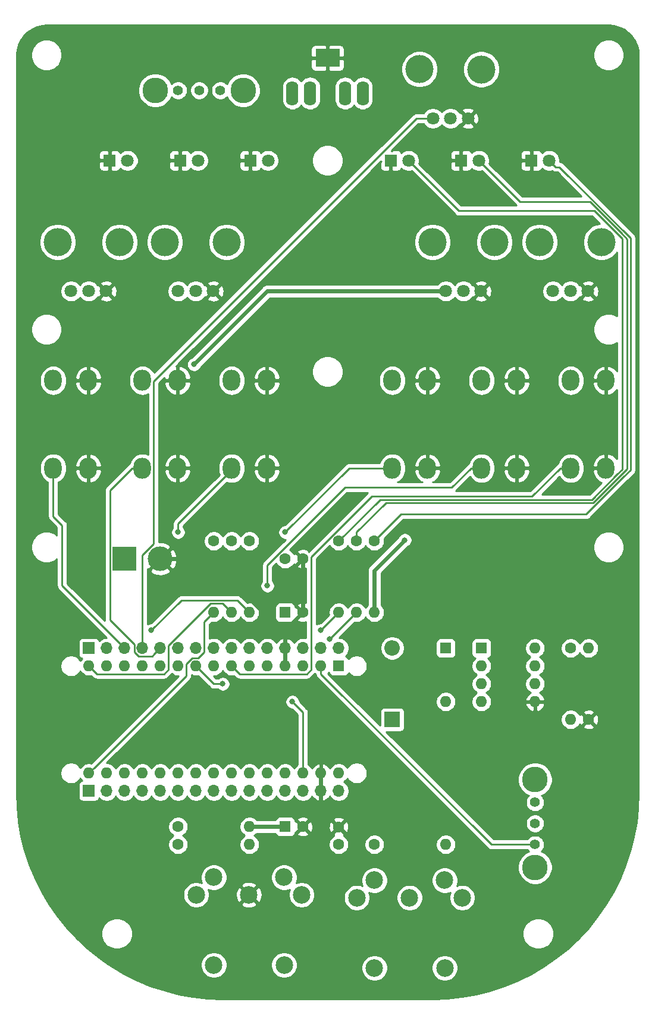
<source format=gbr>
G04 #@! TF.GenerationSoftware,KiCad,Pcbnew,(5.1.5)-3*
G04 #@! TF.CreationDate,2020-04-22T17:09:55+01:00*
G04 #@! TF.ProjectId,drumkid,6472756d-6b69-4642-9e6b-696361645f70,rev?*
G04 #@! TF.SameCoordinates,Original*
G04 #@! TF.FileFunction,Copper,L2,Bot*
G04 #@! TF.FilePolarity,Positive*
%FSLAX46Y46*%
G04 Gerber Fmt 4.6, Leading zero omitted, Abs format (unit mm)*
G04 Created by KiCad (PCBNEW (5.1.5)-3) date 2020-04-22 17:09:55*
%MOMM*%
%LPD*%
G04 APERTURE LIST*
%ADD10C,1.600000*%
%ADD11R,1.600000X1.600000*%
%ADD12O,1.700000X1.700000*%
%ADD13R,1.700000X1.700000*%
%ADD14O,1.600000X1.600000*%
%ADD15R,2.200000X2.200000*%
%ADD16O,2.200000X2.200000*%
%ADD17C,1.400000*%
%ADD18C,3.653000*%
%ADD19R,1.800000X1.800000*%
%ADD20C,1.800000*%
%ADD21C,2.499360*%
%ADD22O,2.500000X3.000000*%
%ADD23R,3.500000X2.500000*%
%ADD24O,1.750000X3.500000*%
%ADD25C,4.000000*%
%ADD26R,3.500120X3.500120*%
%ADD27C,3.500120*%
%ADD28C,0.800000*%
%ADD29C,0.625000*%
%ADD30C,0.250000*%
%ADD31C,0.254000*%
G04 APERTURE END LIST*
D10*
X96480000Y-144780000D03*
D11*
X93980000Y-144780000D03*
X93980000Y-114300000D03*
D10*
X96480000Y-114300000D03*
X101600000Y-144820000D03*
X101600000Y-147320000D03*
X93980000Y-106680000D03*
X96480000Y-106680000D03*
D12*
X101600000Y-139700000D03*
X99060000Y-139700000D03*
X96520000Y-139700000D03*
X93980000Y-139700000D03*
X91440000Y-139700000D03*
X88900000Y-139700000D03*
X86360000Y-139700000D03*
X83820000Y-139700000D03*
X81280000Y-139700000D03*
X78740000Y-139700000D03*
X76200000Y-139700000D03*
X73660000Y-139700000D03*
X71120000Y-139700000D03*
X68580000Y-139700000D03*
D13*
X66040000Y-139700000D03*
X66040000Y-119380000D03*
D12*
X68580000Y-119380000D03*
X71120000Y-119380000D03*
X73660000Y-119380000D03*
X76200000Y-119380000D03*
X78740000Y-119380000D03*
X81280000Y-119380000D03*
X83820000Y-119380000D03*
X86360000Y-119380000D03*
X88900000Y-119380000D03*
X91440000Y-119380000D03*
X93980000Y-119380000D03*
X96520000Y-119380000D03*
X99060000Y-119380000D03*
X101600000Y-119380000D03*
D11*
X116840000Y-119380000D03*
D14*
X116840000Y-127000000D03*
D15*
X109220000Y-129540000D03*
D16*
X109220000Y-119380000D03*
D11*
X101600000Y-121920000D03*
D14*
X68580000Y-137160000D03*
X99060000Y-121920000D03*
X71120000Y-137160000D03*
X96520000Y-121920000D03*
X73660000Y-137160000D03*
X93980000Y-121920000D03*
X76200000Y-137160000D03*
X91440000Y-121920000D03*
X78740000Y-137160000D03*
X88900000Y-121920000D03*
X81280000Y-137160000D03*
X86360000Y-121920000D03*
X83820000Y-137160000D03*
X83820000Y-121920000D03*
X86360000Y-137160000D03*
X81280000Y-121920000D03*
X88900000Y-137160000D03*
X78740000Y-121920000D03*
X91440000Y-137160000D03*
X76200000Y-121920000D03*
X93980000Y-137160000D03*
X73660000Y-121920000D03*
X96520000Y-137160000D03*
X71120000Y-121920000D03*
X99060000Y-137160000D03*
X68580000Y-121920000D03*
X101600000Y-137160000D03*
X66040000Y-121920000D03*
X66040000Y-137160000D03*
D17*
X129540000Y-147320000D03*
X129540000Y-144320000D03*
X129540000Y-141320000D03*
D18*
X129540000Y-150570000D03*
X129540000Y-138070000D03*
X87990000Y-40000000D03*
X75490000Y-40000000D03*
D17*
X84740000Y-40000000D03*
X81740000Y-40000000D03*
X78740000Y-40000000D03*
D19*
X129000000Y-50000000D03*
D20*
X131540000Y-50000000D03*
D21*
X106674920Y-164896800D03*
X116677440Y-164896800D03*
X106680000Y-152400000D03*
X119174260Y-154901900D03*
X111676180Y-154899360D03*
X116672360Y-152400000D03*
X104178100Y-154901900D03*
D22*
X134620000Y-93780000D03*
X139620000Y-93780000D03*
X134620000Y-81280000D03*
X139620000Y-81280000D03*
X78660000Y-81280000D03*
X73660000Y-81280000D03*
X78660000Y-93780000D03*
X73660000Y-93780000D03*
X121920000Y-93780000D03*
X126920000Y-93780000D03*
X121920000Y-81280000D03*
X126920000Y-81280000D03*
X114220000Y-81280000D03*
X109220000Y-81280000D03*
X114220000Y-93780000D03*
X109220000Y-93780000D03*
X60960000Y-93780000D03*
X65960000Y-93780000D03*
X60960000Y-81280000D03*
X65960000Y-81280000D03*
X91360000Y-81280000D03*
X86360000Y-81280000D03*
X91360000Y-93780000D03*
X86360000Y-93780000D03*
D20*
X111540000Y-50000000D03*
D19*
X109000000Y-50000000D03*
X69000000Y-50000000D03*
D20*
X71540000Y-50000000D03*
X81540000Y-50000000D03*
D19*
X79000000Y-50000000D03*
X119000000Y-50000000D03*
D20*
X121540000Y-50000000D03*
X91540000Y-50000000D03*
D19*
X89000000Y-50000000D03*
D14*
X86360000Y-114300000D03*
D10*
X86360000Y-104140000D03*
D14*
X88900000Y-144780000D03*
D10*
X78740000Y-144780000D03*
X78740000Y-147320000D03*
D14*
X88900000Y-147320000D03*
X134620000Y-129540000D03*
D10*
X134620000Y-119380000D03*
X137160000Y-129540000D03*
D14*
X137160000Y-119380000D03*
X83820000Y-114300000D03*
D10*
X83820000Y-104140000D03*
X101600000Y-104140000D03*
D14*
X101600000Y-114300000D03*
X104140000Y-114300000D03*
D10*
X104140000Y-104140000D03*
X106680000Y-104140000D03*
D14*
X106680000Y-114300000D03*
D10*
X88900000Y-104140000D03*
D14*
X88900000Y-114300000D03*
X116840000Y-147320000D03*
D10*
X106680000Y-147320000D03*
D21*
X83814920Y-164477700D03*
X93817440Y-164477700D03*
X83820000Y-151980900D03*
X96314260Y-154482800D03*
X88816180Y-154480260D03*
X93812360Y-151980900D03*
X81318100Y-154482800D03*
D23*
X100000000Y-35404000D03*
D24*
X102500000Y-40410000D03*
X97500000Y-40410000D03*
X105000000Y-40410000D03*
X95000000Y-40410000D03*
D20*
X120000000Y-44000000D03*
X117500000Y-44000000D03*
X115000000Y-44000000D03*
D25*
X121900000Y-37015000D03*
X113100000Y-37000000D03*
D20*
X121840000Y-68580000D03*
X119340000Y-68580000D03*
X116840000Y-68580000D03*
D25*
X123740000Y-61595000D03*
X114940000Y-61580000D03*
D20*
X137080000Y-68580000D03*
X134580000Y-68580000D03*
X132080000Y-68580000D03*
D25*
X138980000Y-61595000D03*
X130180000Y-61580000D03*
D20*
X68500000Y-68580000D03*
X66000000Y-68580000D03*
X63500000Y-68580000D03*
D25*
X70400000Y-61595000D03*
X61600000Y-61580000D03*
D20*
X83740000Y-68580000D03*
X81240000Y-68580000D03*
X78740000Y-68580000D03*
D25*
X85640000Y-61595000D03*
X76840000Y-61580000D03*
D26*
X71120000Y-106680000D03*
D27*
X76200000Y-106680000D03*
D11*
X121920000Y-119380000D03*
D14*
X129540000Y-127000000D03*
X121920000Y-121920000D03*
X129540000Y-124460000D03*
X121920000Y-124460000D03*
X129540000Y-121920000D03*
X121920000Y-127000000D03*
X129540000Y-119380000D03*
D28*
X91440000Y-110490000D03*
X93980000Y-102870000D03*
X85090000Y-124460000D03*
X100330000Y-118110000D03*
X99060000Y-116840000D03*
X74930000Y-116840000D03*
X78740000Y-102870000D03*
X111000000Y-104000000D03*
X81000000Y-79000000D03*
X95000000Y-127000000D03*
D29*
X99060000Y-137160000D02*
X99060000Y-139700000D01*
X99060000Y-142200000D02*
X96480000Y-144780000D01*
X99060000Y-139700000D02*
X99060000Y-142200000D01*
X99060000Y-142280000D02*
X101600000Y-144820000D01*
X99060000Y-139700000D02*
X99060000Y-142280000D01*
X93980000Y-121920000D02*
X93980000Y-119380000D01*
X93980000Y-116800000D02*
X96480000Y-114300000D01*
X93980000Y-119380000D02*
X93980000Y-116800000D01*
X96480000Y-114300000D02*
X96480000Y-106680000D01*
X93980000Y-118177919D02*
X93980000Y-119380000D01*
X93980000Y-117437498D02*
X93980000Y-118177919D01*
X83222502Y-106680000D02*
X93980000Y-117437498D01*
X76200000Y-106680000D02*
X83222502Y-106680000D01*
D30*
X120420000Y-93780000D02*
X117680000Y-96520000D01*
X121920000Y-93780000D02*
X120420000Y-93780000D01*
X91440000Y-107554998D02*
X91440000Y-110490000D01*
X117680000Y-96520000D02*
X102474998Y-96520000D01*
X102474998Y-96520000D02*
X91440000Y-107554998D01*
X109220000Y-93780000D02*
X103070000Y-93780000D01*
X103070000Y-93780000D02*
X93980000Y-102870000D01*
X83820000Y-124460000D02*
X81280000Y-121920000D01*
X85090000Y-124460000D02*
X83820000Y-124460000D01*
X73660000Y-118177919D02*
X73660000Y-119380000D01*
X73660000Y-106148909D02*
X73660000Y-118177919D01*
X75235010Y-104573899D02*
X73660000Y-106148909D01*
X75235010Y-81379988D02*
X75235010Y-104573899D01*
X112614998Y-44000000D02*
X75235010Y-81379988D01*
X115000000Y-44000000D02*
X112614998Y-44000000D01*
X104140000Y-114300000D02*
X100330000Y-118110000D01*
X127420000Y-55880000D02*
X121540000Y-50000000D01*
X137342412Y-55880000D02*
X127420000Y-55880000D01*
X141755011Y-60292599D02*
X141660412Y-60198000D01*
X141660412Y-60198000D02*
X137342412Y-55880000D01*
X104140000Y-102870000D02*
X108319980Y-98690020D01*
X141755010Y-60292598D02*
X141660412Y-60198000D01*
X104140000Y-104140000D02*
X104140000Y-102870000D01*
X108319980Y-98690020D02*
X137823791Y-98690019D01*
X137823791Y-98690019D02*
X142655028Y-93858782D01*
X142655028Y-93858782D02*
X142655028Y-61192616D01*
X142655028Y-61192616D02*
X141755010Y-60292598D01*
X101600000Y-104140000D02*
X107499990Y-98240010D01*
X107499990Y-98240010D02*
X137637390Y-98240010D01*
X137637390Y-98240010D02*
X141224000Y-94653400D01*
X141224000Y-94653400D02*
X141305001Y-94572399D01*
X118690000Y-57150000D02*
X111540000Y-50000000D01*
X137976002Y-57150000D02*
X118690000Y-57150000D01*
X141925001Y-61098999D02*
X137976002Y-57150000D01*
X141224000Y-94653400D02*
X141925001Y-93952399D01*
X141925001Y-93952399D02*
X141925001Y-61098999D01*
X101600000Y-114300000D02*
X99060000Y-116840000D01*
X133120000Y-93780000D02*
X129110000Y-97790000D01*
X134620000Y-93780000D02*
X133120000Y-93780000D01*
X87159999Y-122719999D02*
X86360000Y-121920000D01*
X87485001Y-123045001D02*
X87159999Y-122719999D01*
X97695001Y-122410001D02*
X97060001Y-123045001D01*
X97695001Y-106379997D02*
X97695001Y-122410001D01*
X106284998Y-97790000D02*
X97695001Y-106379997D01*
X97060001Y-123045001D02*
X87485001Y-123045001D01*
X129110000Y-97790000D02*
X106284998Y-97790000D01*
X128550051Y-147320000D02*
X129540000Y-147320000D01*
X123328630Y-147320000D02*
X128550051Y-147320000D01*
X99060000Y-123051370D02*
X123328630Y-147320000D01*
X99060000Y-121920000D02*
X99060000Y-123051370D01*
X60960000Y-100605122D02*
X62230000Y-101875122D01*
X60960000Y-93780000D02*
X60960000Y-100605122D01*
X62230000Y-110490000D02*
X71120000Y-119380000D01*
X62230000Y-101875122D02*
X62230000Y-110490000D01*
X79190009Y-112579991D02*
X74930000Y-116840000D01*
X88900000Y-114300000D02*
X87179991Y-112579991D01*
X87179991Y-112579991D02*
X79190009Y-112579991D01*
X76740001Y-123045001D02*
X67165001Y-123045001D01*
X67165001Y-123045001D02*
X66839999Y-122719999D01*
X77375001Y-122410001D02*
X76740001Y-123045001D01*
X66839999Y-122719999D02*
X66040000Y-121920000D01*
X77375001Y-119005997D02*
X77375001Y-122410001D01*
X83350998Y-113030000D02*
X77375001Y-119005997D01*
X85090000Y-113030000D02*
X83350998Y-113030000D01*
X86360000Y-114300000D02*
X85090000Y-113030000D01*
X66839999Y-136360001D02*
X66040000Y-137160000D01*
X79865001Y-123334999D02*
X66839999Y-136360001D01*
X79865001Y-121669997D02*
X79865001Y-123334999D01*
X81604003Y-120794999D02*
X80739999Y-120794999D01*
X82455001Y-119944001D02*
X81604003Y-120794999D01*
X80739999Y-120794999D02*
X79865001Y-121669997D01*
X82455001Y-115664999D02*
X82455001Y-119944001D01*
X83820000Y-114300000D02*
X82455001Y-115664999D01*
X78740000Y-101650000D02*
X78740000Y-102870000D01*
X86360000Y-93780000D02*
X86360000Y-94030000D01*
X86360000Y-94030000D02*
X78740000Y-101650000D01*
X73095999Y-120555001D02*
X75024999Y-120555001D01*
X72484999Y-119944001D02*
X73095999Y-120555001D01*
X72484999Y-118815999D02*
X72484999Y-119944001D01*
X69044939Y-115375939D02*
X72484999Y-118815999D01*
X69044939Y-96895061D02*
X69044939Y-115375939D01*
X75350001Y-120229999D02*
X76200000Y-119380000D01*
X72160000Y-93780000D02*
X69044939Y-96895061D01*
X75024999Y-120555001D02*
X75350001Y-120229999D01*
X73660000Y-93780000D02*
X72160000Y-93780000D01*
X106680000Y-104140000D02*
X110490000Y-100330000D01*
X110490000Y-100330000D02*
X136820218Y-100330000D01*
X136820218Y-100330000D02*
X142154218Y-94996000D01*
X142154218Y-94996000D02*
X142205020Y-94945198D01*
X132439999Y-50899999D02*
X131540000Y-50000000D01*
X132998821Y-50899999D02*
X132439999Y-50899999D01*
X143105037Y-61006215D02*
X132998821Y-50899999D01*
X142154218Y-94996000D02*
X143105037Y-94045181D01*
X143105037Y-94045181D02*
X143105037Y-61006215D01*
D29*
X88900000Y-144780000D02*
X93980000Y-144780000D01*
X106680000Y-114300000D02*
X106680000Y-108320000D01*
X106680000Y-108320000D02*
X111000000Y-104000000D01*
X116840000Y-68580000D02*
X91420000Y-68580000D01*
X91420000Y-68580000D02*
X81000000Y-79000000D01*
D30*
X96520000Y-128520000D02*
X96520000Y-137160000D01*
X95000000Y-127000000D02*
X96520000Y-128520000D01*
D31*
G36*
X140754747Y-30805281D02*
G01*
X141485643Y-31005231D01*
X142169575Y-31331450D01*
X142784928Y-31773626D01*
X143312259Y-32317789D01*
X143734886Y-32946726D01*
X144039463Y-33640570D01*
X144217715Y-34383039D01*
X144265000Y-35026949D01*
X144265001Y-139986809D01*
X144189634Y-142092345D01*
X143965335Y-144173970D01*
X143592779Y-146234234D01*
X143073870Y-148262597D01*
X142411274Y-150248645D01*
X141608366Y-152182261D01*
X140669274Y-154053507D01*
X139598785Y-155852836D01*
X138402401Y-157571009D01*
X137086217Y-159199262D01*
X135656998Y-160729233D01*
X134122043Y-162153108D01*
X132489220Y-163463585D01*
X130766874Y-164653973D01*
X128963821Y-165718172D01*
X127089308Y-166650728D01*
X125152901Y-167446881D01*
X123164547Y-168102542D01*
X121134394Y-168614365D01*
X119072830Y-168979730D01*
X116989798Y-169196827D01*
X114987502Y-169265000D01*
X85013163Y-169265000D01*
X82907655Y-169189634D01*
X80826030Y-168965335D01*
X78765766Y-168592779D01*
X76737403Y-168073870D01*
X74751355Y-167411274D01*
X72817739Y-166608366D01*
X70946493Y-165669274D01*
X69147164Y-164598785D01*
X68706686Y-164292075D01*
X81930240Y-164292075D01*
X81930240Y-164663325D01*
X82002667Y-165027441D01*
X82144738Y-165370431D01*
X82350994Y-165679113D01*
X82613507Y-165941626D01*
X82922189Y-166147882D01*
X83265179Y-166289953D01*
X83629295Y-166362380D01*
X84000545Y-166362380D01*
X84364661Y-166289953D01*
X84707651Y-166147882D01*
X85016333Y-165941626D01*
X85278846Y-165679113D01*
X85485102Y-165370431D01*
X85627173Y-165027441D01*
X85699600Y-164663325D01*
X85699600Y-164292075D01*
X91932760Y-164292075D01*
X91932760Y-164663325D01*
X92005187Y-165027441D01*
X92147258Y-165370431D01*
X92353514Y-165679113D01*
X92616027Y-165941626D01*
X92924709Y-166147882D01*
X93267699Y-166289953D01*
X93631815Y-166362380D01*
X94003065Y-166362380D01*
X94367181Y-166289953D01*
X94710171Y-166147882D01*
X95018853Y-165941626D01*
X95281366Y-165679113D01*
X95487622Y-165370431D01*
X95629693Y-165027441D01*
X95692602Y-164711175D01*
X104790240Y-164711175D01*
X104790240Y-165082425D01*
X104862667Y-165446541D01*
X105004738Y-165789531D01*
X105210994Y-166098213D01*
X105473507Y-166360726D01*
X105782189Y-166566982D01*
X106125179Y-166709053D01*
X106489295Y-166781480D01*
X106860545Y-166781480D01*
X107224661Y-166709053D01*
X107567651Y-166566982D01*
X107876333Y-166360726D01*
X108138846Y-166098213D01*
X108345102Y-165789531D01*
X108487173Y-165446541D01*
X108559600Y-165082425D01*
X108559600Y-164711175D01*
X114792760Y-164711175D01*
X114792760Y-165082425D01*
X114865187Y-165446541D01*
X115007258Y-165789531D01*
X115213514Y-166098213D01*
X115476027Y-166360726D01*
X115784709Y-166566982D01*
X116127699Y-166709053D01*
X116491815Y-166781480D01*
X116863065Y-166781480D01*
X117227181Y-166709053D01*
X117570171Y-166566982D01*
X117878853Y-166360726D01*
X118141366Y-166098213D01*
X118347622Y-165789531D01*
X118489693Y-165446541D01*
X118562120Y-165082425D01*
X118562120Y-164711175D01*
X118489693Y-164347059D01*
X118347622Y-164004069D01*
X118141366Y-163695387D01*
X117878853Y-163432874D01*
X117570171Y-163226618D01*
X117227181Y-163084547D01*
X116863065Y-163012120D01*
X116491815Y-163012120D01*
X116127699Y-163084547D01*
X115784709Y-163226618D01*
X115476027Y-163432874D01*
X115213514Y-163695387D01*
X115007258Y-164004069D01*
X114865187Y-164347059D01*
X114792760Y-164711175D01*
X108559600Y-164711175D01*
X108487173Y-164347059D01*
X108345102Y-164004069D01*
X108138846Y-163695387D01*
X107876333Y-163432874D01*
X107567651Y-163226618D01*
X107224661Y-163084547D01*
X106860545Y-163012120D01*
X106489295Y-163012120D01*
X106125179Y-163084547D01*
X105782189Y-163226618D01*
X105473507Y-163432874D01*
X105210994Y-163695387D01*
X105004738Y-164004069D01*
X104862667Y-164347059D01*
X104790240Y-164711175D01*
X95692602Y-164711175D01*
X95702120Y-164663325D01*
X95702120Y-164292075D01*
X95629693Y-163927959D01*
X95487622Y-163584969D01*
X95281366Y-163276287D01*
X95018853Y-163013774D01*
X94710171Y-162807518D01*
X94367181Y-162665447D01*
X94003065Y-162593020D01*
X93631815Y-162593020D01*
X93267699Y-162665447D01*
X92924709Y-162807518D01*
X92616027Y-163013774D01*
X92353514Y-163276287D01*
X92147258Y-163584969D01*
X92005187Y-163927959D01*
X91932760Y-164292075D01*
X85699600Y-164292075D01*
X85627173Y-163927959D01*
X85485102Y-163584969D01*
X85278846Y-163276287D01*
X85016333Y-163013774D01*
X84707651Y-162807518D01*
X84364661Y-162665447D01*
X84000545Y-162593020D01*
X83629295Y-162593020D01*
X83265179Y-162665447D01*
X82922189Y-162807518D01*
X82613507Y-163013774D01*
X82350994Y-163276287D01*
X82144738Y-163584969D01*
X82002667Y-163927959D01*
X81930240Y-164292075D01*
X68706686Y-164292075D01*
X67428991Y-163402401D01*
X65800738Y-162086217D01*
X64270767Y-160656998D01*
X63457116Y-159779872D01*
X67765000Y-159779872D01*
X67765000Y-160220128D01*
X67850890Y-160651925D01*
X68019369Y-161058669D01*
X68263962Y-161424729D01*
X68575271Y-161736038D01*
X68941331Y-161980631D01*
X69348075Y-162149110D01*
X69779872Y-162235000D01*
X70220128Y-162235000D01*
X70651925Y-162149110D01*
X71058669Y-161980631D01*
X71424729Y-161736038D01*
X71736038Y-161424729D01*
X71980631Y-161058669D01*
X72149110Y-160651925D01*
X72235000Y-160220128D01*
X72235000Y-159779872D01*
X127765000Y-159779872D01*
X127765000Y-160220128D01*
X127850890Y-160651925D01*
X128019369Y-161058669D01*
X128263962Y-161424729D01*
X128575271Y-161736038D01*
X128941331Y-161980631D01*
X129348075Y-162149110D01*
X129779872Y-162235000D01*
X130220128Y-162235000D01*
X130651925Y-162149110D01*
X131058669Y-161980631D01*
X131424729Y-161736038D01*
X131736038Y-161424729D01*
X131980631Y-161058669D01*
X132149110Y-160651925D01*
X132235000Y-160220128D01*
X132235000Y-159779872D01*
X132149110Y-159348075D01*
X131980631Y-158941331D01*
X131736038Y-158575271D01*
X131424729Y-158263962D01*
X131058669Y-158019369D01*
X130651925Y-157850890D01*
X130220128Y-157765000D01*
X129779872Y-157765000D01*
X129348075Y-157850890D01*
X128941331Y-158019369D01*
X128575271Y-158263962D01*
X128263962Y-158575271D01*
X128019369Y-158941331D01*
X127850890Y-159348075D01*
X127765000Y-159779872D01*
X72235000Y-159779872D01*
X72149110Y-159348075D01*
X71980631Y-158941331D01*
X71736038Y-158575271D01*
X71424729Y-158263962D01*
X71058669Y-158019369D01*
X70651925Y-157850890D01*
X70220128Y-157765000D01*
X69779872Y-157765000D01*
X69348075Y-157850890D01*
X68941331Y-158019369D01*
X68575271Y-158263962D01*
X68263962Y-158575271D01*
X68019369Y-158941331D01*
X67850890Y-159348075D01*
X67765000Y-159779872D01*
X63457116Y-159779872D01*
X62846892Y-159122043D01*
X61536415Y-157489220D01*
X60346027Y-155766874D01*
X59478581Y-154297175D01*
X79433420Y-154297175D01*
X79433420Y-154668425D01*
X79505847Y-155032541D01*
X79647918Y-155375531D01*
X79854174Y-155684213D01*
X80116687Y-155946726D01*
X80425369Y-156152982D01*
X80768359Y-156295053D01*
X81132475Y-156367480D01*
X81503725Y-156367480D01*
X81867841Y-156295053D01*
X82210831Y-156152982D01*
X82519513Y-155946726D01*
X82672602Y-155793637D01*
X87682409Y-155793637D01*
X87808284Y-156083575D01*
X88140442Y-156249399D01*
X88498567Y-156347235D01*
X88868899Y-156373325D01*
X89237205Y-156326665D01*
X89589331Y-156209049D01*
X89824076Y-156083575D01*
X89949951Y-155793637D01*
X88816180Y-154659865D01*
X87682409Y-155793637D01*
X82672602Y-155793637D01*
X82782026Y-155684213D01*
X82988282Y-155375531D01*
X83130353Y-155032541D01*
X83202780Y-154668425D01*
X83202780Y-154532979D01*
X86923115Y-154532979D01*
X86969775Y-154901285D01*
X87087391Y-155253411D01*
X87212865Y-155488156D01*
X87502803Y-155614031D01*
X88636575Y-154480260D01*
X88995785Y-154480260D01*
X90129557Y-155614031D01*
X90419495Y-155488156D01*
X90585319Y-155155998D01*
X90683155Y-154797873D01*
X90709245Y-154427541D01*
X90662585Y-154059235D01*
X90544969Y-153707109D01*
X90419495Y-153472364D01*
X90129557Y-153346489D01*
X88995785Y-154480260D01*
X88636575Y-154480260D01*
X87502803Y-153346489D01*
X87212865Y-153472364D01*
X87047041Y-153804522D01*
X86949205Y-154162647D01*
X86923115Y-154532979D01*
X83202780Y-154532979D01*
X83202780Y-154297175D01*
X83130353Y-153933059D01*
X83031425Y-153694225D01*
X83270259Y-153793153D01*
X83634375Y-153865580D01*
X84005625Y-153865580D01*
X84369741Y-153793153D01*
X84712731Y-153651082D01*
X85021413Y-153444826D01*
X85283926Y-153182313D01*
X85294236Y-153166883D01*
X87682409Y-153166883D01*
X88816180Y-154300655D01*
X89949951Y-153166883D01*
X89824076Y-152876945D01*
X89491918Y-152711121D01*
X89133793Y-152613285D01*
X88763461Y-152587195D01*
X88395155Y-152633855D01*
X88043029Y-152751471D01*
X87808284Y-152876945D01*
X87682409Y-153166883D01*
X85294236Y-153166883D01*
X85490182Y-152873631D01*
X85632253Y-152530641D01*
X85704680Y-152166525D01*
X85704680Y-151795275D01*
X91927680Y-151795275D01*
X91927680Y-152166525D01*
X92000107Y-152530641D01*
X92142178Y-152873631D01*
X92348434Y-153182313D01*
X92610947Y-153444826D01*
X92919629Y-153651082D01*
X93262619Y-153793153D01*
X93626735Y-153865580D01*
X93997985Y-153865580D01*
X94362101Y-153793153D01*
X94600935Y-153694225D01*
X94502007Y-153933059D01*
X94429580Y-154297175D01*
X94429580Y-154668425D01*
X94502007Y-155032541D01*
X94644078Y-155375531D01*
X94850334Y-155684213D01*
X95112847Y-155946726D01*
X95421529Y-156152982D01*
X95764519Y-156295053D01*
X96128635Y-156367480D01*
X96499885Y-156367480D01*
X96864001Y-156295053D01*
X97206991Y-156152982D01*
X97515673Y-155946726D01*
X97778186Y-155684213D01*
X97984442Y-155375531D01*
X98126513Y-155032541D01*
X98189422Y-154716275D01*
X102293420Y-154716275D01*
X102293420Y-155087525D01*
X102365847Y-155451641D01*
X102507918Y-155794631D01*
X102714174Y-156103313D01*
X102976687Y-156365826D01*
X103285369Y-156572082D01*
X103628359Y-156714153D01*
X103992475Y-156786580D01*
X104363725Y-156786580D01*
X104727841Y-156714153D01*
X105070831Y-156572082D01*
X105379513Y-156365826D01*
X105642026Y-156103313D01*
X105848282Y-155794631D01*
X105990353Y-155451641D01*
X106062780Y-155087525D01*
X106062780Y-154716275D01*
X106062275Y-154713735D01*
X109791500Y-154713735D01*
X109791500Y-155084985D01*
X109863927Y-155449101D01*
X110005998Y-155792091D01*
X110212254Y-156100773D01*
X110474767Y-156363286D01*
X110783449Y-156569542D01*
X111126439Y-156711613D01*
X111490555Y-156784040D01*
X111861805Y-156784040D01*
X112225921Y-156711613D01*
X112568911Y-156569542D01*
X112877593Y-156363286D01*
X113140106Y-156100773D01*
X113346362Y-155792091D01*
X113488433Y-155449101D01*
X113560860Y-155084985D01*
X113560860Y-154713735D01*
X113488433Y-154349619D01*
X113346362Y-154006629D01*
X113140106Y-153697947D01*
X112877593Y-153435434D01*
X112568911Y-153229178D01*
X112225921Y-153087107D01*
X111861805Y-153014680D01*
X111490555Y-153014680D01*
X111126439Y-153087107D01*
X110783449Y-153229178D01*
X110474767Y-153435434D01*
X110212254Y-153697947D01*
X110005998Y-154006629D01*
X109863927Y-154349619D01*
X109791500Y-154713735D01*
X106062275Y-154713735D01*
X105990353Y-154352159D01*
X105891425Y-154113325D01*
X106130259Y-154212253D01*
X106494375Y-154284680D01*
X106865625Y-154284680D01*
X107229741Y-154212253D01*
X107572731Y-154070182D01*
X107881413Y-153863926D01*
X108143926Y-153601413D01*
X108350182Y-153292731D01*
X108492253Y-152949741D01*
X108564680Y-152585625D01*
X108564680Y-152214375D01*
X114787680Y-152214375D01*
X114787680Y-152585625D01*
X114860107Y-152949741D01*
X115002178Y-153292731D01*
X115208434Y-153601413D01*
X115470947Y-153863926D01*
X115779629Y-154070182D01*
X116122619Y-154212253D01*
X116486735Y-154284680D01*
X116857985Y-154284680D01*
X117222101Y-154212253D01*
X117460935Y-154113325D01*
X117362007Y-154352159D01*
X117289580Y-154716275D01*
X117289580Y-155087525D01*
X117362007Y-155451641D01*
X117504078Y-155794631D01*
X117710334Y-156103313D01*
X117972847Y-156365826D01*
X118281529Y-156572082D01*
X118624519Y-156714153D01*
X118988635Y-156786580D01*
X119359885Y-156786580D01*
X119724001Y-156714153D01*
X120066991Y-156572082D01*
X120375673Y-156365826D01*
X120638186Y-156103313D01*
X120844442Y-155794631D01*
X120986513Y-155451641D01*
X121058940Y-155087525D01*
X121058940Y-154716275D01*
X120986513Y-154352159D01*
X120844442Y-154009169D01*
X120638186Y-153700487D01*
X120375673Y-153437974D01*
X120066991Y-153231718D01*
X119724001Y-153089647D01*
X119359885Y-153017220D01*
X118988635Y-153017220D01*
X118624519Y-153089647D01*
X118385685Y-153188575D01*
X118484613Y-152949741D01*
X118557040Y-152585625D01*
X118557040Y-152214375D01*
X118484613Y-151850259D01*
X118342542Y-151507269D01*
X118136286Y-151198587D01*
X117873773Y-150936074D01*
X117565091Y-150729818D01*
X117222101Y-150587747D01*
X116857985Y-150515320D01*
X116486735Y-150515320D01*
X116122619Y-150587747D01*
X115779629Y-150729818D01*
X115470947Y-150936074D01*
X115208434Y-151198587D01*
X115002178Y-151507269D01*
X114860107Y-151850259D01*
X114787680Y-152214375D01*
X108564680Y-152214375D01*
X108492253Y-151850259D01*
X108350182Y-151507269D01*
X108143926Y-151198587D01*
X107881413Y-150936074D01*
X107572731Y-150729818D01*
X107229741Y-150587747D01*
X106865625Y-150515320D01*
X106494375Y-150515320D01*
X106130259Y-150587747D01*
X105787269Y-150729818D01*
X105478587Y-150936074D01*
X105216074Y-151198587D01*
X105009818Y-151507269D01*
X104867747Y-151850259D01*
X104795320Y-152214375D01*
X104795320Y-152585625D01*
X104867747Y-152949741D01*
X104966675Y-153188575D01*
X104727841Y-153089647D01*
X104363725Y-153017220D01*
X103992475Y-153017220D01*
X103628359Y-153089647D01*
X103285369Y-153231718D01*
X102976687Y-153437974D01*
X102714174Y-153700487D01*
X102507918Y-154009169D01*
X102365847Y-154352159D01*
X102293420Y-154716275D01*
X98189422Y-154716275D01*
X98198940Y-154668425D01*
X98198940Y-154297175D01*
X98126513Y-153933059D01*
X97984442Y-153590069D01*
X97778186Y-153281387D01*
X97515673Y-153018874D01*
X97206991Y-152812618D01*
X96864001Y-152670547D01*
X96499885Y-152598120D01*
X96128635Y-152598120D01*
X95764519Y-152670547D01*
X95525685Y-152769475D01*
X95624613Y-152530641D01*
X95697040Y-152166525D01*
X95697040Y-151795275D01*
X95624613Y-151431159D01*
X95482542Y-151088169D01*
X95276286Y-150779487D01*
X95013773Y-150516974D01*
X94705091Y-150310718D01*
X94362101Y-150168647D01*
X93997985Y-150096220D01*
X93626735Y-150096220D01*
X93262619Y-150168647D01*
X92919629Y-150310718D01*
X92610947Y-150516974D01*
X92348434Y-150779487D01*
X92142178Y-151088169D01*
X92000107Y-151431159D01*
X91927680Y-151795275D01*
X85704680Y-151795275D01*
X85632253Y-151431159D01*
X85490182Y-151088169D01*
X85283926Y-150779487D01*
X85021413Y-150516974D01*
X84712731Y-150310718D01*
X84369741Y-150168647D01*
X84005625Y-150096220D01*
X83634375Y-150096220D01*
X83270259Y-150168647D01*
X82927269Y-150310718D01*
X82618587Y-150516974D01*
X82356074Y-150779487D01*
X82149818Y-151088169D01*
X82007747Y-151431159D01*
X81935320Y-151795275D01*
X81935320Y-152166525D01*
X82007747Y-152530641D01*
X82106675Y-152769475D01*
X81867841Y-152670547D01*
X81503725Y-152598120D01*
X81132475Y-152598120D01*
X80768359Y-152670547D01*
X80425369Y-152812618D01*
X80116687Y-153018874D01*
X79854174Y-153281387D01*
X79647918Y-153590069D01*
X79505847Y-153933059D01*
X79433420Y-154297175D01*
X59478581Y-154297175D01*
X59281828Y-153963821D01*
X58349272Y-152089308D01*
X57553119Y-150152901D01*
X56897458Y-148164547D01*
X56385635Y-146134394D01*
X56120552Y-144638665D01*
X77305000Y-144638665D01*
X77305000Y-144921335D01*
X77360147Y-145198574D01*
X77468320Y-145459727D01*
X77625363Y-145694759D01*
X77825241Y-145894637D01*
X78057759Y-146050000D01*
X77825241Y-146205363D01*
X77625363Y-146405241D01*
X77468320Y-146640273D01*
X77360147Y-146901426D01*
X77305000Y-147178665D01*
X77305000Y-147461335D01*
X77360147Y-147738574D01*
X77468320Y-147999727D01*
X77625363Y-148234759D01*
X77825241Y-148434637D01*
X78060273Y-148591680D01*
X78321426Y-148699853D01*
X78598665Y-148755000D01*
X78881335Y-148755000D01*
X79158574Y-148699853D01*
X79419727Y-148591680D01*
X79654759Y-148434637D01*
X79854637Y-148234759D01*
X80011680Y-147999727D01*
X80119853Y-147738574D01*
X80175000Y-147461335D01*
X80175000Y-147178665D01*
X80119853Y-146901426D01*
X80011680Y-146640273D01*
X79854637Y-146405241D01*
X79654759Y-146205363D01*
X79422241Y-146050000D01*
X79654759Y-145894637D01*
X79854637Y-145694759D01*
X80011680Y-145459727D01*
X80119853Y-145198574D01*
X80175000Y-144921335D01*
X80175000Y-144638665D01*
X87465000Y-144638665D01*
X87465000Y-144921335D01*
X87520147Y-145198574D01*
X87628320Y-145459727D01*
X87785363Y-145694759D01*
X87985241Y-145894637D01*
X88217759Y-146050000D01*
X87985241Y-146205363D01*
X87785363Y-146405241D01*
X87628320Y-146640273D01*
X87520147Y-146901426D01*
X87465000Y-147178665D01*
X87465000Y-147461335D01*
X87520147Y-147738574D01*
X87628320Y-147999727D01*
X87785363Y-148234759D01*
X87985241Y-148434637D01*
X88220273Y-148591680D01*
X88481426Y-148699853D01*
X88758665Y-148755000D01*
X89041335Y-148755000D01*
X89318574Y-148699853D01*
X89579727Y-148591680D01*
X89814759Y-148434637D01*
X90014637Y-148234759D01*
X90171680Y-147999727D01*
X90279853Y-147738574D01*
X90335000Y-147461335D01*
X90335000Y-147178665D01*
X100165000Y-147178665D01*
X100165000Y-147461335D01*
X100220147Y-147738574D01*
X100328320Y-147999727D01*
X100485363Y-148234759D01*
X100685241Y-148434637D01*
X100920273Y-148591680D01*
X101181426Y-148699853D01*
X101458665Y-148755000D01*
X101741335Y-148755000D01*
X102018574Y-148699853D01*
X102279727Y-148591680D01*
X102514759Y-148434637D01*
X102714637Y-148234759D01*
X102871680Y-147999727D01*
X102979853Y-147738574D01*
X103035000Y-147461335D01*
X103035000Y-147178665D01*
X105245000Y-147178665D01*
X105245000Y-147461335D01*
X105300147Y-147738574D01*
X105408320Y-147999727D01*
X105565363Y-148234759D01*
X105765241Y-148434637D01*
X106000273Y-148591680D01*
X106261426Y-148699853D01*
X106538665Y-148755000D01*
X106821335Y-148755000D01*
X107098574Y-148699853D01*
X107359727Y-148591680D01*
X107594759Y-148434637D01*
X107794637Y-148234759D01*
X107951680Y-147999727D01*
X108059853Y-147738574D01*
X108115000Y-147461335D01*
X108115000Y-147178665D01*
X115405000Y-147178665D01*
X115405000Y-147461335D01*
X115460147Y-147738574D01*
X115568320Y-147999727D01*
X115725363Y-148234759D01*
X115925241Y-148434637D01*
X116160273Y-148591680D01*
X116421426Y-148699853D01*
X116698665Y-148755000D01*
X116981335Y-148755000D01*
X117258574Y-148699853D01*
X117519727Y-148591680D01*
X117754759Y-148434637D01*
X117954637Y-148234759D01*
X118111680Y-147999727D01*
X118219853Y-147738574D01*
X118275000Y-147461335D01*
X118275000Y-147178665D01*
X118219853Y-146901426D01*
X118111680Y-146640273D01*
X117954637Y-146405241D01*
X117754759Y-146205363D01*
X117519727Y-146048320D01*
X117258574Y-145940147D01*
X116981335Y-145885000D01*
X116698665Y-145885000D01*
X116421426Y-145940147D01*
X116160273Y-146048320D01*
X115925241Y-146205363D01*
X115725363Y-146405241D01*
X115568320Y-146640273D01*
X115460147Y-146901426D01*
X115405000Y-147178665D01*
X108115000Y-147178665D01*
X108059853Y-146901426D01*
X107951680Y-146640273D01*
X107794637Y-146405241D01*
X107594759Y-146205363D01*
X107359727Y-146048320D01*
X107098574Y-145940147D01*
X106821335Y-145885000D01*
X106538665Y-145885000D01*
X106261426Y-145940147D01*
X106000273Y-146048320D01*
X105765241Y-146205363D01*
X105565363Y-146405241D01*
X105408320Y-146640273D01*
X105300147Y-146901426D01*
X105245000Y-147178665D01*
X103035000Y-147178665D01*
X102979853Y-146901426D01*
X102871680Y-146640273D01*
X102714637Y-146405241D01*
X102514759Y-146205363D01*
X102314131Y-146071308D01*
X102341514Y-146056671D01*
X102413097Y-145812702D01*
X101600000Y-144999605D01*
X100786903Y-145812702D01*
X100858486Y-146056671D01*
X100887341Y-146070324D01*
X100685241Y-146205363D01*
X100485363Y-146405241D01*
X100328320Y-146640273D01*
X100220147Y-146901426D01*
X100165000Y-147178665D01*
X90335000Y-147178665D01*
X90279853Y-146901426D01*
X90171680Y-146640273D01*
X90014637Y-146405241D01*
X89814759Y-146205363D01*
X89582241Y-146050000D01*
X89814759Y-145894637D01*
X89981896Y-145727500D01*
X92561170Y-145727500D01*
X92590498Y-145824180D01*
X92649463Y-145934494D01*
X92728815Y-146031185D01*
X92825506Y-146110537D01*
X92935820Y-146169502D01*
X93055518Y-146205812D01*
X93180000Y-146218072D01*
X94780000Y-146218072D01*
X94904482Y-146205812D01*
X95024180Y-146169502D01*
X95134494Y-146110537D01*
X95231185Y-146031185D01*
X95310537Y-145934494D01*
X95369502Y-145824180D01*
X95385117Y-145772702D01*
X95666903Y-145772702D01*
X95738486Y-146016671D01*
X95993996Y-146137571D01*
X96268184Y-146206300D01*
X96550512Y-146220217D01*
X96830130Y-146178787D01*
X97096292Y-146083603D01*
X97221514Y-146016671D01*
X97293097Y-145772702D01*
X96480000Y-144959605D01*
X95666903Y-145772702D01*
X95385117Y-145772702D01*
X95405812Y-145704482D01*
X95418072Y-145580000D01*
X95418072Y-145572785D01*
X95487298Y-145593097D01*
X96300395Y-144780000D01*
X96659605Y-144780000D01*
X97472702Y-145593097D01*
X97716671Y-145521514D01*
X97837571Y-145266004D01*
X97906300Y-144991816D01*
X97911293Y-144890512D01*
X100159783Y-144890512D01*
X100201213Y-145170130D01*
X100296397Y-145436292D01*
X100363329Y-145561514D01*
X100607298Y-145633097D01*
X101420395Y-144820000D01*
X101779605Y-144820000D01*
X102592702Y-145633097D01*
X102836671Y-145561514D01*
X102957571Y-145306004D01*
X103026300Y-145031816D01*
X103040217Y-144749488D01*
X102998787Y-144469870D01*
X102903603Y-144203708D01*
X102836671Y-144078486D01*
X102592702Y-144006903D01*
X101779605Y-144820000D01*
X101420395Y-144820000D01*
X100607298Y-144006903D01*
X100363329Y-144078486D01*
X100242429Y-144333996D01*
X100173700Y-144608184D01*
X100159783Y-144890512D01*
X97911293Y-144890512D01*
X97920217Y-144709488D01*
X97878787Y-144429870D01*
X97783603Y-144163708D01*
X97716671Y-144038486D01*
X97472702Y-143966903D01*
X96659605Y-144780000D01*
X96300395Y-144780000D01*
X95487298Y-143966903D01*
X95418072Y-143987215D01*
X95418072Y-143980000D01*
X95405812Y-143855518D01*
X95385118Y-143787298D01*
X95666903Y-143787298D01*
X96480000Y-144600395D01*
X97253097Y-143827298D01*
X100786903Y-143827298D01*
X101600000Y-144640395D01*
X102413097Y-143827298D01*
X102341514Y-143583329D01*
X102086004Y-143462429D01*
X101811816Y-143393700D01*
X101529488Y-143379783D01*
X101249870Y-143421213D01*
X100983708Y-143516397D01*
X100858486Y-143583329D01*
X100786903Y-143827298D01*
X97253097Y-143827298D01*
X97293097Y-143787298D01*
X97221514Y-143543329D01*
X96966004Y-143422429D01*
X96691816Y-143353700D01*
X96409488Y-143339783D01*
X96129870Y-143381213D01*
X95863708Y-143476397D01*
X95738486Y-143543329D01*
X95666903Y-143787298D01*
X95385118Y-143787298D01*
X95369502Y-143735820D01*
X95310537Y-143625506D01*
X95231185Y-143528815D01*
X95134494Y-143449463D01*
X95024180Y-143390498D01*
X94904482Y-143354188D01*
X94780000Y-143341928D01*
X93180000Y-143341928D01*
X93055518Y-143354188D01*
X92935820Y-143390498D01*
X92825506Y-143449463D01*
X92728815Y-143528815D01*
X92649463Y-143625506D01*
X92590498Y-143735820D01*
X92561170Y-143832500D01*
X89981896Y-143832500D01*
X89814759Y-143665363D01*
X89579727Y-143508320D01*
X89318574Y-143400147D01*
X89041335Y-143345000D01*
X88758665Y-143345000D01*
X88481426Y-143400147D01*
X88220273Y-143508320D01*
X87985241Y-143665363D01*
X87785363Y-143865241D01*
X87628320Y-144100273D01*
X87520147Y-144361426D01*
X87465000Y-144638665D01*
X80175000Y-144638665D01*
X80119853Y-144361426D01*
X80011680Y-144100273D01*
X79854637Y-143865241D01*
X79654759Y-143665363D01*
X79419727Y-143508320D01*
X79158574Y-143400147D01*
X78881335Y-143345000D01*
X78598665Y-143345000D01*
X78321426Y-143400147D01*
X78060273Y-143508320D01*
X77825241Y-143665363D01*
X77625363Y-143865241D01*
X77468320Y-144100273D01*
X77360147Y-144361426D01*
X77305000Y-144638665D01*
X56120552Y-144638665D01*
X56020270Y-144072830D01*
X55803173Y-141989798D01*
X55735000Y-139987502D01*
X55735000Y-104779872D01*
X57765000Y-104779872D01*
X57765000Y-105220128D01*
X57850890Y-105651925D01*
X58019369Y-106058669D01*
X58263962Y-106424729D01*
X58575271Y-106736038D01*
X58941331Y-106980631D01*
X59348075Y-107149110D01*
X59779872Y-107235000D01*
X60220128Y-107235000D01*
X60651925Y-107149110D01*
X61058669Y-106980631D01*
X61424729Y-106736038D01*
X61470001Y-106690766D01*
X61470001Y-110452668D01*
X61466324Y-110490000D01*
X61480998Y-110638985D01*
X61524454Y-110782246D01*
X61595026Y-110914276D01*
X61649175Y-110980256D01*
X61690000Y-111030001D01*
X61718998Y-111053799D01*
X68560198Y-117895000D01*
X68433740Y-117895000D01*
X68146842Y-117952068D01*
X67876589Y-118064010D01*
X67633368Y-118226525D01*
X67501513Y-118358380D01*
X67479502Y-118285820D01*
X67420537Y-118175506D01*
X67341185Y-118078815D01*
X67244494Y-117999463D01*
X67134180Y-117940498D01*
X67014482Y-117904188D01*
X66890000Y-117891928D01*
X65190000Y-117891928D01*
X65065518Y-117904188D01*
X64945820Y-117940498D01*
X64835506Y-117999463D01*
X64738815Y-118078815D01*
X64659463Y-118175506D01*
X64600498Y-118285820D01*
X64564188Y-118405518D01*
X64551928Y-118530000D01*
X64551928Y-120230000D01*
X64564188Y-120354482D01*
X64600498Y-120474180D01*
X64659463Y-120584494D01*
X64738815Y-120681185D01*
X64835506Y-120760537D01*
X64945820Y-120819502D01*
X65065518Y-120855812D01*
X65073961Y-120856643D01*
X64925363Y-121005241D01*
X64824121Y-121156760D01*
X64684545Y-120947869D01*
X64472131Y-120735455D01*
X64222358Y-120568562D01*
X63944826Y-120453605D01*
X63650199Y-120395000D01*
X63349801Y-120395000D01*
X63055174Y-120453605D01*
X62777642Y-120568562D01*
X62527869Y-120735455D01*
X62315455Y-120947869D01*
X62148562Y-121197642D01*
X62033605Y-121475174D01*
X61975000Y-121769801D01*
X61975000Y-122070199D01*
X62033605Y-122364826D01*
X62148562Y-122642358D01*
X62315455Y-122892131D01*
X62527869Y-123104545D01*
X62777642Y-123271438D01*
X63055174Y-123386395D01*
X63349801Y-123445000D01*
X63650199Y-123445000D01*
X63944826Y-123386395D01*
X64222358Y-123271438D01*
X64472131Y-123104545D01*
X64684545Y-122892131D01*
X64824121Y-122683240D01*
X64925363Y-122834759D01*
X65125241Y-123034637D01*
X65360273Y-123191680D01*
X65621426Y-123299853D01*
X65898665Y-123355000D01*
X66181335Y-123355000D01*
X66363887Y-123318688D01*
X66601197Y-123555998D01*
X66625000Y-123585002D01*
X66740725Y-123679975D01*
X66872754Y-123750547D01*
X67016015Y-123794004D01*
X67127668Y-123805001D01*
X67127677Y-123805001D01*
X67165000Y-123808677D01*
X67202323Y-123805001D01*
X76702679Y-123805001D01*
X76740001Y-123808677D01*
X76777323Y-123805001D01*
X76777334Y-123805001D01*
X76888987Y-123794004D01*
X77032248Y-123750547D01*
X77164277Y-123679975D01*
X77280002Y-123585002D01*
X77303804Y-123555999D01*
X77825204Y-123034600D01*
X77825241Y-123034637D01*
X78060273Y-123191680D01*
X78321426Y-123299853D01*
X78598665Y-123355000D01*
X78770197Y-123355000D01*
X66363887Y-135761312D01*
X66181335Y-135725000D01*
X65898665Y-135725000D01*
X65621426Y-135780147D01*
X65360273Y-135888320D01*
X65125241Y-136045363D01*
X64925363Y-136245241D01*
X64824121Y-136396760D01*
X64684545Y-136187869D01*
X64472131Y-135975455D01*
X64222358Y-135808562D01*
X63944826Y-135693605D01*
X63650199Y-135635000D01*
X63349801Y-135635000D01*
X63055174Y-135693605D01*
X62777642Y-135808562D01*
X62527869Y-135975455D01*
X62315455Y-136187869D01*
X62148562Y-136437642D01*
X62033605Y-136715174D01*
X61975000Y-137009801D01*
X61975000Y-137310199D01*
X62033605Y-137604826D01*
X62148562Y-137882358D01*
X62315455Y-138132131D01*
X62527869Y-138344545D01*
X62777642Y-138511438D01*
X63055174Y-138626395D01*
X63349801Y-138685000D01*
X63650199Y-138685000D01*
X63944826Y-138626395D01*
X64222358Y-138511438D01*
X64472131Y-138344545D01*
X64684545Y-138132131D01*
X64824121Y-137923240D01*
X64925363Y-138074759D01*
X65073961Y-138223357D01*
X65065518Y-138224188D01*
X64945820Y-138260498D01*
X64835506Y-138319463D01*
X64738815Y-138398815D01*
X64659463Y-138495506D01*
X64600498Y-138605820D01*
X64564188Y-138725518D01*
X64551928Y-138850000D01*
X64551928Y-140550000D01*
X64564188Y-140674482D01*
X64600498Y-140794180D01*
X64659463Y-140904494D01*
X64738815Y-141001185D01*
X64835506Y-141080537D01*
X64945820Y-141139502D01*
X65065518Y-141175812D01*
X65190000Y-141188072D01*
X66890000Y-141188072D01*
X67014482Y-141175812D01*
X67134180Y-141139502D01*
X67244494Y-141080537D01*
X67341185Y-141001185D01*
X67420537Y-140904494D01*
X67479502Y-140794180D01*
X67501513Y-140721620D01*
X67633368Y-140853475D01*
X67876589Y-141015990D01*
X68146842Y-141127932D01*
X68433740Y-141185000D01*
X68726260Y-141185000D01*
X69013158Y-141127932D01*
X69283411Y-141015990D01*
X69526632Y-140853475D01*
X69733475Y-140646632D01*
X69850000Y-140472240D01*
X69966525Y-140646632D01*
X70173368Y-140853475D01*
X70416589Y-141015990D01*
X70686842Y-141127932D01*
X70973740Y-141185000D01*
X71266260Y-141185000D01*
X71553158Y-141127932D01*
X71823411Y-141015990D01*
X72066632Y-140853475D01*
X72273475Y-140646632D01*
X72390000Y-140472240D01*
X72506525Y-140646632D01*
X72713368Y-140853475D01*
X72956589Y-141015990D01*
X73226842Y-141127932D01*
X73513740Y-141185000D01*
X73806260Y-141185000D01*
X74093158Y-141127932D01*
X74363411Y-141015990D01*
X74606632Y-140853475D01*
X74813475Y-140646632D01*
X74930000Y-140472240D01*
X75046525Y-140646632D01*
X75253368Y-140853475D01*
X75496589Y-141015990D01*
X75766842Y-141127932D01*
X76053740Y-141185000D01*
X76346260Y-141185000D01*
X76633158Y-141127932D01*
X76903411Y-141015990D01*
X77146632Y-140853475D01*
X77353475Y-140646632D01*
X77470000Y-140472240D01*
X77586525Y-140646632D01*
X77793368Y-140853475D01*
X78036589Y-141015990D01*
X78306842Y-141127932D01*
X78593740Y-141185000D01*
X78886260Y-141185000D01*
X79173158Y-141127932D01*
X79443411Y-141015990D01*
X79686632Y-140853475D01*
X79893475Y-140646632D01*
X80010000Y-140472240D01*
X80126525Y-140646632D01*
X80333368Y-140853475D01*
X80576589Y-141015990D01*
X80846842Y-141127932D01*
X81133740Y-141185000D01*
X81426260Y-141185000D01*
X81713158Y-141127932D01*
X81983411Y-141015990D01*
X82226632Y-140853475D01*
X82433475Y-140646632D01*
X82550000Y-140472240D01*
X82666525Y-140646632D01*
X82873368Y-140853475D01*
X83116589Y-141015990D01*
X83386842Y-141127932D01*
X83673740Y-141185000D01*
X83966260Y-141185000D01*
X84253158Y-141127932D01*
X84523411Y-141015990D01*
X84766632Y-140853475D01*
X84973475Y-140646632D01*
X85090000Y-140472240D01*
X85206525Y-140646632D01*
X85413368Y-140853475D01*
X85656589Y-141015990D01*
X85926842Y-141127932D01*
X86213740Y-141185000D01*
X86506260Y-141185000D01*
X86793158Y-141127932D01*
X87063411Y-141015990D01*
X87306632Y-140853475D01*
X87513475Y-140646632D01*
X87630000Y-140472240D01*
X87746525Y-140646632D01*
X87953368Y-140853475D01*
X88196589Y-141015990D01*
X88466842Y-141127932D01*
X88753740Y-141185000D01*
X89046260Y-141185000D01*
X89333158Y-141127932D01*
X89603411Y-141015990D01*
X89846632Y-140853475D01*
X90053475Y-140646632D01*
X90170000Y-140472240D01*
X90286525Y-140646632D01*
X90493368Y-140853475D01*
X90736589Y-141015990D01*
X91006842Y-141127932D01*
X91293740Y-141185000D01*
X91586260Y-141185000D01*
X91873158Y-141127932D01*
X92143411Y-141015990D01*
X92386632Y-140853475D01*
X92593475Y-140646632D01*
X92710000Y-140472240D01*
X92826525Y-140646632D01*
X93033368Y-140853475D01*
X93276589Y-141015990D01*
X93546842Y-141127932D01*
X93833740Y-141185000D01*
X94126260Y-141185000D01*
X94413158Y-141127932D01*
X94683411Y-141015990D01*
X94926632Y-140853475D01*
X95133475Y-140646632D01*
X95250000Y-140472240D01*
X95366525Y-140646632D01*
X95573368Y-140853475D01*
X95816589Y-141015990D01*
X96086842Y-141127932D01*
X96373740Y-141185000D01*
X96666260Y-141185000D01*
X96953158Y-141127932D01*
X97223411Y-141015990D01*
X97466632Y-140853475D01*
X97673475Y-140646632D01*
X97795195Y-140464466D01*
X97864822Y-140581355D01*
X98059731Y-140797588D01*
X98293080Y-140971641D01*
X98555901Y-141096825D01*
X98703110Y-141141476D01*
X98933000Y-141020155D01*
X98933000Y-139827000D01*
X98913000Y-139827000D01*
X98913000Y-139573000D01*
X98933000Y-139573000D01*
X98933000Y-137287000D01*
X98913000Y-137287000D01*
X98913000Y-137033000D01*
X98933000Y-137033000D01*
X98933000Y-135890085D01*
X99187000Y-135890085D01*
X99187000Y-137033000D01*
X99207000Y-137033000D01*
X99207000Y-137287000D01*
X99187000Y-137287000D01*
X99187000Y-139573000D01*
X99207000Y-139573000D01*
X99207000Y-139827000D01*
X99187000Y-139827000D01*
X99187000Y-141020155D01*
X99416890Y-141141476D01*
X99564099Y-141096825D01*
X99826920Y-140971641D01*
X100060269Y-140797588D01*
X100255178Y-140581355D01*
X100324805Y-140464466D01*
X100446525Y-140646632D01*
X100653368Y-140853475D01*
X100896589Y-141015990D01*
X101166842Y-141127932D01*
X101453740Y-141185000D01*
X101746260Y-141185000D01*
X102033158Y-141127932D01*
X102303411Y-141015990D01*
X102546632Y-140853475D01*
X102753475Y-140646632D01*
X102915990Y-140403411D01*
X103027932Y-140133158D01*
X103085000Y-139846260D01*
X103085000Y-139553740D01*
X103027932Y-139266842D01*
X102915990Y-138996589D01*
X102753475Y-138753368D01*
X102546632Y-138546525D01*
X102327241Y-138399932D01*
X102514759Y-138274637D01*
X102714637Y-138074759D01*
X102815879Y-137923240D01*
X102955455Y-138132131D01*
X103167869Y-138344545D01*
X103417642Y-138511438D01*
X103695174Y-138626395D01*
X103989801Y-138685000D01*
X104290199Y-138685000D01*
X104584826Y-138626395D01*
X104862358Y-138511438D01*
X105112131Y-138344545D01*
X105324545Y-138132131D01*
X105491438Y-137882358D01*
X105606395Y-137604826D01*
X105665000Y-137310199D01*
X105665000Y-137009801D01*
X105606395Y-136715174D01*
X105491438Y-136437642D01*
X105324545Y-136187869D01*
X105112131Y-135975455D01*
X104862358Y-135808562D01*
X104584826Y-135693605D01*
X104290199Y-135635000D01*
X103989801Y-135635000D01*
X103695174Y-135693605D01*
X103417642Y-135808562D01*
X103167869Y-135975455D01*
X102955455Y-136187869D01*
X102815879Y-136396760D01*
X102714637Y-136245241D01*
X102514759Y-136045363D01*
X102279727Y-135888320D01*
X102018574Y-135780147D01*
X101741335Y-135725000D01*
X101458665Y-135725000D01*
X101181426Y-135780147D01*
X100920273Y-135888320D01*
X100685241Y-136045363D01*
X100485363Y-136245241D01*
X100328320Y-136480273D01*
X100323933Y-136490865D01*
X100212385Y-136304869D01*
X100023414Y-136096481D01*
X99797420Y-135928963D01*
X99543087Y-135808754D01*
X99409039Y-135768096D01*
X99187000Y-135890085D01*
X98933000Y-135890085D01*
X98710961Y-135768096D01*
X98576913Y-135808754D01*
X98322580Y-135928963D01*
X98096586Y-136096481D01*
X97907615Y-136304869D01*
X97796067Y-136490865D01*
X97791680Y-136480273D01*
X97634637Y-136245241D01*
X97434759Y-136045363D01*
X97280000Y-135941957D01*
X97280000Y-128557333D01*
X97283677Y-128520000D01*
X97269003Y-128371014D01*
X97225546Y-128227753D01*
X97154974Y-128095724D01*
X97083799Y-128008997D01*
X97060001Y-127979999D01*
X97031004Y-127956202D01*
X96035000Y-126960199D01*
X96035000Y-126898061D01*
X95995226Y-126698102D01*
X95917205Y-126509744D01*
X95803937Y-126340226D01*
X95659774Y-126196063D01*
X95490256Y-126082795D01*
X95301898Y-126004774D01*
X95101939Y-125965000D01*
X94898061Y-125965000D01*
X94698102Y-126004774D01*
X94509744Y-126082795D01*
X94340226Y-126196063D01*
X94196063Y-126340226D01*
X94082795Y-126509744D01*
X94004774Y-126698102D01*
X93965000Y-126898061D01*
X93965000Y-127101939D01*
X94004774Y-127301898D01*
X94082795Y-127490256D01*
X94196063Y-127659774D01*
X94340226Y-127803937D01*
X94509744Y-127917205D01*
X94698102Y-127995226D01*
X94898061Y-128035000D01*
X94960199Y-128035000D01*
X95760000Y-128834802D01*
X95760001Y-135941956D01*
X95605241Y-136045363D01*
X95405363Y-136245241D01*
X95250000Y-136477759D01*
X95094637Y-136245241D01*
X94894759Y-136045363D01*
X94659727Y-135888320D01*
X94398574Y-135780147D01*
X94121335Y-135725000D01*
X93838665Y-135725000D01*
X93561426Y-135780147D01*
X93300273Y-135888320D01*
X93065241Y-136045363D01*
X92865363Y-136245241D01*
X92710000Y-136477759D01*
X92554637Y-136245241D01*
X92354759Y-136045363D01*
X92119727Y-135888320D01*
X91858574Y-135780147D01*
X91581335Y-135725000D01*
X91298665Y-135725000D01*
X91021426Y-135780147D01*
X90760273Y-135888320D01*
X90525241Y-136045363D01*
X90325363Y-136245241D01*
X90170000Y-136477759D01*
X90014637Y-136245241D01*
X89814759Y-136045363D01*
X89579727Y-135888320D01*
X89318574Y-135780147D01*
X89041335Y-135725000D01*
X88758665Y-135725000D01*
X88481426Y-135780147D01*
X88220273Y-135888320D01*
X87985241Y-136045363D01*
X87785363Y-136245241D01*
X87630000Y-136477759D01*
X87474637Y-136245241D01*
X87274759Y-136045363D01*
X87039727Y-135888320D01*
X86778574Y-135780147D01*
X86501335Y-135725000D01*
X86218665Y-135725000D01*
X85941426Y-135780147D01*
X85680273Y-135888320D01*
X85445241Y-136045363D01*
X85245363Y-136245241D01*
X85090000Y-136477759D01*
X84934637Y-136245241D01*
X84734759Y-136045363D01*
X84499727Y-135888320D01*
X84238574Y-135780147D01*
X83961335Y-135725000D01*
X83678665Y-135725000D01*
X83401426Y-135780147D01*
X83140273Y-135888320D01*
X82905241Y-136045363D01*
X82705363Y-136245241D01*
X82550000Y-136477759D01*
X82394637Y-136245241D01*
X82194759Y-136045363D01*
X81959727Y-135888320D01*
X81698574Y-135780147D01*
X81421335Y-135725000D01*
X81138665Y-135725000D01*
X80861426Y-135780147D01*
X80600273Y-135888320D01*
X80365241Y-136045363D01*
X80165363Y-136245241D01*
X80010000Y-136477759D01*
X79854637Y-136245241D01*
X79654759Y-136045363D01*
X79419727Y-135888320D01*
X79158574Y-135780147D01*
X78881335Y-135725000D01*
X78598665Y-135725000D01*
X78321426Y-135780147D01*
X78060273Y-135888320D01*
X77825241Y-136045363D01*
X77625363Y-136245241D01*
X77470000Y-136477759D01*
X77314637Y-136245241D01*
X77114759Y-136045363D01*
X76879727Y-135888320D01*
X76618574Y-135780147D01*
X76341335Y-135725000D01*
X76058665Y-135725000D01*
X75781426Y-135780147D01*
X75520273Y-135888320D01*
X75285241Y-136045363D01*
X75085363Y-136245241D01*
X74930000Y-136477759D01*
X74774637Y-136245241D01*
X74574759Y-136045363D01*
X74339727Y-135888320D01*
X74078574Y-135780147D01*
X73801335Y-135725000D01*
X73518665Y-135725000D01*
X73241426Y-135780147D01*
X72980273Y-135888320D01*
X72745241Y-136045363D01*
X72545363Y-136245241D01*
X72390000Y-136477759D01*
X72234637Y-136245241D01*
X72034759Y-136045363D01*
X71799727Y-135888320D01*
X71538574Y-135780147D01*
X71261335Y-135725000D01*
X70978665Y-135725000D01*
X70701426Y-135780147D01*
X70440273Y-135888320D01*
X70205241Y-136045363D01*
X70005363Y-136245241D01*
X69850000Y-136477759D01*
X69694637Y-136245241D01*
X69494759Y-136045363D01*
X69259727Y-135888320D01*
X68998574Y-135780147D01*
X68721335Y-135725000D01*
X68549801Y-135725000D01*
X80376009Y-123898794D01*
X80405002Y-123875000D01*
X80428796Y-123846007D01*
X80428800Y-123846003D01*
X80499974Y-123759276D01*
X80499975Y-123759275D01*
X80570547Y-123627246D01*
X80614004Y-123483985D01*
X80625001Y-123372332D01*
X80625001Y-123372323D01*
X80628677Y-123335000D01*
X80625001Y-123297677D01*
X80625001Y-123201923D01*
X80861426Y-123299853D01*
X81138665Y-123355000D01*
X81421335Y-123355000D01*
X81603886Y-123318688D01*
X83256205Y-124971008D01*
X83279999Y-125000001D01*
X83308992Y-125023795D01*
X83308996Y-125023799D01*
X83379685Y-125081811D01*
X83395724Y-125094974D01*
X83527753Y-125165546D01*
X83671014Y-125209003D01*
X83782667Y-125220000D01*
X83782676Y-125220000D01*
X83819999Y-125223676D01*
X83857322Y-125220000D01*
X84386289Y-125220000D01*
X84430226Y-125263937D01*
X84599744Y-125377205D01*
X84788102Y-125455226D01*
X84988061Y-125495000D01*
X85191939Y-125495000D01*
X85391898Y-125455226D01*
X85580256Y-125377205D01*
X85749774Y-125263937D01*
X85893937Y-125119774D01*
X86007205Y-124950256D01*
X86085226Y-124761898D01*
X86125000Y-124561939D01*
X86125000Y-124358061D01*
X86085226Y-124158102D01*
X86007205Y-123969744D01*
X85893937Y-123800226D01*
X85749774Y-123656063D01*
X85580256Y-123542795D01*
X85391898Y-123464774D01*
X85191939Y-123425000D01*
X84988061Y-123425000D01*
X84788102Y-123464774D01*
X84599744Y-123542795D01*
X84430226Y-123656063D01*
X84386289Y-123700000D01*
X84134803Y-123700000D01*
X83789803Y-123355000D01*
X83961335Y-123355000D01*
X84238574Y-123299853D01*
X84499727Y-123191680D01*
X84734759Y-123034637D01*
X84934637Y-122834759D01*
X85090000Y-122602241D01*
X85245363Y-122834759D01*
X85445241Y-123034637D01*
X85680273Y-123191680D01*
X85941426Y-123299853D01*
X86218665Y-123355000D01*
X86501335Y-123355000D01*
X86683887Y-123318688D01*
X86921197Y-123555998D01*
X86945000Y-123585002D01*
X87060725Y-123679975D01*
X87192754Y-123750547D01*
X87336015Y-123794004D01*
X87447668Y-123805001D01*
X87447677Y-123805001D01*
X87485000Y-123808677D01*
X87522323Y-123805001D01*
X97022679Y-123805001D01*
X97060001Y-123808677D01*
X97097323Y-123805001D01*
X97097334Y-123805001D01*
X97208987Y-123794004D01*
X97352248Y-123750547D01*
X97484277Y-123679975D01*
X97600002Y-123585002D01*
X97623804Y-123555999D01*
X98145204Y-123034600D01*
X98145241Y-123034637D01*
X98305203Y-123141520D01*
X98310144Y-123191680D01*
X98310998Y-123200355D01*
X98354454Y-123343616D01*
X98425026Y-123475646D01*
X98482142Y-123545241D01*
X98520000Y-123591371D01*
X98548998Y-123615169D01*
X122764831Y-147831003D01*
X122788629Y-147860001D01*
X122904354Y-147954974D01*
X123036383Y-148025546D01*
X123179644Y-148069003D01*
X123291297Y-148080000D01*
X123291305Y-148080000D01*
X123328630Y-148083676D01*
X123365955Y-148080000D01*
X128442225Y-148080000D01*
X128503038Y-148171013D01*
X128619147Y-148287122D01*
X128374043Y-148388647D01*
X127970885Y-148658028D01*
X127628028Y-149000885D01*
X127358647Y-149404043D01*
X127173094Y-149852007D01*
X127078500Y-150327563D01*
X127078500Y-150812437D01*
X127173094Y-151287993D01*
X127358647Y-151735957D01*
X127628028Y-152139115D01*
X127970885Y-152481972D01*
X128374043Y-152751353D01*
X128822007Y-152936906D01*
X129297563Y-153031500D01*
X129782437Y-153031500D01*
X130257993Y-152936906D01*
X130705957Y-152751353D01*
X131109115Y-152481972D01*
X131451972Y-152139115D01*
X131721353Y-151735957D01*
X131906906Y-151287993D01*
X132001500Y-150812437D01*
X132001500Y-150327563D01*
X131906906Y-149852007D01*
X131721353Y-149404043D01*
X131451972Y-149000885D01*
X131109115Y-148658028D01*
X130705957Y-148388647D01*
X130460853Y-148287122D01*
X130576962Y-148171013D01*
X130723061Y-147952359D01*
X130823696Y-147709405D01*
X130875000Y-147451486D01*
X130875000Y-147188514D01*
X130823696Y-146930595D01*
X130723061Y-146687641D01*
X130576962Y-146468987D01*
X130391013Y-146283038D01*
X130172359Y-146136939D01*
X129929405Y-146036304D01*
X129671486Y-145985000D01*
X129408514Y-145985000D01*
X129150595Y-146036304D01*
X128907641Y-146136939D01*
X128688987Y-146283038D01*
X128503038Y-146468987D01*
X128442225Y-146560000D01*
X123643432Y-146560000D01*
X121271946Y-144188514D01*
X128205000Y-144188514D01*
X128205000Y-144451486D01*
X128256304Y-144709405D01*
X128356939Y-144952359D01*
X128503038Y-145171013D01*
X128688987Y-145356962D01*
X128907641Y-145503061D01*
X129150595Y-145603696D01*
X129408514Y-145655000D01*
X129671486Y-145655000D01*
X129929405Y-145603696D01*
X130172359Y-145503061D01*
X130391013Y-145356962D01*
X130576962Y-145171013D01*
X130723061Y-144952359D01*
X130823696Y-144709405D01*
X130875000Y-144451486D01*
X130875000Y-144188514D01*
X130823696Y-143930595D01*
X130723061Y-143687641D01*
X130576962Y-143468987D01*
X130391013Y-143283038D01*
X130172359Y-143136939D01*
X129929405Y-143036304D01*
X129671486Y-142985000D01*
X129408514Y-142985000D01*
X129150595Y-143036304D01*
X128907641Y-143136939D01*
X128688987Y-143283038D01*
X128503038Y-143468987D01*
X128356939Y-143687641D01*
X128256304Y-143930595D01*
X128205000Y-144188514D01*
X121271946Y-144188514D01*
X114910995Y-137827563D01*
X127078500Y-137827563D01*
X127078500Y-138312437D01*
X127173094Y-138787993D01*
X127358647Y-139235957D01*
X127628028Y-139639115D01*
X127970885Y-139981972D01*
X128374043Y-140251353D01*
X128619147Y-140352878D01*
X128503038Y-140468987D01*
X128356939Y-140687641D01*
X128256304Y-140930595D01*
X128205000Y-141188514D01*
X128205000Y-141451486D01*
X128256304Y-141709405D01*
X128356939Y-141952359D01*
X128503038Y-142171013D01*
X128688987Y-142356962D01*
X128907641Y-142503061D01*
X129150595Y-142603696D01*
X129408514Y-142655000D01*
X129671486Y-142655000D01*
X129929405Y-142603696D01*
X130172359Y-142503061D01*
X130391013Y-142356962D01*
X130576962Y-142171013D01*
X130723061Y-141952359D01*
X130823696Y-141709405D01*
X130875000Y-141451486D01*
X130875000Y-141188514D01*
X130823696Y-140930595D01*
X130723061Y-140687641D01*
X130576962Y-140468987D01*
X130460853Y-140352878D01*
X130705957Y-140251353D01*
X131109115Y-139981972D01*
X131451972Y-139639115D01*
X131721353Y-139235957D01*
X131906906Y-138787993D01*
X132001500Y-138312437D01*
X132001500Y-137827563D01*
X131906906Y-137352007D01*
X131721353Y-136904043D01*
X131451972Y-136500885D01*
X131109115Y-136158028D01*
X130705957Y-135888647D01*
X130257993Y-135703094D01*
X129782437Y-135608500D01*
X129297563Y-135608500D01*
X128822007Y-135703094D01*
X128374043Y-135888647D01*
X127970885Y-136158028D01*
X127628028Y-136500885D01*
X127358647Y-136904043D01*
X127173094Y-137352007D01*
X127078500Y-137827563D01*
X114910995Y-137827563D01*
X108361503Y-131278072D01*
X110320000Y-131278072D01*
X110444482Y-131265812D01*
X110564180Y-131229502D01*
X110674494Y-131170537D01*
X110771185Y-131091185D01*
X110850537Y-130994494D01*
X110909502Y-130884180D01*
X110945812Y-130764482D01*
X110958072Y-130640000D01*
X110958072Y-129398665D01*
X133185000Y-129398665D01*
X133185000Y-129681335D01*
X133240147Y-129958574D01*
X133348320Y-130219727D01*
X133505363Y-130454759D01*
X133705241Y-130654637D01*
X133940273Y-130811680D01*
X134201426Y-130919853D01*
X134478665Y-130975000D01*
X134761335Y-130975000D01*
X135038574Y-130919853D01*
X135299727Y-130811680D01*
X135534759Y-130654637D01*
X135656694Y-130532702D01*
X136346903Y-130532702D01*
X136418486Y-130776671D01*
X136673996Y-130897571D01*
X136948184Y-130966300D01*
X137230512Y-130980217D01*
X137510130Y-130938787D01*
X137776292Y-130843603D01*
X137901514Y-130776671D01*
X137973097Y-130532702D01*
X137160000Y-129719605D01*
X136346903Y-130532702D01*
X135656694Y-130532702D01*
X135734637Y-130454759D01*
X135890915Y-130220872D01*
X135923329Y-130281514D01*
X136167298Y-130353097D01*
X136980395Y-129540000D01*
X137339605Y-129540000D01*
X138152702Y-130353097D01*
X138396671Y-130281514D01*
X138517571Y-130026004D01*
X138586300Y-129751816D01*
X138600217Y-129469488D01*
X138558787Y-129189870D01*
X138463603Y-128923708D01*
X138396671Y-128798486D01*
X138152702Y-128726903D01*
X137339605Y-129540000D01*
X136980395Y-129540000D01*
X136167298Y-128726903D01*
X135923329Y-128798486D01*
X135892806Y-128862992D01*
X135891680Y-128860273D01*
X135734637Y-128625241D01*
X135656694Y-128547298D01*
X136346903Y-128547298D01*
X137160000Y-129360395D01*
X137973097Y-128547298D01*
X137901514Y-128303329D01*
X137646004Y-128182429D01*
X137371816Y-128113700D01*
X137089488Y-128099783D01*
X136809870Y-128141213D01*
X136543708Y-128236397D01*
X136418486Y-128303329D01*
X136346903Y-128547298D01*
X135656694Y-128547298D01*
X135534759Y-128425363D01*
X135299727Y-128268320D01*
X135038574Y-128160147D01*
X134761335Y-128105000D01*
X134478665Y-128105000D01*
X134201426Y-128160147D01*
X133940273Y-128268320D01*
X133705241Y-128425363D01*
X133505363Y-128625241D01*
X133348320Y-128860273D01*
X133240147Y-129121426D01*
X133185000Y-129398665D01*
X110958072Y-129398665D01*
X110958072Y-128440000D01*
X110945812Y-128315518D01*
X110909502Y-128195820D01*
X110850537Y-128085506D01*
X110771185Y-127988815D01*
X110674494Y-127909463D01*
X110564180Y-127850498D01*
X110444482Y-127814188D01*
X110320000Y-127801928D01*
X108120000Y-127801928D01*
X107995518Y-127814188D01*
X107875820Y-127850498D01*
X107765506Y-127909463D01*
X107668815Y-127988815D01*
X107589463Y-128085506D01*
X107530498Y-128195820D01*
X107494188Y-128315518D01*
X107481928Y-128440000D01*
X107481928Y-130398497D01*
X103942097Y-126858665D01*
X115405000Y-126858665D01*
X115405000Y-127141335D01*
X115460147Y-127418574D01*
X115568320Y-127679727D01*
X115725363Y-127914759D01*
X115925241Y-128114637D01*
X116160273Y-128271680D01*
X116421426Y-128379853D01*
X116698665Y-128435000D01*
X116981335Y-128435000D01*
X117258574Y-128379853D01*
X117519727Y-128271680D01*
X117754759Y-128114637D01*
X117954637Y-127914759D01*
X118111680Y-127679727D01*
X118219853Y-127418574D01*
X118275000Y-127141335D01*
X118275000Y-126858665D01*
X118219853Y-126581426D01*
X118111680Y-126320273D01*
X117954637Y-126085241D01*
X117754759Y-125885363D01*
X117519727Y-125728320D01*
X117258574Y-125620147D01*
X116981335Y-125565000D01*
X116698665Y-125565000D01*
X116421426Y-125620147D01*
X116160273Y-125728320D01*
X115925241Y-125885363D01*
X115725363Y-126085241D01*
X115568320Y-126320273D01*
X115460147Y-126581426D01*
X115405000Y-126858665D01*
X103942097Y-126858665D01*
X100046414Y-122962982D01*
X100173357Y-122836039D01*
X100174188Y-122844482D01*
X100210498Y-122964180D01*
X100269463Y-123074494D01*
X100348815Y-123171185D01*
X100445506Y-123250537D01*
X100555820Y-123309502D01*
X100675518Y-123345812D01*
X100800000Y-123358072D01*
X102400000Y-123358072D01*
X102524482Y-123345812D01*
X102644180Y-123309502D01*
X102754494Y-123250537D01*
X102851185Y-123171185D01*
X102930537Y-123074494D01*
X102989502Y-122964180D01*
X102998347Y-122935023D01*
X103167869Y-123104545D01*
X103417642Y-123271438D01*
X103695174Y-123386395D01*
X103989801Y-123445000D01*
X104290199Y-123445000D01*
X104584826Y-123386395D01*
X104862358Y-123271438D01*
X105112131Y-123104545D01*
X105324545Y-122892131D01*
X105491438Y-122642358D01*
X105606395Y-122364826D01*
X105665000Y-122070199D01*
X105665000Y-121769801D01*
X105606395Y-121475174D01*
X105491438Y-121197642D01*
X105324545Y-120947869D01*
X105112131Y-120735455D01*
X104862358Y-120568562D01*
X104584826Y-120453605D01*
X104290199Y-120395000D01*
X103989801Y-120395000D01*
X103695174Y-120453605D01*
X103417642Y-120568562D01*
X103167869Y-120735455D01*
X102998347Y-120904977D01*
X102989502Y-120875820D01*
X102930537Y-120765506D01*
X102851185Y-120668815D01*
X102754494Y-120589463D01*
X102644180Y-120530498D01*
X102571620Y-120508487D01*
X102753475Y-120326632D01*
X102915990Y-120083411D01*
X103027932Y-119813158D01*
X103085000Y-119526260D01*
X103085000Y-119233740D01*
X103080103Y-119209117D01*
X107485000Y-119209117D01*
X107485000Y-119550883D01*
X107551675Y-119886081D01*
X107682463Y-120201831D01*
X107872337Y-120485998D01*
X108114002Y-120727663D01*
X108398169Y-120917537D01*
X108713919Y-121048325D01*
X109049117Y-121115000D01*
X109390883Y-121115000D01*
X109726081Y-121048325D01*
X110041831Y-120917537D01*
X110325998Y-120727663D01*
X110567663Y-120485998D01*
X110757537Y-120201831D01*
X110888325Y-119886081D01*
X110955000Y-119550883D01*
X110955000Y-119209117D01*
X110888325Y-118873919D01*
X110766580Y-118580000D01*
X115401928Y-118580000D01*
X115401928Y-120180000D01*
X115414188Y-120304482D01*
X115450498Y-120424180D01*
X115509463Y-120534494D01*
X115588815Y-120631185D01*
X115685506Y-120710537D01*
X115795820Y-120769502D01*
X115915518Y-120805812D01*
X116040000Y-120818072D01*
X117640000Y-120818072D01*
X117764482Y-120805812D01*
X117884180Y-120769502D01*
X117994494Y-120710537D01*
X118091185Y-120631185D01*
X118170537Y-120534494D01*
X118229502Y-120424180D01*
X118265812Y-120304482D01*
X118278072Y-120180000D01*
X118278072Y-118580000D01*
X120481928Y-118580000D01*
X120481928Y-120180000D01*
X120494188Y-120304482D01*
X120530498Y-120424180D01*
X120589463Y-120534494D01*
X120668815Y-120631185D01*
X120765506Y-120710537D01*
X120875820Y-120769502D01*
X120995518Y-120805812D01*
X121003961Y-120806643D01*
X120805363Y-121005241D01*
X120648320Y-121240273D01*
X120540147Y-121501426D01*
X120485000Y-121778665D01*
X120485000Y-122061335D01*
X120540147Y-122338574D01*
X120648320Y-122599727D01*
X120805363Y-122834759D01*
X121005241Y-123034637D01*
X121237759Y-123190000D01*
X121005241Y-123345363D01*
X120805363Y-123545241D01*
X120648320Y-123780273D01*
X120540147Y-124041426D01*
X120485000Y-124318665D01*
X120485000Y-124601335D01*
X120540147Y-124878574D01*
X120648320Y-125139727D01*
X120805363Y-125374759D01*
X121005241Y-125574637D01*
X121237759Y-125730000D01*
X121005241Y-125885363D01*
X120805363Y-126085241D01*
X120648320Y-126320273D01*
X120540147Y-126581426D01*
X120485000Y-126858665D01*
X120485000Y-127141335D01*
X120540147Y-127418574D01*
X120648320Y-127679727D01*
X120805363Y-127914759D01*
X121005241Y-128114637D01*
X121240273Y-128271680D01*
X121501426Y-128379853D01*
X121778665Y-128435000D01*
X122061335Y-128435000D01*
X122338574Y-128379853D01*
X122599727Y-128271680D01*
X122834759Y-128114637D01*
X123034637Y-127914759D01*
X123191680Y-127679727D01*
X123299853Y-127418574D01*
X123313684Y-127349039D01*
X128148096Y-127349039D01*
X128188754Y-127483087D01*
X128308963Y-127737420D01*
X128476481Y-127963414D01*
X128684869Y-128152385D01*
X128926119Y-128297070D01*
X129190960Y-128391909D01*
X129413000Y-128270624D01*
X129413000Y-127127000D01*
X129667000Y-127127000D01*
X129667000Y-128270624D01*
X129889040Y-128391909D01*
X130153881Y-128297070D01*
X130395131Y-128152385D01*
X130603519Y-127963414D01*
X130771037Y-127737420D01*
X130891246Y-127483087D01*
X130931904Y-127349039D01*
X130809915Y-127127000D01*
X129667000Y-127127000D01*
X129413000Y-127127000D01*
X128270085Y-127127000D01*
X128148096Y-127349039D01*
X123313684Y-127349039D01*
X123355000Y-127141335D01*
X123355000Y-126858665D01*
X123299853Y-126581426D01*
X123191680Y-126320273D01*
X123034637Y-126085241D01*
X122834759Y-125885363D01*
X122602241Y-125730000D01*
X122834759Y-125574637D01*
X123034637Y-125374759D01*
X123191680Y-125139727D01*
X123299853Y-124878574D01*
X123355000Y-124601335D01*
X123355000Y-124318665D01*
X123299853Y-124041426D01*
X123191680Y-123780273D01*
X123034637Y-123545241D01*
X122834759Y-123345363D01*
X122602241Y-123190000D01*
X122834759Y-123034637D01*
X123034637Y-122834759D01*
X123191680Y-122599727D01*
X123299853Y-122338574D01*
X123355000Y-122061335D01*
X123355000Y-121778665D01*
X123299853Y-121501426D01*
X123191680Y-121240273D01*
X123034637Y-121005241D01*
X122836039Y-120806643D01*
X122844482Y-120805812D01*
X122964180Y-120769502D01*
X123074494Y-120710537D01*
X123171185Y-120631185D01*
X123250537Y-120534494D01*
X123309502Y-120424180D01*
X123345812Y-120304482D01*
X123358072Y-120180000D01*
X123358072Y-119238665D01*
X128105000Y-119238665D01*
X128105000Y-119521335D01*
X128160147Y-119798574D01*
X128268320Y-120059727D01*
X128425363Y-120294759D01*
X128625241Y-120494637D01*
X128857759Y-120650000D01*
X128625241Y-120805363D01*
X128425363Y-121005241D01*
X128268320Y-121240273D01*
X128160147Y-121501426D01*
X128105000Y-121778665D01*
X128105000Y-122061335D01*
X128160147Y-122338574D01*
X128268320Y-122599727D01*
X128425363Y-122834759D01*
X128625241Y-123034637D01*
X128857759Y-123190000D01*
X128625241Y-123345363D01*
X128425363Y-123545241D01*
X128268320Y-123780273D01*
X128160147Y-124041426D01*
X128105000Y-124318665D01*
X128105000Y-124601335D01*
X128160147Y-124878574D01*
X128268320Y-125139727D01*
X128425363Y-125374759D01*
X128625241Y-125574637D01*
X128860273Y-125731680D01*
X128870865Y-125736067D01*
X128684869Y-125847615D01*
X128476481Y-126036586D01*
X128308963Y-126262580D01*
X128188754Y-126516913D01*
X128148096Y-126650961D01*
X128270085Y-126873000D01*
X129413000Y-126873000D01*
X129413000Y-126853000D01*
X129667000Y-126853000D01*
X129667000Y-126873000D01*
X130809915Y-126873000D01*
X130931904Y-126650961D01*
X130891246Y-126516913D01*
X130771037Y-126262580D01*
X130603519Y-126036586D01*
X130395131Y-125847615D01*
X130209135Y-125736067D01*
X130219727Y-125731680D01*
X130454759Y-125574637D01*
X130654637Y-125374759D01*
X130811680Y-125139727D01*
X130919853Y-124878574D01*
X130975000Y-124601335D01*
X130975000Y-124318665D01*
X130919853Y-124041426D01*
X130811680Y-123780273D01*
X130654637Y-123545241D01*
X130454759Y-123345363D01*
X130222241Y-123190000D01*
X130454759Y-123034637D01*
X130654637Y-122834759D01*
X130811680Y-122599727D01*
X130919853Y-122338574D01*
X130975000Y-122061335D01*
X130975000Y-121778665D01*
X130919853Y-121501426D01*
X130811680Y-121240273D01*
X130654637Y-121005241D01*
X130454759Y-120805363D01*
X130222241Y-120650000D01*
X130454759Y-120494637D01*
X130654637Y-120294759D01*
X130811680Y-120059727D01*
X130919853Y-119798574D01*
X130975000Y-119521335D01*
X130975000Y-119238665D01*
X133185000Y-119238665D01*
X133185000Y-119521335D01*
X133240147Y-119798574D01*
X133348320Y-120059727D01*
X133505363Y-120294759D01*
X133705241Y-120494637D01*
X133940273Y-120651680D01*
X134201426Y-120759853D01*
X134478665Y-120815000D01*
X134761335Y-120815000D01*
X135038574Y-120759853D01*
X135299727Y-120651680D01*
X135534759Y-120494637D01*
X135734637Y-120294759D01*
X135890000Y-120062241D01*
X136045363Y-120294759D01*
X136245241Y-120494637D01*
X136480273Y-120651680D01*
X136741426Y-120759853D01*
X137018665Y-120815000D01*
X137301335Y-120815000D01*
X137578574Y-120759853D01*
X137839727Y-120651680D01*
X138074759Y-120494637D01*
X138274637Y-120294759D01*
X138431680Y-120059727D01*
X138539853Y-119798574D01*
X138595000Y-119521335D01*
X138595000Y-119238665D01*
X138539853Y-118961426D01*
X138431680Y-118700273D01*
X138274637Y-118465241D01*
X138074759Y-118265363D01*
X137839727Y-118108320D01*
X137578574Y-118000147D01*
X137301335Y-117945000D01*
X137018665Y-117945000D01*
X136741426Y-118000147D01*
X136480273Y-118108320D01*
X136245241Y-118265363D01*
X136045363Y-118465241D01*
X135890000Y-118697759D01*
X135734637Y-118465241D01*
X135534759Y-118265363D01*
X135299727Y-118108320D01*
X135038574Y-118000147D01*
X134761335Y-117945000D01*
X134478665Y-117945000D01*
X134201426Y-118000147D01*
X133940273Y-118108320D01*
X133705241Y-118265363D01*
X133505363Y-118465241D01*
X133348320Y-118700273D01*
X133240147Y-118961426D01*
X133185000Y-119238665D01*
X130975000Y-119238665D01*
X130919853Y-118961426D01*
X130811680Y-118700273D01*
X130654637Y-118465241D01*
X130454759Y-118265363D01*
X130219727Y-118108320D01*
X129958574Y-118000147D01*
X129681335Y-117945000D01*
X129398665Y-117945000D01*
X129121426Y-118000147D01*
X128860273Y-118108320D01*
X128625241Y-118265363D01*
X128425363Y-118465241D01*
X128268320Y-118700273D01*
X128160147Y-118961426D01*
X128105000Y-119238665D01*
X123358072Y-119238665D01*
X123358072Y-118580000D01*
X123345812Y-118455518D01*
X123309502Y-118335820D01*
X123250537Y-118225506D01*
X123171185Y-118128815D01*
X123074494Y-118049463D01*
X122964180Y-117990498D01*
X122844482Y-117954188D01*
X122720000Y-117941928D01*
X121120000Y-117941928D01*
X120995518Y-117954188D01*
X120875820Y-117990498D01*
X120765506Y-118049463D01*
X120668815Y-118128815D01*
X120589463Y-118225506D01*
X120530498Y-118335820D01*
X120494188Y-118455518D01*
X120481928Y-118580000D01*
X118278072Y-118580000D01*
X118265812Y-118455518D01*
X118229502Y-118335820D01*
X118170537Y-118225506D01*
X118091185Y-118128815D01*
X117994494Y-118049463D01*
X117884180Y-117990498D01*
X117764482Y-117954188D01*
X117640000Y-117941928D01*
X116040000Y-117941928D01*
X115915518Y-117954188D01*
X115795820Y-117990498D01*
X115685506Y-118049463D01*
X115588815Y-118128815D01*
X115509463Y-118225506D01*
X115450498Y-118335820D01*
X115414188Y-118455518D01*
X115401928Y-118580000D01*
X110766580Y-118580000D01*
X110757537Y-118558169D01*
X110567663Y-118274002D01*
X110325998Y-118032337D01*
X110041831Y-117842463D01*
X109726081Y-117711675D01*
X109390883Y-117645000D01*
X109049117Y-117645000D01*
X108713919Y-117711675D01*
X108398169Y-117842463D01*
X108114002Y-118032337D01*
X107872337Y-118274002D01*
X107682463Y-118558169D01*
X107551675Y-118873919D01*
X107485000Y-119209117D01*
X103080103Y-119209117D01*
X103027932Y-118946842D01*
X102915990Y-118676589D01*
X102753475Y-118433368D01*
X102546632Y-118226525D01*
X102303411Y-118064010D01*
X102033158Y-117952068D01*
X101746260Y-117895000D01*
X101619801Y-117895000D01*
X103816114Y-115698688D01*
X103998665Y-115735000D01*
X104281335Y-115735000D01*
X104558574Y-115679853D01*
X104819727Y-115571680D01*
X105054759Y-115414637D01*
X105254637Y-115214759D01*
X105410000Y-114982241D01*
X105565363Y-115214759D01*
X105765241Y-115414637D01*
X106000273Y-115571680D01*
X106261426Y-115679853D01*
X106538665Y-115735000D01*
X106821335Y-115735000D01*
X107098574Y-115679853D01*
X107359727Y-115571680D01*
X107594759Y-115414637D01*
X107794637Y-115214759D01*
X107951680Y-114979727D01*
X108059853Y-114718574D01*
X108115000Y-114441335D01*
X108115000Y-114158665D01*
X108059853Y-113881426D01*
X107951680Y-113620273D01*
X107794637Y-113385241D01*
X107627500Y-113218104D01*
X107627500Y-108712466D01*
X111375037Y-104964930D01*
X111490256Y-104917205D01*
X111659774Y-104803937D01*
X111683839Y-104779872D01*
X137765000Y-104779872D01*
X137765000Y-105220128D01*
X137850890Y-105651925D01*
X138019369Y-106058669D01*
X138263962Y-106424729D01*
X138575271Y-106736038D01*
X138941331Y-106980631D01*
X139348075Y-107149110D01*
X139779872Y-107235000D01*
X140220128Y-107235000D01*
X140651925Y-107149110D01*
X141058669Y-106980631D01*
X141424729Y-106736038D01*
X141736038Y-106424729D01*
X141980631Y-106058669D01*
X142149110Y-105651925D01*
X142235000Y-105220128D01*
X142235000Y-104779872D01*
X142149110Y-104348075D01*
X141980631Y-103941331D01*
X141736038Y-103575271D01*
X141424729Y-103263962D01*
X141058669Y-103019369D01*
X140651925Y-102850890D01*
X140220128Y-102765000D01*
X139779872Y-102765000D01*
X139348075Y-102850890D01*
X138941331Y-103019369D01*
X138575271Y-103263962D01*
X138263962Y-103575271D01*
X138019369Y-103941331D01*
X137850890Y-104348075D01*
X137765000Y-104779872D01*
X111683839Y-104779872D01*
X111803937Y-104659774D01*
X111917205Y-104490256D01*
X111995226Y-104301898D01*
X112035000Y-104101939D01*
X112035000Y-103898061D01*
X111995226Y-103698102D01*
X111917205Y-103509744D01*
X111803937Y-103340226D01*
X111659774Y-103196063D01*
X111490256Y-103082795D01*
X111301898Y-103004774D01*
X111101939Y-102965000D01*
X110898061Y-102965000D01*
X110698102Y-103004774D01*
X110509744Y-103082795D01*
X110340226Y-103196063D01*
X110196063Y-103340226D01*
X110082795Y-103509744D01*
X110035070Y-103624963D01*
X106042930Y-107617104D01*
X106006776Y-107646775D01*
X105888372Y-107791050D01*
X105886455Y-107794637D01*
X105800389Y-107955654D01*
X105746210Y-108134258D01*
X105727917Y-108320000D01*
X105732501Y-108366544D01*
X105732500Y-113218104D01*
X105565363Y-113385241D01*
X105410000Y-113617759D01*
X105254637Y-113385241D01*
X105054759Y-113185363D01*
X104819727Y-113028320D01*
X104558574Y-112920147D01*
X104281335Y-112865000D01*
X103998665Y-112865000D01*
X103721426Y-112920147D01*
X103460273Y-113028320D01*
X103225241Y-113185363D01*
X103025363Y-113385241D01*
X102870000Y-113617759D01*
X102714637Y-113385241D01*
X102514759Y-113185363D01*
X102279727Y-113028320D01*
X102018574Y-112920147D01*
X101741335Y-112865000D01*
X101458665Y-112865000D01*
X101181426Y-112920147D01*
X100920273Y-113028320D01*
X100685241Y-113185363D01*
X100485363Y-113385241D01*
X100328320Y-113620273D01*
X100220147Y-113881426D01*
X100165000Y-114158665D01*
X100165000Y-114441335D01*
X100201312Y-114623886D01*
X99020199Y-115805000D01*
X98958061Y-115805000D01*
X98758102Y-115844774D01*
X98569744Y-115922795D01*
X98455001Y-115999464D01*
X98455001Y-106694798D01*
X100329022Y-104820777D01*
X100485363Y-105054759D01*
X100685241Y-105254637D01*
X100920273Y-105411680D01*
X101181426Y-105519853D01*
X101458665Y-105575000D01*
X101741335Y-105575000D01*
X102018574Y-105519853D01*
X102279727Y-105411680D01*
X102514759Y-105254637D01*
X102714637Y-105054759D01*
X102870000Y-104822241D01*
X103025363Y-105054759D01*
X103225241Y-105254637D01*
X103460273Y-105411680D01*
X103721426Y-105519853D01*
X103998665Y-105575000D01*
X104281335Y-105575000D01*
X104558574Y-105519853D01*
X104819727Y-105411680D01*
X105054759Y-105254637D01*
X105254637Y-105054759D01*
X105410000Y-104822241D01*
X105565363Y-105054759D01*
X105765241Y-105254637D01*
X106000273Y-105411680D01*
X106261426Y-105519853D01*
X106538665Y-105575000D01*
X106821335Y-105575000D01*
X107098574Y-105519853D01*
X107359727Y-105411680D01*
X107594759Y-105254637D01*
X107794637Y-105054759D01*
X107951680Y-104819727D01*
X108059853Y-104558574D01*
X108115000Y-104281335D01*
X108115000Y-103998665D01*
X108078688Y-103816113D01*
X110804802Y-101090000D01*
X136782896Y-101090000D01*
X136820218Y-101093676D01*
X136857540Y-101090000D01*
X136857551Y-101090000D01*
X136969204Y-101079003D01*
X137112465Y-101035546D01*
X137244494Y-100964974D01*
X137360219Y-100870001D01*
X137384022Y-100840997D01*
X142718017Y-95507003D01*
X142718022Y-95506997D01*
X142768819Y-95456200D01*
X143616041Y-94608979D01*
X143645038Y-94585182D01*
X143711323Y-94504414D01*
X143740011Y-94469458D01*
X143810583Y-94337428D01*
X143824665Y-94291004D01*
X143854040Y-94194167D01*
X143865037Y-94082514D01*
X143865037Y-94082505D01*
X143868713Y-94045182D01*
X143865037Y-94007859D01*
X143865037Y-61043540D01*
X143868713Y-61006215D01*
X143865037Y-60968890D01*
X143865037Y-60968882D01*
X143854040Y-60857229D01*
X143810583Y-60713968D01*
X143740011Y-60581939D01*
X143645038Y-60466214D01*
X143616040Y-60442416D01*
X133562625Y-50389002D01*
X133538822Y-50359998D01*
X133423097Y-50265025D01*
X133291068Y-50194453D01*
X133147807Y-50150996D01*
X133075000Y-50143825D01*
X133075000Y-49848816D01*
X133016011Y-49552257D01*
X132900299Y-49272905D01*
X132732312Y-49021495D01*
X132518505Y-48807688D01*
X132267095Y-48639701D01*
X131987743Y-48523989D01*
X131691184Y-48465000D01*
X131388816Y-48465000D01*
X131092257Y-48523989D01*
X130812905Y-48639701D01*
X130561495Y-48807688D01*
X130495056Y-48874127D01*
X130489502Y-48855820D01*
X130430537Y-48745506D01*
X130351185Y-48648815D01*
X130254494Y-48569463D01*
X130144180Y-48510498D01*
X130024482Y-48474188D01*
X129900000Y-48461928D01*
X129285750Y-48465000D01*
X129127000Y-48623750D01*
X129127000Y-49873000D01*
X129147000Y-49873000D01*
X129147000Y-50127000D01*
X129127000Y-50127000D01*
X129127000Y-51376250D01*
X129285750Y-51535000D01*
X129900000Y-51538072D01*
X130024482Y-51525812D01*
X130144180Y-51489502D01*
X130254494Y-51430537D01*
X130351185Y-51351185D01*
X130430537Y-51254494D01*
X130489502Y-51144180D01*
X130495056Y-51125873D01*
X130561495Y-51192312D01*
X130812905Y-51360299D01*
X131092257Y-51476011D01*
X131388816Y-51535000D01*
X131691184Y-51535000D01*
X131952435Y-51483034D01*
X132015723Y-51534973D01*
X132147752Y-51605545D01*
X132291013Y-51649002D01*
X132402666Y-51659999D01*
X132402674Y-51659999D01*
X132439999Y-51663675D01*
X132477324Y-51659999D01*
X132684020Y-51659999D01*
X136144021Y-55120000D01*
X127734802Y-55120000D01*
X123514802Y-50900000D01*
X127461928Y-50900000D01*
X127474188Y-51024482D01*
X127510498Y-51144180D01*
X127569463Y-51254494D01*
X127648815Y-51351185D01*
X127745506Y-51430537D01*
X127855820Y-51489502D01*
X127975518Y-51525812D01*
X128100000Y-51538072D01*
X128714250Y-51535000D01*
X128873000Y-51376250D01*
X128873000Y-50127000D01*
X127623750Y-50127000D01*
X127465000Y-50285750D01*
X127461928Y-50900000D01*
X123514802Y-50900000D01*
X123023731Y-50408930D01*
X123075000Y-50151184D01*
X123075000Y-49848816D01*
X123016011Y-49552257D01*
X122900299Y-49272905D01*
X122784768Y-49100000D01*
X127461928Y-49100000D01*
X127465000Y-49714250D01*
X127623750Y-49873000D01*
X128873000Y-49873000D01*
X128873000Y-48623750D01*
X128714250Y-48465000D01*
X128100000Y-48461928D01*
X127975518Y-48474188D01*
X127855820Y-48510498D01*
X127745506Y-48569463D01*
X127648815Y-48648815D01*
X127569463Y-48745506D01*
X127510498Y-48855820D01*
X127474188Y-48975518D01*
X127461928Y-49100000D01*
X122784768Y-49100000D01*
X122732312Y-49021495D01*
X122518505Y-48807688D01*
X122267095Y-48639701D01*
X121987743Y-48523989D01*
X121691184Y-48465000D01*
X121388816Y-48465000D01*
X121092257Y-48523989D01*
X120812905Y-48639701D01*
X120561495Y-48807688D01*
X120495056Y-48874127D01*
X120489502Y-48855820D01*
X120430537Y-48745506D01*
X120351185Y-48648815D01*
X120254494Y-48569463D01*
X120144180Y-48510498D01*
X120024482Y-48474188D01*
X119900000Y-48461928D01*
X119285750Y-48465000D01*
X119127000Y-48623750D01*
X119127000Y-49873000D01*
X119147000Y-49873000D01*
X119147000Y-50127000D01*
X119127000Y-50127000D01*
X119127000Y-51376250D01*
X119285750Y-51535000D01*
X119900000Y-51538072D01*
X120024482Y-51525812D01*
X120144180Y-51489502D01*
X120254494Y-51430537D01*
X120351185Y-51351185D01*
X120430537Y-51254494D01*
X120489502Y-51144180D01*
X120495056Y-51125873D01*
X120561495Y-51192312D01*
X120812905Y-51360299D01*
X121092257Y-51476011D01*
X121388816Y-51535000D01*
X121691184Y-51535000D01*
X121948930Y-51483731D01*
X126855198Y-56390000D01*
X119004802Y-56390000D01*
X113514802Y-50900000D01*
X117461928Y-50900000D01*
X117474188Y-51024482D01*
X117510498Y-51144180D01*
X117569463Y-51254494D01*
X117648815Y-51351185D01*
X117745506Y-51430537D01*
X117855820Y-51489502D01*
X117975518Y-51525812D01*
X118100000Y-51538072D01*
X118714250Y-51535000D01*
X118873000Y-51376250D01*
X118873000Y-50127000D01*
X117623750Y-50127000D01*
X117465000Y-50285750D01*
X117461928Y-50900000D01*
X113514802Y-50900000D01*
X113023731Y-50408930D01*
X113075000Y-50151184D01*
X113075000Y-49848816D01*
X113016011Y-49552257D01*
X112900299Y-49272905D01*
X112784768Y-49100000D01*
X117461928Y-49100000D01*
X117465000Y-49714250D01*
X117623750Y-49873000D01*
X118873000Y-49873000D01*
X118873000Y-48623750D01*
X118714250Y-48465000D01*
X118100000Y-48461928D01*
X117975518Y-48474188D01*
X117855820Y-48510498D01*
X117745506Y-48569463D01*
X117648815Y-48648815D01*
X117569463Y-48745506D01*
X117510498Y-48855820D01*
X117474188Y-48975518D01*
X117461928Y-49100000D01*
X112784768Y-49100000D01*
X112732312Y-49021495D01*
X112518505Y-48807688D01*
X112267095Y-48639701D01*
X111987743Y-48523989D01*
X111691184Y-48465000D01*
X111388816Y-48465000D01*
X111092257Y-48523989D01*
X110812905Y-48639701D01*
X110561495Y-48807688D01*
X110495056Y-48874127D01*
X110489502Y-48855820D01*
X110430537Y-48745506D01*
X110351185Y-48648815D01*
X110254494Y-48569463D01*
X110144180Y-48510498D01*
X110024482Y-48474188D01*
X109900000Y-48461928D01*
X109285750Y-48465000D01*
X109127002Y-48623748D01*
X109127002Y-48562798D01*
X112929800Y-44760000D01*
X113661687Y-44760000D01*
X113807688Y-44978505D01*
X114021495Y-45192312D01*
X114272905Y-45360299D01*
X114552257Y-45476011D01*
X114848816Y-45535000D01*
X115151184Y-45535000D01*
X115447743Y-45476011D01*
X115727095Y-45360299D01*
X115978505Y-45192312D01*
X116192312Y-44978505D01*
X116250000Y-44892169D01*
X116307688Y-44978505D01*
X116521495Y-45192312D01*
X116772905Y-45360299D01*
X117052257Y-45476011D01*
X117348816Y-45535000D01*
X117651184Y-45535000D01*
X117947743Y-45476011D01*
X118227095Y-45360299D01*
X118478505Y-45192312D01*
X118606737Y-45064080D01*
X119115525Y-45064080D01*
X119199208Y-45318261D01*
X119471775Y-45449158D01*
X119764642Y-45524365D01*
X120066553Y-45540991D01*
X120365907Y-45498397D01*
X120651199Y-45398222D01*
X120800792Y-45318261D01*
X120884475Y-45064080D01*
X120000000Y-44179605D01*
X119115525Y-45064080D01*
X118606737Y-45064080D01*
X118692312Y-44978505D01*
X118787738Y-44835690D01*
X118935920Y-44884475D01*
X119820395Y-44000000D01*
X120179605Y-44000000D01*
X121064080Y-44884475D01*
X121318261Y-44800792D01*
X121449158Y-44528225D01*
X121524365Y-44235358D01*
X121540991Y-43933447D01*
X121498397Y-43634093D01*
X121398222Y-43348801D01*
X121318261Y-43199208D01*
X121064080Y-43115525D01*
X120179605Y-44000000D01*
X119820395Y-44000000D01*
X118935920Y-43115525D01*
X118787738Y-43164310D01*
X118692312Y-43021495D01*
X118606737Y-42935920D01*
X119115525Y-42935920D01*
X120000000Y-43820395D01*
X120884475Y-42935920D01*
X120800792Y-42681739D01*
X120528225Y-42550842D01*
X120235358Y-42475635D01*
X119933447Y-42459009D01*
X119634093Y-42501603D01*
X119348801Y-42601778D01*
X119199208Y-42681739D01*
X119115525Y-42935920D01*
X118606737Y-42935920D01*
X118478505Y-42807688D01*
X118227095Y-42639701D01*
X117947743Y-42523989D01*
X117651184Y-42465000D01*
X117348816Y-42465000D01*
X117052257Y-42523989D01*
X116772905Y-42639701D01*
X116521495Y-42807688D01*
X116307688Y-43021495D01*
X116250000Y-43107831D01*
X116192312Y-43021495D01*
X115978505Y-42807688D01*
X115727095Y-42639701D01*
X115447743Y-42523989D01*
X115151184Y-42465000D01*
X114848816Y-42465000D01*
X114552257Y-42523989D01*
X114272905Y-42639701D01*
X114021495Y-42807688D01*
X113807688Y-43021495D01*
X113661687Y-43240000D01*
X112652320Y-43240000D01*
X112614998Y-43236324D01*
X112577675Y-43240000D01*
X112577665Y-43240000D01*
X112466012Y-43250997D01*
X112322751Y-43294454D01*
X112190721Y-43365026D01*
X112107081Y-43433668D01*
X112074997Y-43459999D01*
X112051199Y-43488997D01*
X75349019Y-80191178D01*
X75234903Y-79977683D01*
X74999345Y-79690655D01*
X74712317Y-79455097D01*
X74384848Y-79280061D01*
X74029524Y-79172275D01*
X73660000Y-79135880D01*
X73290477Y-79172275D01*
X72935153Y-79280061D01*
X72607684Y-79455097D01*
X72320655Y-79690655D01*
X72085097Y-79977683D01*
X71910061Y-80305152D01*
X71802275Y-80660476D01*
X71775000Y-80937403D01*
X71775000Y-81622596D01*
X71802275Y-81899523D01*
X71910061Y-82254847D01*
X72085097Y-82582317D01*
X72320655Y-82869345D01*
X72607683Y-83104903D01*
X72935152Y-83279939D01*
X73290476Y-83387725D01*
X73660000Y-83424120D01*
X74029523Y-83387725D01*
X74384847Y-83279939D01*
X74475010Y-83231746D01*
X74475010Y-91828254D01*
X74384848Y-91780061D01*
X74029524Y-91672275D01*
X73660000Y-91635880D01*
X73290477Y-91672275D01*
X72935153Y-91780061D01*
X72607684Y-91955097D01*
X72320655Y-92190655D01*
X72085097Y-92477683D01*
X71910061Y-92805152D01*
X71820748Y-93099579D01*
X71735724Y-93145026D01*
X71619999Y-93239999D01*
X71596201Y-93268997D01*
X68533942Y-96331257D01*
X68504938Y-96355060D01*
X68449810Y-96422235D01*
X68409965Y-96470785D01*
X68383659Y-96520000D01*
X68339393Y-96602815D01*
X68295936Y-96746076D01*
X68284939Y-96857729D01*
X68284939Y-96857739D01*
X68281263Y-96895061D01*
X68284939Y-96932383D01*
X68284940Y-115338606D01*
X68281263Y-115375939D01*
X68291153Y-115476351D01*
X62990000Y-110175199D01*
X62990000Y-101912444D01*
X62993676Y-101875121D01*
X62990000Y-101837798D01*
X62990000Y-101837789D01*
X62979003Y-101726136D01*
X62935546Y-101582875D01*
X62864974Y-101450846D01*
X62770001Y-101335121D01*
X62741004Y-101311324D01*
X61720000Y-100290321D01*
X61720000Y-95761149D01*
X62012317Y-95604903D01*
X62299345Y-95369345D01*
X62534903Y-95082317D01*
X62709939Y-94754848D01*
X62817725Y-94399524D01*
X62836978Y-94204040D01*
X64074882Y-94204040D01*
X64145058Y-94568464D01*
X64284981Y-94912195D01*
X64489274Y-95222024D01*
X64750086Y-95486044D01*
X65057394Y-95694109D01*
X65399389Y-95838223D01*
X65540355Y-95867695D01*
X65833000Y-95751572D01*
X65833000Y-93907000D01*
X66087000Y-93907000D01*
X66087000Y-95751572D01*
X66379645Y-95867695D01*
X66520611Y-95838223D01*
X66862606Y-95694109D01*
X67169914Y-95486044D01*
X67430726Y-95222024D01*
X67635019Y-94912195D01*
X67774942Y-94568464D01*
X67845118Y-94204040D01*
X67690385Y-93907000D01*
X66087000Y-93907000D01*
X65833000Y-93907000D01*
X64229615Y-93907000D01*
X64074882Y-94204040D01*
X62836978Y-94204040D01*
X62845000Y-94122597D01*
X62845000Y-93437404D01*
X62836979Y-93355960D01*
X64074882Y-93355960D01*
X64229615Y-93653000D01*
X65833000Y-93653000D01*
X65833000Y-91808428D01*
X66087000Y-91808428D01*
X66087000Y-93653000D01*
X67690385Y-93653000D01*
X67845118Y-93355960D01*
X67774942Y-92991536D01*
X67635019Y-92647805D01*
X67430726Y-92337976D01*
X67169914Y-92073956D01*
X66862606Y-91865891D01*
X66520611Y-91721777D01*
X66379645Y-91692305D01*
X66087000Y-91808428D01*
X65833000Y-91808428D01*
X65540355Y-91692305D01*
X65399389Y-91721777D01*
X65057394Y-91865891D01*
X64750086Y-92073956D01*
X64489274Y-92337976D01*
X64284981Y-92647805D01*
X64145058Y-92991536D01*
X64074882Y-93355960D01*
X62836979Y-93355960D01*
X62817725Y-93160477D01*
X62709939Y-92805152D01*
X62534903Y-92477683D01*
X62299345Y-92190655D01*
X62012317Y-91955097D01*
X61684848Y-91780061D01*
X61329524Y-91672275D01*
X60960000Y-91635880D01*
X60590477Y-91672275D01*
X60235153Y-91780061D01*
X59907684Y-91955097D01*
X59620655Y-92190655D01*
X59385097Y-92477683D01*
X59210061Y-92805152D01*
X59102275Y-93160476D01*
X59075000Y-93437403D01*
X59075000Y-94122596D01*
X59102275Y-94399523D01*
X59210061Y-94754847D01*
X59385097Y-95082317D01*
X59620655Y-95369345D01*
X59907683Y-95604903D01*
X60200000Y-95761150D01*
X60200001Y-100567790D01*
X60196324Y-100605122D01*
X60210998Y-100754107D01*
X60254454Y-100897368D01*
X60325026Y-101029398D01*
X60391174Y-101109999D01*
X60420000Y-101145123D01*
X60448998Y-101168921D01*
X61470000Y-102189924D01*
X61470000Y-103309233D01*
X61424729Y-103263962D01*
X61058669Y-103019369D01*
X60651925Y-102850890D01*
X60220128Y-102765000D01*
X59779872Y-102765000D01*
X59348075Y-102850890D01*
X58941331Y-103019369D01*
X58575271Y-103263962D01*
X58263962Y-103575271D01*
X58019369Y-103941331D01*
X57850890Y-104348075D01*
X57765000Y-104779872D01*
X55735000Y-104779872D01*
X55735000Y-80937403D01*
X59075000Y-80937403D01*
X59075000Y-81622596D01*
X59102275Y-81899523D01*
X59210061Y-82254847D01*
X59385097Y-82582317D01*
X59620655Y-82869345D01*
X59907683Y-83104903D01*
X60235152Y-83279939D01*
X60590476Y-83387725D01*
X60960000Y-83424120D01*
X61329523Y-83387725D01*
X61684847Y-83279939D01*
X62012317Y-83104903D01*
X62299345Y-82869345D01*
X62534903Y-82582317D01*
X62709939Y-82254848D01*
X62817725Y-81899524D01*
X62836978Y-81704040D01*
X64074882Y-81704040D01*
X64145058Y-82068464D01*
X64284981Y-82412195D01*
X64489274Y-82722024D01*
X64750086Y-82986044D01*
X65057394Y-83194109D01*
X65399389Y-83338223D01*
X65540355Y-83367695D01*
X65833000Y-83251572D01*
X65833000Y-81407000D01*
X66087000Y-81407000D01*
X66087000Y-83251572D01*
X66379645Y-83367695D01*
X66520611Y-83338223D01*
X66862606Y-83194109D01*
X67169914Y-82986044D01*
X67430726Y-82722024D01*
X67635019Y-82412195D01*
X67774942Y-82068464D01*
X67845118Y-81704040D01*
X67690385Y-81407000D01*
X66087000Y-81407000D01*
X65833000Y-81407000D01*
X64229615Y-81407000D01*
X64074882Y-81704040D01*
X62836978Y-81704040D01*
X62845000Y-81622597D01*
X62845000Y-80937404D01*
X62836979Y-80855960D01*
X64074882Y-80855960D01*
X64229615Y-81153000D01*
X65833000Y-81153000D01*
X65833000Y-79308428D01*
X66087000Y-79308428D01*
X66087000Y-81153000D01*
X67690385Y-81153000D01*
X67845118Y-80855960D01*
X67774942Y-80491536D01*
X67635019Y-80147805D01*
X67430726Y-79837976D01*
X67169914Y-79573956D01*
X66862606Y-79365891D01*
X66520611Y-79221777D01*
X66379645Y-79192305D01*
X66087000Y-79308428D01*
X65833000Y-79308428D01*
X65540355Y-79192305D01*
X65399389Y-79221777D01*
X65057394Y-79365891D01*
X64750086Y-79573956D01*
X64489274Y-79837976D01*
X64284981Y-80147805D01*
X64145058Y-80491536D01*
X64074882Y-80855960D01*
X62836979Y-80855960D01*
X62817725Y-80660477D01*
X62709939Y-80305152D01*
X62534903Y-79977683D01*
X62299345Y-79690655D01*
X62012317Y-79455097D01*
X61684848Y-79280061D01*
X61329524Y-79172275D01*
X60960000Y-79135880D01*
X60590477Y-79172275D01*
X60235153Y-79280061D01*
X59907684Y-79455097D01*
X59620655Y-79690655D01*
X59385097Y-79977683D01*
X59210061Y-80305152D01*
X59102275Y-80660476D01*
X59075000Y-80937403D01*
X55735000Y-80937403D01*
X55735000Y-73779872D01*
X57765000Y-73779872D01*
X57765000Y-74220128D01*
X57850890Y-74651925D01*
X58019369Y-75058669D01*
X58263962Y-75424729D01*
X58575271Y-75736038D01*
X58941331Y-75980631D01*
X59348075Y-76149110D01*
X59779872Y-76235000D01*
X60220128Y-76235000D01*
X60651925Y-76149110D01*
X61058669Y-75980631D01*
X61424729Y-75736038D01*
X61736038Y-75424729D01*
X61980631Y-75058669D01*
X62149110Y-74651925D01*
X62235000Y-74220128D01*
X62235000Y-73779872D01*
X62149110Y-73348075D01*
X61980631Y-72941331D01*
X61736038Y-72575271D01*
X61424729Y-72263962D01*
X61058669Y-72019369D01*
X60651925Y-71850890D01*
X60220128Y-71765000D01*
X59779872Y-71765000D01*
X59348075Y-71850890D01*
X58941331Y-72019369D01*
X58575271Y-72263962D01*
X58263962Y-72575271D01*
X58019369Y-72941331D01*
X57850890Y-73348075D01*
X57765000Y-73779872D01*
X55735000Y-73779872D01*
X55735000Y-68428816D01*
X61965000Y-68428816D01*
X61965000Y-68731184D01*
X62023989Y-69027743D01*
X62139701Y-69307095D01*
X62307688Y-69558505D01*
X62521495Y-69772312D01*
X62772905Y-69940299D01*
X63052257Y-70056011D01*
X63348816Y-70115000D01*
X63651184Y-70115000D01*
X63947743Y-70056011D01*
X64227095Y-69940299D01*
X64478505Y-69772312D01*
X64692312Y-69558505D01*
X64750000Y-69472169D01*
X64807688Y-69558505D01*
X65021495Y-69772312D01*
X65272905Y-69940299D01*
X65552257Y-70056011D01*
X65848816Y-70115000D01*
X66151184Y-70115000D01*
X66447743Y-70056011D01*
X66727095Y-69940299D01*
X66978505Y-69772312D01*
X67106737Y-69644080D01*
X67615525Y-69644080D01*
X67699208Y-69898261D01*
X67971775Y-70029158D01*
X68264642Y-70104365D01*
X68566553Y-70120991D01*
X68865907Y-70078397D01*
X69151199Y-69978222D01*
X69300792Y-69898261D01*
X69384475Y-69644080D01*
X68500000Y-68759605D01*
X67615525Y-69644080D01*
X67106737Y-69644080D01*
X67192312Y-69558505D01*
X67287738Y-69415690D01*
X67435920Y-69464475D01*
X68320395Y-68580000D01*
X68679605Y-68580000D01*
X69564080Y-69464475D01*
X69818261Y-69380792D01*
X69949158Y-69108225D01*
X70024365Y-68815358D01*
X70040991Y-68513447D01*
X70028950Y-68428816D01*
X77205000Y-68428816D01*
X77205000Y-68731184D01*
X77263989Y-69027743D01*
X77379701Y-69307095D01*
X77547688Y-69558505D01*
X77761495Y-69772312D01*
X78012905Y-69940299D01*
X78292257Y-70056011D01*
X78588816Y-70115000D01*
X78891184Y-70115000D01*
X79187743Y-70056011D01*
X79467095Y-69940299D01*
X79718505Y-69772312D01*
X79932312Y-69558505D01*
X79990000Y-69472169D01*
X80047688Y-69558505D01*
X80261495Y-69772312D01*
X80512905Y-69940299D01*
X80792257Y-70056011D01*
X81088816Y-70115000D01*
X81391184Y-70115000D01*
X81687743Y-70056011D01*
X81967095Y-69940299D01*
X82218505Y-69772312D01*
X82346737Y-69644080D01*
X82855525Y-69644080D01*
X82939208Y-69898261D01*
X83211775Y-70029158D01*
X83504642Y-70104365D01*
X83806553Y-70120991D01*
X84105907Y-70078397D01*
X84391199Y-69978222D01*
X84540792Y-69898261D01*
X84624475Y-69644080D01*
X83740000Y-68759605D01*
X82855525Y-69644080D01*
X82346737Y-69644080D01*
X82432312Y-69558505D01*
X82527738Y-69415690D01*
X82675920Y-69464475D01*
X83560395Y-68580000D01*
X83919605Y-68580000D01*
X84804080Y-69464475D01*
X85058261Y-69380792D01*
X85189158Y-69108225D01*
X85264365Y-68815358D01*
X85280991Y-68513447D01*
X85238397Y-68214093D01*
X85138222Y-67928801D01*
X85058261Y-67779208D01*
X84804080Y-67695525D01*
X83919605Y-68580000D01*
X83560395Y-68580000D01*
X82675920Y-67695525D01*
X82527738Y-67744310D01*
X82432312Y-67601495D01*
X82346737Y-67515920D01*
X82855525Y-67515920D01*
X83740000Y-68400395D01*
X84624475Y-67515920D01*
X84540792Y-67261739D01*
X84268225Y-67130842D01*
X83975358Y-67055635D01*
X83673447Y-67039009D01*
X83374093Y-67081603D01*
X83088801Y-67181778D01*
X82939208Y-67261739D01*
X82855525Y-67515920D01*
X82346737Y-67515920D01*
X82218505Y-67387688D01*
X81967095Y-67219701D01*
X81687743Y-67103989D01*
X81391184Y-67045000D01*
X81088816Y-67045000D01*
X80792257Y-67103989D01*
X80512905Y-67219701D01*
X80261495Y-67387688D01*
X80047688Y-67601495D01*
X79990000Y-67687831D01*
X79932312Y-67601495D01*
X79718505Y-67387688D01*
X79467095Y-67219701D01*
X79187743Y-67103989D01*
X78891184Y-67045000D01*
X78588816Y-67045000D01*
X78292257Y-67103989D01*
X78012905Y-67219701D01*
X77761495Y-67387688D01*
X77547688Y-67601495D01*
X77379701Y-67852905D01*
X77263989Y-68132257D01*
X77205000Y-68428816D01*
X70028950Y-68428816D01*
X69998397Y-68214093D01*
X69898222Y-67928801D01*
X69818261Y-67779208D01*
X69564080Y-67695525D01*
X68679605Y-68580000D01*
X68320395Y-68580000D01*
X67435920Y-67695525D01*
X67287738Y-67744310D01*
X67192312Y-67601495D01*
X67106737Y-67515920D01*
X67615525Y-67515920D01*
X68500000Y-68400395D01*
X69384475Y-67515920D01*
X69300792Y-67261739D01*
X69028225Y-67130842D01*
X68735358Y-67055635D01*
X68433447Y-67039009D01*
X68134093Y-67081603D01*
X67848801Y-67181778D01*
X67699208Y-67261739D01*
X67615525Y-67515920D01*
X67106737Y-67515920D01*
X66978505Y-67387688D01*
X66727095Y-67219701D01*
X66447743Y-67103989D01*
X66151184Y-67045000D01*
X65848816Y-67045000D01*
X65552257Y-67103989D01*
X65272905Y-67219701D01*
X65021495Y-67387688D01*
X64807688Y-67601495D01*
X64750000Y-67687831D01*
X64692312Y-67601495D01*
X64478505Y-67387688D01*
X64227095Y-67219701D01*
X63947743Y-67103989D01*
X63651184Y-67045000D01*
X63348816Y-67045000D01*
X63052257Y-67103989D01*
X62772905Y-67219701D01*
X62521495Y-67387688D01*
X62307688Y-67601495D01*
X62139701Y-67852905D01*
X62023989Y-68132257D01*
X61965000Y-68428816D01*
X55735000Y-68428816D01*
X55735000Y-61320475D01*
X58965000Y-61320475D01*
X58965000Y-61839525D01*
X59066261Y-62348601D01*
X59264893Y-62828141D01*
X59553262Y-63259715D01*
X59920285Y-63626738D01*
X60351859Y-63915107D01*
X60831399Y-64113739D01*
X61340475Y-64215000D01*
X61859525Y-64215000D01*
X62368601Y-64113739D01*
X62848141Y-63915107D01*
X63279715Y-63626738D01*
X63646738Y-63259715D01*
X63935107Y-62828141D01*
X64133739Y-62348601D01*
X64235000Y-61839525D01*
X64235000Y-61335475D01*
X67765000Y-61335475D01*
X67765000Y-61854525D01*
X67866261Y-62363601D01*
X68064893Y-62843141D01*
X68353262Y-63274715D01*
X68720285Y-63641738D01*
X69151859Y-63930107D01*
X69631399Y-64128739D01*
X70140475Y-64230000D01*
X70659525Y-64230000D01*
X71168601Y-64128739D01*
X71648141Y-63930107D01*
X72079715Y-63641738D01*
X72446738Y-63274715D01*
X72735107Y-62843141D01*
X72933739Y-62363601D01*
X73035000Y-61854525D01*
X73035000Y-61335475D01*
X73032017Y-61320475D01*
X74205000Y-61320475D01*
X74205000Y-61839525D01*
X74306261Y-62348601D01*
X74504893Y-62828141D01*
X74793262Y-63259715D01*
X75160285Y-63626738D01*
X75591859Y-63915107D01*
X76071399Y-64113739D01*
X76580475Y-64215000D01*
X77099525Y-64215000D01*
X77608601Y-64113739D01*
X78088141Y-63915107D01*
X78519715Y-63626738D01*
X78886738Y-63259715D01*
X79175107Y-62828141D01*
X79373739Y-62348601D01*
X79475000Y-61839525D01*
X79475000Y-61335475D01*
X83005000Y-61335475D01*
X83005000Y-61854525D01*
X83106261Y-62363601D01*
X83304893Y-62843141D01*
X83593262Y-63274715D01*
X83960285Y-63641738D01*
X84391859Y-63930107D01*
X84871399Y-64128739D01*
X85380475Y-64230000D01*
X85899525Y-64230000D01*
X86408601Y-64128739D01*
X86888141Y-63930107D01*
X87319715Y-63641738D01*
X87686738Y-63274715D01*
X87975107Y-62843141D01*
X88173739Y-62363601D01*
X88275000Y-61854525D01*
X88275000Y-61335475D01*
X88173739Y-60826399D01*
X87975107Y-60346859D01*
X87686738Y-59915285D01*
X87319715Y-59548262D01*
X86888141Y-59259893D01*
X86408601Y-59061261D01*
X85899525Y-58960000D01*
X85380475Y-58960000D01*
X84871399Y-59061261D01*
X84391859Y-59259893D01*
X83960285Y-59548262D01*
X83593262Y-59915285D01*
X83304893Y-60346859D01*
X83106261Y-60826399D01*
X83005000Y-61335475D01*
X79475000Y-61335475D01*
X79475000Y-61320475D01*
X79373739Y-60811399D01*
X79175107Y-60331859D01*
X78886738Y-59900285D01*
X78519715Y-59533262D01*
X78088141Y-59244893D01*
X77608601Y-59046261D01*
X77099525Y-58945000D01*
X76580475Y-58945000D01*
X76071399Y-59046261D01*
X75591859Y-59244893D01*
X75160285Y-59533262D01*
X74793262Y-59900285D01*
X74504893Y-60331859D01*
X74306261Y-60811399D01*
X74205000Y-61320475D01*
X73032017Y-61320475D01*
X72933739Y-60826399D01*
X72735107Y-60346859D01*
X72446738Y-59915285D01*
X72079715Y-59548262D01*
X71648141Y-59259893D01*
X71168601Y-59061261D01*
X70659525Y-58960000D01*
X70140475Y-58960000D01*
X69631399Y-59061261D01*
X69151859Y-59259893D01*
X68720285Y-59548262D01*
X68353262Y-59915285D01*
X68064893Y-60346859D01*
X67866261Y-60826399D01*
X67765000Y-61335475D01*
X64235000Y-61335475D01*
X64235000Y-61320475D01*
X64133739Y-60811399D01*
X63935107Y-60331859D01*
X63646738Y-59900285D01*
X63279715Y-59533262D01*
X62848141Y-59244893D01*
X62368601Y-59046261D01*
X61859525Y-58945000D01*
X61340475Y-58945000D01*
X60831399Y-59046261D01*
X60351859Y-59244893D01*
X59920285Y-59533262D01*
X59553262Y-59900285D01*
X59264893Y-60331859D01*
X59066261Y-60811399D01*
X58965000Y-61320475D01*
X55735000Y-61320475D01*
X55735000Y-50900000D01*
X67461928Y-50900000D01*
X67474188Y-51024482D01*
X67510498Y-51144180D01*
X67569463Y-51254494D01*
X67648815Y-51351185D01*
X67745506Y-51430537D01*
X67855820Y-51489502D01*
X67975518Y-51525812D01*
X68100000Y-51538072D01*
X68714250Y-51535000D01*
X68873000Y-51376250D01*
X68873000Y-50127000D01*
X67623750Y-50127000D01*
X67465000Y-50285750D01*
X67461928Y-50900000D01*
X55735000Y-50900000D01*
X55735000Y-49100000D01*
X67461928Y-49100000D01*
X67465000Y-49714250D01*
X67623750Y-49873000D01*
X68873000Y-49873000D01*
X68873000Y-48623750D01*
X69127000Y-48623750D01*
X69127000Y-49873000D01*
X69147000Y-49873000D01*
X69147000Y-50127000D01*
X69127000Y-50127000D01*
X69127000Y-51376250D01*
X69285750Y-51535000D01*
X69900000Y-51538072D01*
X70024482Y-51525812D01*
X70144180Y-51489502D01*
X70254494Y-51430537D01*
X70351185Y-51351185D01*
X70430537Y-51254494D01*
X70489502Y-51144180D01*
X70495056Y-51125873D01*
X70561495Y-51192312D01*
X70812905Y-51360299D01*
X71092257Y-51476011D01*
X71388816Y-51535000D01*
X71691184Y-51535000D01*
X71987743Y-51476011D01*
X72267095Y-51360299D01*
X72518505Y-51192312D01*
X72732312Y-50978505D01*
X72784767Y-50900000D01*
X77461928Y-50900000D01*
X77474188Y-51024482D01*
X77510498Y-51144180D01*
X77569463Y-51254494D01*
X77648815Y-51351185D01*
X77745506Y-51430537D01*
X77855820Y-51489502D01*
X77975518Y-51525812D01*
X78100000Y-51538072D01*
X78714250Y-51535000D01*
X78873000Y-51376250D01*
X78873000Y-50127000D01*
X77623750Y-50127000D01*
X77465000Y-50285750D01*
X77461928Y-50900000D01*
X72784767Y-50900000D01*
X72900299Y-50727095D01*
X73016011Y-50447743D01*
X73075000Y-50151184D01*
X73075000Y-49848816D01*
X73016011Y-49552257D01*
X72900299Y-49272905D01*
X72784768Y-49100000D01*
X77461928Y-49100000D01*
X77465000Y-49714250D01*
X77623750Y-49873000D01*
X78873000Y-49873000D01*
X78873000Y-48623750D01*
X79127000Y-48623750D01*
X79127000Y-49873000D01*
X79147000Y-49873000D01*
X79147000Y-50127000D01*
X79127000Y-50127000D01*
X79127000Y-51376250D01*
X79285750Y-51535000D01*
X79900000Y-51538072D01*
X80024482Y-51525812D01*
X80144180Y-51489502D01*
X80254494Y-51430537D01*
X80351185Y-51351185D01*
X80430537Y-51254494D01*
X80489502Y-51144180D01*
X80495056Y-51125873D01*
X80561495Y-51192312D01*
X80812905Y-51360299D01*
X81092257Y-51476011D01*
X81388816Y-51535000D01*
X81691184Y-51535000D01*
X81987743Y-51476011D01*
X82267095Y-51360299D01*
X82518505Y-51192312D01*
X82732312Y-50978505D01*
X82784767Y-50900000D01*
X87461928Y-50900000D01*
X87474188Y-51024482D01*
X87510498Y-51144180D01*
X87569463Y-51254494D01*
X87648815Y-51351185D01*
X87745506Y-51430537D01*
X87855820Y-51489502D01*
X87975518Y-51525812D01*
X88100000Y-51538072D01*
X88714250Y-51535000D01*
X88873000Y-51376250D01*
X88873000Y-50127000D01*
X87623750Y-50127000D01*
X87465000Y-50285750D01*
X87461928Y-50900000D01*
X82784767Y-50900000D01*
X82900299Y-50727095D01*
X83016011Y-50447743D01*
X83075000Y-50151184D01*
X83075000Y-49848816D01*
X83016011Y-49552257D01*
X82900299Y-49272905D01*
X82784768Y-49100000D01*
X87461928Y-49100000D01*
X87465000Y-49714250D01*
X87623750Y-49873000D01*
X88873000Y-49873000D01*
X88873000Y-48623750D01*
X89127000Y-48623750D01*
X89127000Y-49873000D01*
X89147000Y-49873000D01*
X89147000Y-50127000D01*
X89127000Y-50127000D01*
X89127000Y-51376250D01*
X89285750Y-51535000D01*
X89900000Y-51538072D01*
X90024482Y-51525812D01*
X90144180Y-51489502D01*
X90254494Y-51430537D01*
X90351185Y-51351185D01*
X90430537Y-51254494D01*
X90489502Y-51144180D01*
X90495056Y-51125873D01*
X90561495Y-51192312D01*
X90812905Y-51360299D01*
X91092257Y-51476011D01*
X91388816Y-51535000D01*
X91691184Y-51535000D01*
X91987743Y-51476011D01*
X92267095Y-51360299D01*
X92518505Y-51192312D01*
X92732312Y-50978505D01*
X92900299Y-50727095D01*
X93016011Y-50447743D01*
X93075000Y-50151184D01*
X93075000Y-49848816D01*
X93061287Y-49779872D01*
X97765000Y-49779872D01*
X97765000Y-50220128D01*
X97850890Y-50651925D01*
X98019369Y-51058669D01*
X98263962Y-51424729D01*
X98575271Y-51736038D01*
X98941331Y-51980631D01*
X99348075Y-52149110D01*
X99779872Y-52235000D01*
X100220128Y-52235000D01*
X100651925Y-52149110D01*
X101058669Y-51980631D01*
X101424729Y-51736038D01*
X101736038Y-51424729D01*
X101980631Y-51058669D01*
X102149110Y-50651925D01*
X102235000Y-50220128D01*
X102235000Y-49779872D01*
X102149110Y-49348075D01*
X101980631Y-48941331D01*
X101736038Y-48575271D01*
X101424729Y-48263962D01*
X101058669Y-48019369D01*
X100651925Y-47850890D01*
X100220128Y-47765000D01*
X99779872Y-47765000D01*
X99348075Y-47850890D01*
X98941331Y-48019369D01*
X98575271Y-48263962D01*
X98263962Y-48575271D01*
X98019369Y-48941331D01*
X97850890Y-49348075D01*
X97765000Y-49779872D01*
X93061287Y-49779872D01*
X93016011Y-49552257D01*
X92900299Y-49272905D01*
X92732312Y-49021495D01*
X92518505Y-48807688D01*
X92267095Y-48639701D01*
X91987743Y-48523989D01*
X91691184Y-48465000D01*
X91388816Y-48465000D01*
X91092257Y-48523989D01*
X90812905Y-48639701D01*
X90561495Y-48807688D01*
X90495056Y-48874127D01*
X90489502Y-48855820D01*
X90430537Y-48745506D01*
X90351185Y-48648815D01*
X90254494Y-48569463D01*
X90144180Y-48510498D01*
X90024482Y-48474188D01*
X89900000Y-48461928D01*
X89285750Y-48465000D01*
X89127000Y-48623750D01*
X88873000Y-48623750D01*
X88714250Y-48465000D01*
X88100000Y-48461928D01*
X87975518Y-48474188D01*
X87855820Y-48510498D01*
X87745506Y-48569463D01*
X87648815Y-48648815D01*
X87569463Y-48745506D01*
X87510498Y-48855820D01*
X87474188Y-48975518D01*
X87461928Y-49100000D01*
X82784768Y-49100000D01*
X82732312Y-49021495D01*
X82518505Y-48807688D01*
X82267095Y-48639701D01*
X81987743Y-48523989D01*
X81691184Y-48465000D01*
X81388816Y-48465000D01*
X81092257Y-48523989D01*
X80812905Y-48639701D01*
X80561495Y-48807688D01*
X80495056Y-48874127D01*
X80489502Y-48855820D01*
X80430537Y-48745506D01*
X80351185Y-48648815D01*
X80254494Y-48569463D01*
X80144180Y-48510498D01*
X80024482Y-48474188D01*
X79900000Y-48461928D01*
X79285750Y-48465000D01*
X79127000Y-48623750D01*
X78873000Y-48623750D01*
X78714250Y-48465000D01*
X78100000Y-48461928D01*
X77975518Y-48474188D01*
X77855820Y-48510498D01*
X77745506Y-48569463D01*
X77648815Y-48648815D01*
X77569463Y-48745506D01*
X77510498Y-48855820D01*
X77474188Y-48975518D01*
X77461928Y-49100000D01*
X72784768Y-49100000D01*
X72732312Y-49021495D01*
X72518505Y-48807688D01*
X72267095Y-48639701D01*
X71987743Y-48523989D01*
X71691184Y-48465000D01*
X71388816Y-48465000D01*
X71092257Y-48523989D01*
X70812905Y-48639701D01*
X70561495Y-48807688D01*
X70495056Y-48874127D01*
X70489502Y-48855820D01*
X70430537Y-48745506D01*
X70351185Y-48648815D01*
X70254494Y-48569463D01*
X70144180Y-48510498D01*
X70024482Y-48474188D01*
X69900000Y-48461928D01*
X69285750Y-48465000D01*
X69127000Y-48623750D01*
X68873000Y-48623750D01*
X68714250Y-48465000D01*
X68100000Y-48461928D01*
X67975518Y-48474188D01*
X67855820Y-48510498D01*
X67745506Y-48569463D01*
X67648815Y-48648815D01*
X67569463Y-48745506D01*
X67510498Y-48855820D01*
X67474188Y-48975518D01*
X67461928Y-49100000D01*
X55735000Y-49100000D01*
X55735000Y-39757563D01*
X73028500Y-39757563D01*
X73028500Y-40242437D01*
X73123094Y-40717993D01*
X73308647Y-41165957D01*
X73578028Y-41569115D01*
X73920885Y-41911972D01*
X74324043Y-42181353D01*
X74772007Y-42366906D01*
X75247563Y-42461500D01*
X75732437Y-42461500D01*
X76207993Y-42366906D01*
X76655957Y-42181353D01*
X77059115Y-41911972D01*
X77401972Y-41569115D01*
X77671353Y-41165957D01*
X77772878Y-40920853D01*
X77888987Y-41036962D01*
X78107641Y-41183061D01*
X78350595Y-41283696D01*
X78608514Y-41335000D01*
X78871486Y-41335000D01*
X79129405Y-41283696D01*
X79372359Y-41183061D01*
X79591013Y-41036962D01*
X79776962Y-40851013D01*
X79923061Y-40632359D01*
X80023696Y-40389405D01*
X80075000Y-40131486D01*
X80075000Y-39868514D01*
X80405000Y-39868514D01*
X80405000Y-40131486D01*
X80456304Y-40389405D01*
X80556939Y-40632359D01*
X80703038Y-40851013D01*
X80888987Y-41036962D01*
X81107641Y-41183061D01*
X81350595Y-41283696D01*
X81608514Y-41335000D01*
X81871486Y-41335000D01*
X82129405Y-41283696D01*
X82372359Y-41183061D01*
X82591013Y-41036962D01*
X82776962Y-40851013D01*
X82923061Y-40632359D01*
X83023696Y-40389405D01*
X83075000Y-40131486D01*
X83075000Y-39868514D01*
X83405000Y-39868514D01*
X83405000Y-40131486D01*
X83456304Y-40389405D01*
X83556939Y-40632359D01*
X83703038Y-40851013D01*
X83888987Y-41036962D01*
X84107641Y-41183061D01*
X84350595Y-41283696D01*
X84608514Y-41335000D01*
X84871486Y-41335000D01*
X85129405Y-41283696D01*
X85372359Y-41183061D01*
X85591013Y-41036962D01*
X85707122Y-40920853D01*
X85808647Y-41165957D01*
X86078028Y-41569115D01*
X86420885Y-41911972D01*
X86824043Y-42181353D01*
X87272007Y-42366906D01*
X87747563Y-42461500D01*
X88232437Y-42461500D01*
X88707993Y-42366906D01*
X89155957Y-42181353D01*
X89559115Y-41911972D01*
X89901972Y-41569115D01*
X90171353Y-41165957D01*
X90356906Y-40717993D01*
X90451500Y-40242437D01*
X90451500Y-39757563D01*
X90392475Y-39460822D01*
X93490000Y-39460822D01*
X93490000Y-41359177D01*
X93511849Y-41581011D01*
X93598192Y-41865647D01*
X93738406Y-42127969D01*
X93927103Y-42357897D01*
X94157030Y-42546594D01*
X94419352Y-42686808D01*
X94703988Y-42773151D01*
X95000000Y-42802306D01*
X95296011Y-42773151D01*
X95580647Y-42686808D01*
X95842969Y-42546594D01*
X96072897Y-42357897D01*
X96250000Y-42142097D01*
X96427103Y-42357897D01*
X96657030Y-42546594D01*
X96919352Y-42686808D01*
X97203988Y-42773151D01*
X97500000Y-42802306D01*
X97796011Y-42773151D01*
X98080647Y-42686808D01*
X98342969Y-42546594D01*
X98572897Y-42357897D01*
X98761594Y-42127970D01*
X98901808Y-41865648D01*
X98988151Y-41581012D01*
X99010000Y-41359178D01*
X99010000Y-39460822D01*
X100990000Y-39460822D01*
X100990000Y-41359177D01*
X101011849Y-41581011D01*
X101098192Y-41865647D01*
X101238406Y-42127969D01*
X101427103Y-42357897D01*
X101657030Y-42546594D01*
X101919352Y-42686808D01*
X102203988Y-42773151D01*
X102500000Y-42802306D01*
X102796011Y-42773151D01*
X103080647Y-42686808D01*
X103342969Y-42546594D01*
X103572897Y-42357897D01*
X103750000Y-42142097D01*
X103927103Y-42357897D01*
X104157030Y-42546594D01*
X104419352Y-42686808D01*
X104703988Y-42773151D01*
X105000000Y-42802306D01*
X105296011Y-42773151D01*
X105580647Y-42686808D01*
X105842969Y-42546594D01*
X106072897Y-42357897D01*
X106261594Y-42127970D01*
X106401808Y-41865648D01*
X106488151Y-41581012D01*
X106510000Y-41359178D01*
X106510000Y-39460822D01*
X106488151Y-39238988D01*
X106401808Y-38954352D01*
X106261594Y-38692030D01*
X106072897Y-38462103D01*
X105842970Y-38273406D01*
X105580648Y-38133192D01*
X105296012Y-38046849D01*
X105000000Y-38017694D01*
X104703989Y-38046849D01*
X104419353Y-38133192D01*
X104157031Y-38273406D01*
X103927104Y-38462103D01*
X103750001Y-38677903D01*
X103572897Y-38462103D01*
X103342970Y-38273406D01*
X103080648Y-38133192D01*
X102796012Y-38046849D01*
X102500000Y-38017694D01*
X102203989Y-38046849D01*
X101919353Y-38133192D01*
X101657031Y-38273406D01*
X101427104Y-38462103D01*
X101238407Y-38692030D01*
X101098193Y-38954352D01*
X101011850Y-39238988D01*
X100990000Y-39460822D01*
X99010000Y-39460822D01*
X98988151Y-39238988D01*
X98901808Y-38954352D01*
X98761594Y-38692030D01*
X98572897Y-38462103D01*
X98342970Y-38273406D01*
X98080648Y-38133192D01*
X97796012Y-38046849D01*
X97500000Y-38017694D01*
X97203989Y-38046849D01*
X96919353Y-38133192D01*
X96657031Y-38273406D01*
X96427104Y-38462103D01*
X96250001Y-38677903D01*
X96072897Y-38462103D01*
X95842970Y-38273406D01*
X95580648Y-38133192D01*
X95296012Y-38046849D01*
X95000000Y-38017694D01*
X94703989Y-38046849D01*
X94419353Y-38133192D01*
X94157031Y-38273406D01*
X93927104Y-38462103D01*
X93738407Y-38692030D01*
X93598193Y-38954352D01*
X93511850Y-39238988D01*
X93490000Y-39460822D01*
X90392475Y-39460822D01*
X90356906Y-39282007D01*
X90171353Y-38834043D01*
X89901972Y-38430885D01*
X89559115Y-38088028D01*
X89155957Y-37818647D01*
X88707993Y-37633094D01*
X88232437Y-37538500D01*
X87747563Y-37538500D01*
X87272007Y-37633094D01*
X86824043Y-37818647D01*
X86420885Y-38088028D01*
X86078028Y-38430885D01*
X85808647Y-38834043D01*
X85707122Y-39079147D01*
X85591013Y-38963038D01*
X85372359Y-38816939D01*
X85129405Y-38716304D01*
X84871486Y-38665000D01*
X84608514Y-38665000D01*
X84350595Y-38716304D01*
X84107641Y-38816939D01*
X83888987Y-38963038D01*
X83703038Y-39148987D01*
X83556939Y-39367641D01*
X83456304Y-39610595D01*
X83405000Y-39868514D01*
X83075000Y-39868514D01*
X83023696Y-39610595D01*
X82923061Y-39367641D01*
X82776962Y-39148987D01*
X82591013Y-38963038D01*
X82372359Y-38816939D01*
X82129405Y-38716304D01*
X81871486Y-38665000D01*
X81608514Y-38665000D01*
X81350595Y-38716304D01*
X81107641Y-38816939D01*
X80888987Y-38963038D01*
X80703038Y-39148987D01*
X80556939Y-39367641D01*
X80456304Y-39610595D01*
X80405000Y-39868514D01*
X80075000Y-39868514D01*
X80023696Y-39610595D01*
X79923061Y-39367641D01*
X79776962Y-39148987D01*
X79591013Y-38963038D01*
X79372359Y-38816939D01*
X79129405Y-38716304D01*
X78871486Y-38665000D01*
X78608514Y-38665000D01*
X78350595Y-38716304D01*
X78107641Y-38816939D01*
X77888987Y-38963038D01*
X77772878Y-39079147D01*
X77671353Y-38834043D01*
X77401972Y-38430885D01*
X77059115Y-38088028D01*
X76655957Y-37818647D01*
X76207993Y-37633094D01*
X75732437Y-37538500D01*
X75247563Y-37538500D01*
X74772007Y-37633094D01*
X74324043Y-37818647D01*
X73920885Y-38088028D01*
X73578028Y-38430885D01*
X73308647Y-38834043D01*
X73123094Y-39282007D01*
X73028500Y-39757563D01*
X55735000Y-39757563D01*
X55735000Y-35032731D01*
X55757567Y-34779872D01*
X57765000Y-34779872D01*
X57765000Y-35220128D01*
X57850890Y-35651925D01*
X58019369Y-36058669D01*
X58263962Y-36424729D01*
X58575271Y-36736038D01*
X58941331Y-36980631D01*
X59348075Y-37149110D01*
X59779872Y-37235000D01*
X60220128Y-37235000D01*
X60651925Y-37149110D01*
X61058669Y-36980631D01*
X61424729Y-36736038D01*
X61506767Y-36654000D01*
X97611928Y-36654000D01*
X97624188Y-36778482D01*
X97660498Y-36898180D01*
X97719463Y-37008494D01*
X97798815Y-37105185D01*
X97895506Y-37184537D01*
X98005820Y-37243502D01*
X98125518Y-37279812D01*
X98250000Y-37292072D01*
X99714250Y-37289000D01*
X99873000Y-37130250D01*
X99873000Y-35531000D01*
X100127000Y-35531000D01*
X100127000Y-37130250D01*
X100285750Y-37289000D01*
X101750000Y-37292072D01*
X101874482Y-37279812D01*
X101994180Y-37243502D01*
X102104494Y-37184537D01*
X102201185Y-37105185D01*
X102280537Y-37008494D01*
X102339502Y-36898180D01*
X102375812Y-36778482D01*
X102379555Y-36740475D01*
X110465000Y-36740475D01*
X110465000Y-37259525D01*
X110566261Y-37768601D01*
X110764893Y-38248141D01*
X111053262Y-38679715D01*
X111420285Y-39046738D01*
X111851859Y-39335107D01*
X112331399Y-39533739D01*
X112840475Y-39635000D01*
X113359525Y-39635000D01*
X113868601Y-39533739D01*
X114348141Y-39335107D01*
X114779715Y-39046738D01*
X115146738Y-38679715D01*
X115435107Y-38248141D01*
X115633739Y-37768601D01*
X115735000Y-37259525D01*
X115735000Y-36755475D01*
X119265000Y-36755475D01*
X119265000Y-37274525D01*
X119366261Y-37783601D01*
X119564893Y-38263141D01*
X119853262Y-38694715D01*
X120220285Y-39061738D01*
X120651859Y-39350107D01*
X121131399Y-39548739D01*
X121640475Y-39650000D01*
X122159525Y-39650000D01*
X122668601Y-39548739D01*
X123148141Y-39350107D01*
X123579715Y-39061738D01*
X123946738Y-38694715D01*
X124235107Y-38263141D01*
X124433739Y-37783601D01*
X124535000Y-37274525D01*
X124535000Y-36755475D01*
X124433739Y-36246399D01*
X124235107Y-35766859D01*
X123946738Y-35335285D01*
X123579715Y-34968262D01*
X123297770Y-34779872D01*
X137765000Y-34779872D01*
X137765000Y-35220128D01*
X137850890Y-35651925D01*
X138019369Y-36058669D01*
X138263962Y-36424729D01*
X138575271Y-36736038D01*
X138941331Y-36980631D01*
X139348075Y-37149110D01*
X139779872Y-37235000D01*
X140220128Y-37235000D01*
X140651925Y-37149110D01*
X141058669Y-36980631D01*
X141424729Y-36736038D01*
X141736038Y-36424729D01*
X141980631Y-36058669D01*
X142149110Y-35651925D01*
X142235000Y-35220128D01*
X142235000Y-34779872D01*
X142149110Y-34348075D01*
X141980631Y-33941331D01*
X141736038Y-33575271D01*
X141424729Y-33263962D01*
X141058669Y-33019369D01*
X140651925Y-32850890D01*
X140220128Y-32765000D01*
X139779872Y-32765000D01*
X139348075Y-32850890D01*
X138941331Y-33019369D01*
X138575271Y-33263962D01*
X138263962Y-33575271D01*
X138019369Y-33941331D01*
X137850890Y-34348075D01*
X137765000Y-34779872D01*
X123297770Y-34779872D01*
X123148141Y-34679893D01*
X122668601Y-34481261D01*
X122159525Y-34380000D01*
X121640475Y-34380000D01*
X121131399Y-34481261D01*
X120651859Y-34679893D01*
X120220285Y-34968262D01*
X119853262Y-35335285D01*
X119564893Y-35766859D01*
X119366261Y-36246399D01*
X119265000Y-36755475D01*
X115735000Y-36755475D01*
X115735000Y-36740475D01*
X115633739Y-36231399D01*
X115435107Y-35751859D01*
X115146738Y-35320285D01*
X114779715Y-34953262D01*
X114348141Y-34664893D01*
X113868601Y-34466261D01*
X113359525Y-34365000D01*
X112840475Y-34365000D01*
X112331399Y-34466261D01*
X111851859Y-34664893D01*
X111420285Y-34953262D01*
X111053262Y-35320285D01*
X110764893Y-35751859D01*
X110566261Y-36231399D01*
X110465000Y-36740475D01*
X102379555Y-36740475D01*
X102388072Y-36654000D01*
X102385000Y-35689750D01*
X102226250Y-35531000D01*
X100127000Y-35531000D01*
X99873000Y-35531000D01*
X97773750Y-35531000D01*
X97615000Y-35689750D01*
X97611928Y-36654000D01*
X61506767Y-36654000D01*
X61736038Y-36424729D01*
X61980631Y-36058669D01*
X62149110Y-35651925D01*
X62235000Y-35220128D01*
X62235000Y-34779872D01*
X62149110Y-34348075D01*
X62068722Y-34154000D01*
X97611928Y-34154000D01*
X97615000Y-35118250D01*
X97773750Y-35277000D01*
X99873000Y-35277000D01*
X99873000Y-33677750D01*
X100127000Y-33677750D01*
X100127000Y-35277000D01*
X102226250Y-35277000D01*
X102385000Y-35118250D01*
X102388072Y-34154000D01*
X102375812Y-34029518D01*
X102339502Y-33909820D01*
X102280537Y-33799506D01*
X102201185Y-33702815D01*
X102104494Y-33623463D01*
X101994180Y-33564498D01*
X101874482Y-33528188D01*
X101750000Y-33515928D01*
X100285750Y-33519000D01*
X100127000Y-33677750D01*
X99873000Y-33677750D01*
X99714250Y-33519000D01*
X98250000Y-33515928D01*
X98125518Y-33528188D01*
X98005820Y-33564498D01*
X97895506Y-33623463D01*
X97798815Y-33702815D01*
X97719463Y-33799506D01*
X97660498Y-33909820D01*
X97624188Y-34029518D01*
X97611928Y-34154000D01*
X62068722Y-34154000D01*
X61980631Y-33941331D01*
X61736038Y-33575271D01*
X61424729Y-33263962D01*
X61058669Y-33019369D01*
X60651925Y-32850890D01*
X60220128Y-32765000D01*
X59779872Y-32765000D01*
X59348075Y-32850890D01*
X58941331Y-33019369D01*
X58575271Y-33263962D01*
X58263962Y-33575271D01*
X58019369Y-33941331D01*
X57850890Y-34348075D01*
X57765000Y-34779872D01*
X55757567Y-34779872D01*
X55805281Y-34245253D01*
X56005231Y-33514357D01*
X56331450Y-32830425D01*
X56773626Y-32215072D01*
X57317789Y-31687741D01*
X57946726Y-31265114D01*
X58640570Y-30960537D01*
X59383039Y-30782285D01*
X60026949Y-30735000D01*
X139967269Y-30735000D01*
X140754747Y-30805281D01*
G37*
X140754747Y-30805281D02*
X141485643Y-31005231D01*
X142169575Y-31331450D01*
X142784928Y-31773626D01*
X143312259Y-32317789D01*
X143734886Y-32946726D01*
X144039463Y-33640570D01*
X144217715Y-34383039D01*
X144265000Y-35026949D01*
X144265001Y-139986809D01*
X144189634Y-142092345D01*
X143965335Y-144173970D01*
X143592779Y-146234234D01*
X143073870Y-148262597D01*
X142411274Y-150248645D01*
X141608366Y-152182261D01*
X140669274Y-154053507D01*
X139598785Y-155852836D01*
X138402401Y-157571009D01*
X137086217Y-159199262D01*
X135656998Y-160729233D01*
X134122043Y-162153108D01*
X132489220Y-163463585D01*
X130766874Y-164653973D01*
X128963821Y-165718172D01*
X127089308Y-166650728D01*
X125152901Y-167446881D01*
X123164547Y-168102542D01*
X121134394Y-168614365D01*
X119072830Y-168979730D01*
X116989798Y-169196827D01*
X114987502Y-169265000D01*
X85013163Y-169265000D01*
X82907655Y-169189634D01*
X80826030Y-168965335D01*
X78765766Y-168592779D01*
X76737403Y-168073870D01*
X74751355Y-167411274D01*
X72817739Y-166608366D01*
X70946493Y-165669274D01*
X69147164Y-164598785D01*
X68706686Y-164292075D01*
X81930240Y-164292075D01*
X81930240Y-164663325D01*
X82002667Y-165027441D01*
X82144738Y-165370431D01*
X82350994Y-165679113D01*
X82613507Y-165941626D01*
X82922189Y-166147882D01*
X83265179Y-166289953D01*
X83629295Y-166362380D01*
X84000545Y-166362380D01*
X84364661Y-166289953D01*
X84707651Y-166147882D01*
X85016333Y-165941626D01*
X85278846Y-165679113D01*
X85485102Y-165370431D01*
X85627173Y-165027441D01*
X85699600Y-164663325D01*
X85699600Y-164292075D01*
X91932760Y-164292075D01*
X91932760Y-164663325D01*
X92005187Y-165027441D01*
X92147258Y-165370431D01*
X92353514Y-165679113D01*
X92616027Y-165941626D01*
X92924709Y-166147882D01*
X93267699Y-166289953D01*
X93631815Y-166362380D01*
X94003065Y-166362380D01*
X94367181Y-166289953D01*
X94710171Y-166147882D01*
X95018853Y-165941626D01*
X95281366Y-165679113D01*
X95487622Y-165370431D01*
X95629693Y-165027441D01*
X95692602Y-164711175D01*
X104790240Y-164711175D01*
X104790240Y-165082425D01*
X104862667Y-165446541D01*
X105004738Y-165789531D01*
X105210994Y-166098213D01*
X105473507Y-166360726D01*
X105782189Y-166566982D01*
X106125179Y-166709053D01*
X106489295Y-166781480D01*
X106860545Y-166781480D01*
X107224661Y-166709053D01*
X107567651Y-166566982D01*
X107876333Y-166360726D01*
X108138846Y-166098213D01*
X108345102Y-165789531D01*
X108487173Y-165446541D01*
X108559600Y-165082425D01*
X108559600Y-164711175D01*
X114792760Y-164711175D01*
X114792760Y-165082425D01*
X114865187Y-165446541D01*
X115007258Y-165789531D01*
X115213514Y-166098213D01*
X115476027Y-166360726D01*
X115784709Y-166566982D01*
X116127699Y-166709053D01*
X116491815Y-166781480D01*
X116863065Y-166781480D01*
X117227181Y-166709053D01*
X117570171Y-166566982D01*
X117878853Y-166360726D01*
X118141366Y-166098213D01*
X118347622Y-165789531D01*
X118489693Y-165446541D01*
X118562120Y-165082425D01*
X118562120Y-164711175D01*
X118489693Y-164347059D01*
X118347622Y-164004069D01*
X118141366Y-163695387D01*
X117878853Y-163432874D01*
X117570171Y-163226618D01*
X117227181Y-163084547D01*
X116863065Y-163012120D01*
X116491815Y-163012120D01*
X116127699Y-163084547D01*
X115784709Y-163226618D01*
X115476027Y-163432874D01*
X115213514Y-163695387D01*
X115007258Y-164004069D01*
X114865187Y-164347059D01*
X114792760Y-164711175D01*
X108559600Y-164711175D01*
X108487173Y-164347059D01*
X108345102Y-164004069D01*
X108138846Y-163695387D01*
X107876333Y-163432874D01*
X107567651Y-163226618D01*
X107224661Y-163084547D01*
X106860545Y-163012120D01*
X106489295Y-163012120D01*
X106125179Y-163084547D01*
X105782189Y-163226618D01*
X105473507Y-163432874D01*
X105210994Y-163695387D01*
X105004738Y-164004069D01*
X104862667Y-164347059D01*
X104790240Y-164711175D01*
X95692602Y-164711175D01*
X95702120Y-164663325D01*
X95702120Y-164292075D01*
X95629693Y-163927959D01*
X95487622Y-163584969D01*
X95281366Y-163276287D01*
X95018853Y-163013774D01*
X94710171Y-162807518D01*
X94367181Y-162665447D01*
X94003065Y-162593020D01*
X93631815Y-162593020D01*
X93267699Y-162665447D01*
X92924709Y-162807518D01*
X92616027Y-163013774D01*
X92353514Y-163276287D01*
X92147258Y-163584969D01*
X92005187Y-163927959D01*
X91932760Y-164292075D01*
X85699600Y-164292075D01*
X85627173Y-163927959D01*
X85485102Y-163584969D01*
X85278846Y-163276287D01*
X85016333Y-163013774D01*
X84707651Y-162807518D01*
X84364661Y-162665447D01*
X84000545Y-162593020D01*
X83629295Y-162593020D01*
X83265179Y-162665447D01*
X82922189Y-162807518D01*
X82613507Y-163013774D01*
X82350994Y-163276287D01*
X82144738Y-163584969D01*
X82002667Y-163927959D01*
X81930240Y-164292075D01*
X68706686Y-164292075D01*
X67428991Y-163402401D01*
X65800738Y-162086217D01*
X64270767Y-160656998D01*
X63457116Y-159779872D01*
X67765000Y-159779872D01*
X67765000Y-160220128D01*
X67850890Y-160651925D01*
X68019369Y-161058669D01*
X68263962Y-161424729D01*
X68575271Y-161736038D01*
X68941331Y-161980631D01*
X69348075Y-162149110D01*
X69779872Y-162235000D01*
X70220128Y-162235000D01*
X70651925Y-162149110D01*
X71058669Y-161980631D01*
X71424729Y-161736038D01*
X71736038Y-161424729D01*
X71980631Y-161058669D01*
X72149110Y-160651925D01*
X72235000Y-160220128D01*
X72235000Y-159779872D01*
X127765000Y-159779872D01*
X127765000Y-160220128D01*
X127850890Y-160651925D01*
X128019369Y-161058669D01*
X128263962Y-161424729D01*
X128575271Y-161736038D01*
X128941331Y-161980631D01*
X129348075Y-162149110D01*
X129779872Y-162235000D01*
X130220128Y-162235000D01*
X130651925Y-162149110D01*
X131058669Y-161980631D01*
X131424729Y-161736038D01*
X131736038Y-161424729D01*
X131980631Y-161058669D01*
X132149110Y-160651925D01*
X132235000Y-160220128D01*
X132235000Y-159779872D01*
X132149110Y-159348075D01*
X131980631Y-158941331D01*
X131736038Y-158575271D01*
X131424729Y-158263962D01*
X131058669Y-158019369D01*
X130651925Y-157850890D01*
X130220128Y-157765000D01*
X129779872Y-157765000D01*
X129348075Y-157850890D01*
X128941331Y-158019369D01*
X128575271Y-158263962D01*
X128263962Y-158575271D01*
X128019369Y-158941331D01*
X127850890Y-159348075D01*
X127765000Y-159779872D01*
X72235000Y-159779872D01*
X72149110Y-159348075D01*
X71980631Y-158941331D01*
X71736038Y-158575271D01*
X71424729Y-158263962D01*
X71058669Y-158019369D01*
X70651925Y-157850890D01*
X70220128Y-157765000D01*
X69779872Y-157765000D01*
X69348075Y-157850890D01*
X68941331Y-158019369D01*
X68575271Y-158263962D01*
X68263962Y-158575271D01*
X68019369Y-158941331D01*
X67850890Y-159348075D01*
X67765000Y-159779872D01*
X63457116Y-159779872D01*
X62846892Y-159122043D01*
X61536415Y-157489220D01*
X60346027Y-155766874D01*
X59478581Y-154297175D01*
X79433420Y-154297175D01*
X79433420Y-154668425D01*
X79505847Y-155032541D01*
X79647918Y-155375531D01*
X79854174Y-155684213D01*
X80116687Y-155946726D01*
X80425369Y-156152982D01*
X80768359Y-156295053D01*
X81132475Y-156367480D01*
X81503725Y-156367480D01*
X81867841Y-156295053D01*
X82210831Y-156152982D01*
X82519513Y-155946726D01*
X82672602Y-155793637D01*
X87682409Y-155793637D01*
X87808284Y-156083575D01*
X88140442Y-156249399D01*
X88498567Y-156347235D01*
X88868899Y-156373325D01*
X89237205Y-156326665D01*
X89589331Y-156209049D01*
X89824076Y-156083575D01*
X89949951Y-155793637D01*
X88816180Y-154659865D01*
X87682409Y-155793637D01*
X82672602Y-155793637D01*
X82782026Y-155684213D01*
X82988282Y-155375531D01*
X83130353Y-155032541D01*
X83202780Y-154668425D01*
X83202780Y-154532979D01*
X86923115Y-154532979D01*
X86969775Y-154901285D01*
X87087391Y-155253411D01*
X87212865Y-155488156D01*
X87502803Y-155614031D01*
X88636575Y-154480260D01*
X88995785Y-154480260D01*
X90129557Y-155614031D01*
X90419495Y-155488156D01*
X90585319Y-155155998D01*
X90683155Y-154797873D01*
X90709245Y-154427541D01*
X90662585Y-154059235D01*
X90544969Y-153707109D01*
X90419495Y-153472364D01*
X90129557Y-153346489D01*
X88995785Y-154480260D01*
X88636575Y-154480260D01*
X87502803Y-153346489D01*
X87212865Y-153472364D01*
X87047041Y-153804522D01*
X86949205Y-154162647D01*
X86923115Y-154532979D01*
X83202780Y-154532979D01*
X83202780Y-154297175D01*
X83130353Y-153933059D01*
X83031425Y-153694225D01*
X83270259Y-153793153D01*
X83634375Y-153865580D01*
X84005625Y-153865580D01*
X84369741Y-153793153D01*
X84712731Y-153651082D01*
X85021413Y-153444826D01*
X85283926Y-153182313D01*
X85294236Y-153166883D01*
X87682409Y-153166883D01*
X88816180Y-154300655D01*
X89949951Y-153166883D01*
X89824076Y-152876945D01*
X89491918Y-152711121D01*
X89133793Y-152613285D01*
X88763461Y-152587195D01*
X88395155Y-152633855D01*
X88043029Y-152751471D01*
X87808284Y-152876945D01*
X87682409Y-153166883D01*
X85294236Y-153166883D01*
X85490182Y-152873631D01*
X85632253Y-152530641D01*
X85704680Y-152166525D01*
X85704680Y-151795275D01*
X91927680Y-151795275D01*
X91927680Y-152166525D01*
X92000107Y-152530641D01*
X92142178Y-152873631D01*
X92348434Y-153182313D01*
X92610947Y-153444826D01*
X92919629Y-153651082D01*
X93262619Y-153793153D01*
X93626735Y-153865580D01*
X93997985Y-153865580D01*
X94362101Y-153793153D01*
X94600935Y-153694225D01*
X94502007Y-153933059D01*
X94429580Y-154297175D01*
X94429580Y-154668425D01*
X94502007Y-155032541D01*
X94644078Y-155375531D01*
X94850334Y-155684213D01*
X95112847Y-155946726D01*
X95421529Y-156152982D01*
X95764519Y-156295053D01*
X96128635Y-156367480D01*
X96499885Y-156367480D01*
X96864001Y-156295053D01*
X97206991Y-156152982D01*
X97515673Y-155946726D01*
X97778186Y-155684213D01*
X97984442Y-155375531D01*
X98126513Y-155032541D01*
X98189422Y-154716275D01*
X102293420Y-154716275D01*
X102293420Y-155087525D01*
X102365847Y-155451641D01*
X102507918Y-155794631D01*
X102714174Y-156103313D01*
X102976687Y-156365826D01*
X103285369Y-156572082D01*
X103628359Y-156714153D01*
X103992475Y-156786580D01*
X104363725Y-156786580D01*
X104727841Y-156714153D01*
X105070831Y-156572082D01*
X105379513Y-156365826D01*
X105642026Y-156103313D01*
X105848282Y-155794631D01*
X105990353Y-155451641D01*
X106062780Y-155087525D01*
X106062780Y-154716275D01*
X106062275Y-154713735D01*
X109791500Y-154713735D01*
X109791500Y-155084985D01*
X109863927Y-155449101D01*
X110005998Y-155792091D01*
X110212254Y-156100773D01*
X110474767Y-156363286D01*
X110783449Y-156569542D01*
X111126439Y-156711613D01*
X111490555Y-156784040D01*
X111861805Y-156784040D01*
X112225921Y-156711613D01*
X112568911Y-156569542D01*
X112877593Y-156363286D01*
X113140106Y-156100773D01*
X113346362Y-155792091D01*
X113488433Y-155449101D01*
X113560860Y-155084985D01*
X113560860Y-154713735D01*
X113488433Y-154349619D01*
X113346362Y-154006629D01*
X113140106Y-153697947D01*
X112877593Y-153435434D01*
X112568911Y-153229178D01*
X112225921Y-153087107D01*
X111861805Y-153014680D01*
X111490555Y-153014680D01*
X111126439Y-153087107D01*
X110783449Y-153229178D01*
X110474767Y-153435434D01*
X110212254Y-153697947D01*
X110005998Y-154006629D01*
X109863927Y-154349619D01*
X109791500Y-154713735D01*
X106062275Y-154713735D01*
X105990353Y-154352159D01*
X105891425Y-154113325D01*
X106130259Y-154212253D01*
X106494375Y-154284680D01*
X106865625Y-154284680D01*
X107229741Y-154212253D01*
X107572731Y-154070182D01*
X107881413Y-153863926D01*
X108143926Y-153601413D01*
X108350182Y-153292731D01*
X108492253Y-152949741D01*
X108564680Y-152585625D01*
X108564680Y-152214375D01*
X114787680Y-152214375D01*
X114787680Y-152585625D01*
X114860107Y-152949741D01*
X115002178Y-153292731D01*
X115208434Y-153601413D01*
X115470947Y-153863926D01*
X115779629Y-154070182D01*
X116122619Y-154212253D01*
X116486735Y-154284680D01*
X116857985Y-154284680D01*
X117222101Y-154212253D01*
X117460935Y-154113325D01*
X117362007Y-154352159D01*
X117289580Y-154716275D01*
X117289580Y-155087525D01*
X117362007Y-155451641D01*
X117504078Y-155794631D01*
X117710334Y-156103313D01*
X117972847Y-156365826D01*
X118281529Y-156572082D01*
X118624519Y-156714153D01*
X118988635Y-156786580D01*
X119359885Y-156786580D01*
X119724001Y-156714153D01*
X120066991Y-156572082D01*
X120375673Y-156365826D01*
X120638186Y-156103313D01*
X120844442Y-155794631D01*
X120986513Y-155451641D01*
X121058940Y-155087525D01*
X121058940Y-154716275D01*
X120986513Y-154352159D01*
X120844442Y-154009169D01*
X120638186Y-153700487D01*
X120375673Y-153437974D01*
X120066991Y-153231718D01*
X119724001Y-153089647D01*
X119359885Y-153017220D01*
X118988635Y-153017220D01*
X118624519Y-153089647D01*
X118385685Y-153188575D01*
X118484613Y-152949741D01*
X118557040Y-152585625D01*
X118557040Y-152214375D01*
X118484613Y-151850259D01*
X118342542Y-151507269D01*
X118136286Y-151198587D01*
X117873773Y-150936074D01*
X117565091Y-150729818D01*
X117222101Y-150587747D01*
X116857985Y-150515320D01*
X116486735Y-150515320D01*
X116122619Y-150587747D01*
X115779629Y-150729818D01*
X115470947Y-150936074D01*
X115208434Y-151198587D01*
X115002178Y-151507269D01*
X114860107Y-151850259D01*
X114787680Y-152214375D01*
X108564680Y-152214375D01*
X108492253Y-151850259D01*
X108350182Y-151507269D01*
X108143926Y-151198587D01*
X107881413Y-150936074D01*
X107572731Y-150729818D01*
X107229741Y-150587747D01*
X106865625Y-150515320D01*
X106494375Y-150515320D01*
X106130259Y-150587747D01*
X105787269Y-150729818D01*
X105478587Y-150936074D01*
X105216074Y-151198587D01*
X105009818Y-151507269D01*
X104867747Y-151850259D01*
X104795320Y-152214375D01*
X104795320Y-152585625D01*
X104867747Y-152949741D01*
X104966675Y-153188575D01*
X104727841Y-153089647D01*
X104363725Y-153017220D01*
X103992475Y-153017220D01*
X103628359Y-153089647D01*
X103285369Y-153231718D01*
X102976687Y-153437974D01*
X102714174Y-153700487D01*
X102507918Y-154009169D01*
X102365847Y-154352159D01*
X102293420Y-154716275D01*
X98189422Y-154716275D01*
X98198940Y-154668425D01*
X98198940Y-154297175D01*
X98126513Y-153933059D01*
X97984442Y-153590069D01*
X97778186Y-153281387D01*
X97515673Y-153018874D01*
X97206991Y-152812618D01*
X96864001Y-152670547D01*
X96499885Y-152598120D01*
X96128635Y-152598120D01*
X95764519Y-152670547D01*
X95525685Y-152769475D01*
X95624613Y-152530641D01*
X95697040Y-152166525D01*
X95697040Y-151795275D01*
X95624613Y-151431159D01*
X95482542Y-151088169D01*
X95276286Y-150779487D01*
X95013773Y-150516974D01*
X94705091Y-150310718D01*
X94362101Y-150168647D01*
X93997985Y-150096220D01*
X93626735Y-150096220D01*
X93262619Y-150168647D01*
X92919629Y-150310718D01*
X92610947Y-150516974D01*
X92348434Y-150779487D01*
X92142178Y-151088169D01*
X92000107Y-151431159D01*
X91927680Y-151795275D01*
X85704680Y-151795275D01*
X85632253Y-151431159D01*
X85490182Y-151088169D01*
X85283926Y-150779487D01*
X85021413Y-150516974D01*
X84712731Y-150310718D01*
X84369741Y-150168647D01*
X84005625Y-150096220D01*
X83634375Y-150096220D01*
X83270259Y-150168647D01*
X82927269Y-150310718D01*
X82618587Y-150516974D01*
X82356074Y-150779487D01*
X82149818Y-151088169D01*
X82007747Y-151431159D01*
X81935320Y-151795275D01*
X81935320Y-152166525D01*
X82007747Y-152530641D01*
X82106675Y-152769475D01*
X81867841Y-152670547D01*
X81503725Y-152598120D01*
X81132475Y-152598120D01*
X80768359Y-152670547D01*
X80425369Y-152812618D01*
X80116687Y-153018874D01*
X79854174Y-153281387D01*
X79647918Y-153590069D01*
X79505847Y-153933059D01*
X79433420Y-154297175D01*
X59478581Y-154297175D01*
X59281828Y-153963821D01*
X58349272Y-152089308D01*
X57553119Y-150152901D01*
X56897458Y-148164547D01*
X56385635Y-146134394D01*
X56120552Y-144638665D01*
X77305000Y-144638665D01*
X77305000Y-144921335D01*
X77360147Y-145198574D01*
X77468320Y-145459727D01*
X77625363Y-145694759D01*
X77825241Y-145894637D01*
X78057759Y-146050000D01*
X77825241Y-146205363D01*
X77625363Y-146405241D01*
X77468320Y-146640273D01*
X77360147Y-146901426D01*
X77305000Y-147178665D01*
X77305000Y-147461335D01*
X77360147Y-147738574D01*
X77468320Y-147999727D01*
X77625363Y-148234759D01*
X77825241Y-148434637D01*
X78060273Y-148591680D01*
X78321426Y-148699853D01*
X78598665Y-148755000D01*
X78881335Y-148755000D01*
X79158574Y-148699853D01*
X79419727Y-148591680D01*
X79654759Y-148434637D01*
X79854637Y-148234759D01*
X80011680Y-147999727D01*
X80119853Y-147738574D01*
X80175000Y-147461335D01*
X80175000Y-147178665D01*
X80119853Y-146901426D01*
X80011680Y-146640273D01*
X79854637Y-146405241D01*
X79654759Y-146205363D01*
X79422241Y-146050000D01*
X79654759Y-145894637D01*
X79854637Y-145694759D01*
X80011680Y-145459727D01*
X80119853Y-145198574D01*
X80175000Y-144921335D01*
X80175000Y-144638665D01*
X87465000Y-144638665D01*
X87465000Y-144921335D01*
X87520147Y-145198574D01*
X87628320Y-145459727D01*
X87785363Y-145694759D01*
X87985241Y-145894637D01*
X88217759Y-146050000D01*
X87985241Y-146205363D01*
X87785363Y-146405241D01*
X87628320Y-146640273D01*
X87520147Y-146901426D01*
X87465000Y-147178665D01*
X87465000Y-147461335D01*
X87520147Y-147738574D01*
X87628320Y-147999727D01*
X87785363Y-148234759D01*
X87985241Y-148434637D01*
X88220273Y-148591680D01*
X88481426Y-148699853D01*
X88758665Y-148755000D01*
X89041335Y-148755000D01*
X89318574Y-148699853D01*
X89579727Y-148591680D01*
X89814759Y-148434637D01*
X90014637Y-148234759D01*
X90171680Y-147999727D01*
X90279853Y-147738574D01*
X90335000Y-147461335D01*
X90335000Y-147178665D01*
X100165000Y-147178665D01*
X100165000Y-147461335D01*
X100220147Y-147738574D01*
X100328320Y-147999727D01*
X100485363Y-148234759D01*
X100685241Y-148434637D01*
X100920273Y-148591680D01*
X101181426Y-148699853D01*
X101458665Y-148755000D01*
X101741335Y-148755000D01*
X102018574Y-148699853D01*
X102279727Y-148591680D01*
X102514759Y-148434637D01*
X102714637Y-148234759D01*
X102871680Y-147999727D01*
X102979853Y-147738574D01*
X103035000Y-147461335D01*
X103035000Y-147178665D01*
X105245000Y-147178665D01*
X105245000Y-147461335D01*
X105300147Y-147738574D01*
X105408320Y-147999727D01*
X105565363Y-148234759D01*
X105765241Y-148434637D01*
X106000273Y-148591680D01*
X106261426Y-148699853D01*
X106538665Y-148755000D01*
X106821335Y-148755000D01*
X107098574Y-148699853D01*
X107359727Y-148591680D01*
X107594759Y-148434637D01*
X107794637Y-148234759D01*
X107951680Y-147999727D01*
X108059853Y-147738574D01*
X108115000Y-147461335D01*
X108115000Y-147178665D01*
X115405000Y-147178665D01*
X115405000Y-147461335D01*
X115460147Y-147738574D01*
X115568320Y-147999727D01*
X115725363Y-148234759D01*
X115925241Y-148434637D01*
X116160273Y-148591680D01*
X116421426Y-148699853D01*
X116698665Y-148755000D01*
X116981335Y-148755000D01*
X117258574Y-148699853D01*
X117519727Y-148591680D01*
X117754759Y-148434637D01*
X117954637Y-148234759D01*
X118111680Y-147999727D01*
X118219853Y-147738574D01*
X118275000Y-147461335D01*
X118275000Y-147178665D01*
X118219853Y-146901426D01*
X118111680Y-146640273D01*
X117954637Y-146405241D01*
X117754759Y-146205363D01*
X117519727Y-146048320D01*
X117258574Y-145940147D01*
X116981335Y-145885000D01*
X116698665Y-145885000D01*
X116421426Y-145940147D01*
X116160273Y-146048320D01*
X115925241Y-146205363D01*
X115725363Y-146405241D01*
X115568320Y-146640273D01*
X115460147Y-146901426D01*
X115405000Y-147178665D01*
X108115000Y-147178665D01*
X108059853Y-146901426D01*
X107951680Y-146640273D01*
X107794637Y-146405241D01*
X107594759Y-146205363D01*
X107359727Y-146048320D01*
X107098574Y-145940147D01*
X106821335Y-145885000D01*
X106538665Y-145885000D01*
X106261426Y-145940147D01*
X106000273Y-146048320D01*
X105765241Y-146205363D01*
X105565363Y-146405241D01*
X105408320Y-146640273D01*
X105300147Y-146901426D01*
X105245000Y-147178665D01*
X103035000Y-147178665D01*
X102979853Y-146901426D01*
X102871680Y-146640273D01*
X102714637Y-146405241D01*
X102514759Y-146205363D01*
X102314131Y-146071308D01*
X102341514Y-146056671D01*
X102413097Y-145812702D01*
X101600000Y-144999605D01*
X100786903Y-145812702D01*
X100858486Y-146056671D01*
X100887341Y-146070324D01*
X100685241Y-146205363D01*
X100485363Y-146405241D01*
X100328320Y-146640273D01*
X100220147Y-146901426D01*
X100165000Y-147178665D01*
X90335000Y-147178665D01*
X90279853Y-146901426D01*
X90171680Y-146640273D01*
X90014637Y-146405241D01*
X89814759Y-146205363D01*
X89582241Y-146050000D01*
X89814759Y-145894637D01*
X89981896Y-145727500D01*
X92561170Y-145727500D01*
X92590498Y-145824180D01*
X92649463Y-145934494D01*
X92728815Y-146031185D01*
X92825506Y-146110537D01*
X92935820Y-146169502D01*
X93055518Y-146205812D01*
X93180000Y-146218072D01*
X94780000Y-146218072D01*
X94904482Y-146205812D01*
X95024180Y-146169502D01*
X95134494Y-146110537D01*
X95231185Y-146031185D01*
X95310537Y-145934494D01*
X95369502Y-145824180D01*
X95385117Y-145772702D01*
X95666903Y-145772702D01*
X95738486Y-146016671D01*
X95993996Y-146137571D01*
X96268184Y-146206300D01*
X96550512Y-146220217D01*
X96830130Y-146178787D01*
X97096292Y-146083603D01*
X97221514Y-146016671D01*
X97293097Y-145772702D01*
X96480000Y-144959605D01*
X95666903Y-145772702D01*
X95385117Y-145772702D01*
X95405812Y-145704482D01*
X95418072Y-145580000D01*
X95418072Y-145572785D01*
X95487298Y-145593097D01*
X96300395Y-144780000D01*
X96659605Y-144780000D01*
X97472702Y-145593097D01*
X97716671Y-145521514D01*
X97837571Y-145266004D01*
X97906300Y-144991816D01*
X97911293Y-144890512D01*
X100159783Y-144890512D01*
X100201213Y-145170130D01*
X100296397Y-145436292D01*
X100363329Y-145561514D01*
X100607298Y-145633097D01*
X101420395Y-144820000D01*
X101779605Y-144820000D01*
X102592702Y-145633097D01*
X102836671Y-145561514D01*
X102957571Y-145306004D01*
X103026300Y-145031816D01*
X103040217Y-144749488D01*
X102998787Y-144469870D01*
X102903603Y-144203708D01*
X102836671Y-144078486D01*
X102592702Y-144006903D01*
X101779605Y-144820000D01*
X101420395Y-144820000D01*
X100607298Y-144006903D01*
X100363329Y-144078486D01*
X100242429Y-144333996D01*
X100173700Y-144608184D01*
X100159783Y-144890512D01*
X97911293Y-144890512D01*
X97920217Y-144709488D01*
X97878787Y-144429870D01*
X97783603Y-144163708D01*
X97716671Y-144038486D01*
X97472702Y-143966903D01*
X96659605Y-144780000D01*
X96300395Y-144780000D01*
X95487298Y-143966903D01*
X95418072Y-143987215D01*
X95418072Y-143980000D01*
X95405812Y-143855518D01*
X95385118Y-143787298D01*
X95666903Y-143787298D01*
X96480000Y-144600395D01*
X97253097Y-143827298D01*
X100786903Y-143827298D01*
X101600000Y-144640395D01*
X102413097Y-143827298D01*
X102341514Y-143583329D01*
X102086004Y-143462429D01*
X101811816Y-143393700D01*
X101529488Y-143379783D01*
X101249870Y-143421213D01*
X100983708Y-143516397D01*
X100858486Y-143583329D01*
X100786903Y-143827298D01*
X97253097Y-143827298D01*
X97293097Y-143787298D01*
X97221514Y-143543329D01*
X96966004Y-143422429D01*
X96691816Y-143353700D01*
X96409488Y-143339783D01*
X96129870Y-143381213D01*
X95863708Y-143476397D01*
X95738486Y-143543329D01*
X95666903Y-143787298D01*
X95385118Y-143787298D01*
X95369502Y-143735820D01*
X95310537Y-143625506D01*
X95231185Y-143528815D01*
X95134494Y-143449463D01*
X95024180Y-143390498D01*
X94904482Y-143354188D01*
X94780000Y-143341928D01*
X93180000Y-143341928D01*
X93055518Y-143354188D01*
X92935820Y-143390498D01*
X92825506Y-143449463D01*
X92728815Y-143528815D01*
X92649463Y-143625506D01*
X92590498Y-143735820D01*
X92561170Y-143832500D01*
X89981896Y-143832500D01*
X89814759Y-143665363D01*
X89579727Y-143508320D01*
X89318574Y-143400147D01*
X89041335Y-143345000D01*
X88758665Y-143345000D01*
X88481426Y-143400147D01*
X88220273Y-143508320D01*
X87985241Y-143665363D01*
X87785363Y-143865241D01*
X87628320Y-144100273D01*
X87520147Y-144361426D01*
X87465000Y-144638665D01*
X80175000Y-144638665D01*
X80119853Y-144361426D01*
X80011680Y-144100273D01*
X79854637Y-143865241D01*
X79654759Y-143665363D01*
X79419727Y-143508320D01*
X79158574Y-143400147D01*
X78881335Y-143345000D01*
X78598665Y-143345000D01*
X78321426Y-143400147D01*
X78060273Y-143508320D01*
X77825241Y-143665363D01*
X77625363Y-143865241D01*
X77468320Y-144100273D01*
X77360147Y-144361426D01*
X77305000Y-144638665D01*
X56120552Y-144638665D01*
X56020270Y-144072830D01*
X55803173Y-141989798D01*
X55735000Y-139987502D01*
X55735000Y-104779872D01*
X57765000Y-104779872D01*
X57765000Y-105220128D01*
X57850890Y-105651925D01*
X58019369Y-106058669D01*
X58263962Y-106424729D01*
X58575271Y-106736038D01*
X58941331Y-106980631D01*
X59348075Y-107149110D01*
X59779872Y-107235000D01*
X60220128Y-107235000D01*
X60651925Y-107149110D01*
X61058669Y-106980631D01*
X61424729Y-106736038D01*
X61470001Y-106690766D01*
X61470001Y-110452668D01*
X61466324Y-110490000D01*
X61480998Y-110638985D01*
X61524454Y-110782246D01*
X61595026Y-110914276D01*
X61649175Y-110980256D01*
X61690000Y-111030001D01*
X61718998Y-111053799D01*
X68560198Y-117895000D01*
X68433740Y-117895000D01*
X68146842Y-117952068D01*
X67876589Y-118064010D01*
X67633368Y-118226525D01*
X67501513Y-118358380D01*
X67479502Y-118285820D01*
X67420537Y-118175506D01*
X67341185Y-118078815D01*
X67244494Y-117999463D01*
X67134180Y-117940498D01*
X67014482Y-117904188D01*
X66890000Y-117891928D01*
X65190000Y-117891928D01*
X65065518Y-117904188D01*
X64945820Y-117940498D01*
X64835506Y-117999463D01*
X64738815Y-118078815D01*
X64659463Y-118175506D01*
X64600498Y-118285820D01*
X64564188Y-118405518D01*
X64551928Y-118530000D01*
X64551928Y-120230000D01*
X64564188Y-120354482D01*
X64600498Y-120474180D01*
X64659463Y-120584494D01*
X64738815Y-120681185D01*
X64835506Y-120760537D01*
X64945820Y-120819502D01*
X65065518Y-120855812D01*
X65073961Y-120856643D01*
X64925363Y-121005241D01*
X64824121Y-121156760D01*
X64684545Y-120947869D01*
X64472131Y-120735455D01*
X64222358Y-120568562D01*
X63944826Y-120453605D01*
X63650199Y-120395000D01*
X63349801Y-120395000D01*
X63055174Y-120453605D01*
X62777642Y-120568562D01*
X62527869Y-120735455D01*
X62315455Y-120947869D01*
X62148562Y-121197642D01*
X62033605Y-121475174D01*
X61975000Y-121769801D01*
X61975000Y-122070199D01*
X62033605Y-122364826D01*
X62148562Y-122642358D01*
X62315455Y-122892131D01*
X62527869Y-123104545D01*
X62777642Y-123271438D01*
X63055174Y-123386395D01*
X63349801Y-123445000D01*
X63650199Y-123445000D01*
X63944826Y-123386395D01*
X64222358Y-123271438D01*
X64472131Y-123104545D01*
X64684545Y-122892131D01*
X64824121Y-122683240D01*
X64925363Y-122834759D01*
X65125241Y-123034637D01*
X65360273Y-123191680D01*
X65621426Y-123299853D01*
X65898665Y-123355000D01*
X66181335Y-123355000D01*
X66363887Y-123318688D01*
X66601197Y-123555998D01*
X66625000Y-123585002D01*
X66740725Y-123679975D01*
X66872754Y-123750547D01*
X67016015Y-123794004D01*
X67127668Y-123805001D01*
X67127677Y-123805001D01*
X67165000Y-123808677D01*
X67202323Y-123805001D01*
X76702679Y-123805001D01*
X76740001Y-123808677D01*
X76777323Y-123805001D01*
X76777334Y-123805001D01*
X76888987Y-123794004D01*
X77032248Y-123750547D01*
X77164277Y-123679975D01*
X77280002Y-123585002D01*
X77303804Y-123555999D01*
X77825204Y-123034600D01*
X77825241Y-123034637D01*
X78060273Y-123191680D01*
X78321426Y-123299853D01*
X78598665Y-123355000D01*
X78770197Y-123355000D01*
X66363887Y-135761312D01*
X66181335Y-135725000D01*
X65898665Y-135725000D01*
X65621426Y-135780147D01*
X65360273Y-135888320D01*
X65125241Y-136045363D01*
X64925363Y-136245241D01*
X64824121Y-136396760D01*
X64684545Y-136187869D01*
X64472131Y-135975455D01*
X64222358Y-135808562D01*
X63944826Y-135693605D01*
X63650199Y-135635000D01*
X63349801Y-135635000D01*
X63055174Y-135693605D01*
X62777642Y-135808562D01*
X62527869Y-135975455D01*
X62315455Y-136187869D01*
X62148562Y-136437642D01*
X62033605Y-136715174D01*
X61975000Y-137009801D01*
X61975000Y-137310199D01*
X62033605Y-137604826D01*
X62148562Y-137882358D01*
X62315455Y-138132131D01*
X62527869Y-138344545D01*
X62777642Y-138511438D01*
X63055174Y-138626395D01*
X63349801Y-138685000D01*
X63650199Y-138685000D01*
X63944826Y-138626395D01*
X64222358Y-138511438D01*
X64472131Y-138344545D01*
X64684545Y-138132131D01*
X64824121Y-137923240D01*
X64925363Y-138074759D01*
X65073961Y-138223357D01*
X65065518Y-138224188D01*
X64945820Y-138260498D01*
X64835506Y-138319463D01*
X64738815Y-138398815D01*
X64659463Y-138495506D01*
X64600498Y-138605820D01*
X64564188Y-138725518D01*
X64551928Y-138850000D01*
X64551928Y-140550000D01*
X64564188Y-140674482D01*
X64600498Y-140794180D01*
X64659463Y-140904494D01*
X64738815Y-141001185D01*
X64835506Y-141080537D01*
X64945820Y-141139502D01*
X65065518Y-141175812D01*
X65190000Y-141188072D01*
X66890000Y-141188072D01*
X67014482Y-141175812D01*
X67134180Y-141139502D01*
X67244494Y-141080537D01*
X67341185Y-141001185D01*
X67420537Y-140904494D01*
X67479502Y-140794180D01*
X67501513Y-140721620D01*
X67633368Y-140853475D01*
X67876589Y-141015990D01*
X68146842Y-141127932D01*
X68433740Y-141185000D01*
X68726260Y-141185000D01*
X69013158Y-141127932D01*
X69283411Y-141015990D01*
X69526632Y-140853475D01*
X69733475Y-140646632D01*
X69850000Y-140472240D01*
X69966525Y-140646632D01*
X70173368Y-140853475D01*
X70416589Y-141015990D01*
X70686842Y-141127932D01*
X70973740Y-141185000D01*
X71266260Y-141185000D01*
X71553158Y-141127932D01*
X71823411Y-141015990D01*
X72066632Y-140853475D01*
X72273475Y-140646632D01*
X72390000Y-140472240D01*
X72506525Y-140646632D01*
X72713368Y-140853475D01*
X72956589Y-141015990D01*
X73226842Y-141127932D01*
X73513740Y-141185000D01*
X73806260Y-141185000D01*
X74093158Y-141127932D01*
X74363411Y-141015990D01*
X74606632Y-140853475D01*
X74813475Y-140646632D01*
X74930000Y-140472240D01*
X75046525Y-140646632D01*
X75253368Y-140853475D01*
X75496589Y-141015990D01*
X75766842Y-141127932D01*
X76053740Y-141185000D01*
X76346260Y-141185000D01*
X76633158Y-141127932D01*
X76903411Y-141015990D01*
X77146632Y-140853475D01*
X77353475Y-140646632D01*
X77470000Y-140472240D01*
X77586525Y-140646632D01*
X77793368Y-140853475D01*
X78036589Y-141015990D01*
X78306842Y-141127932D01*
X78593740Y-141185000D01*
X78886260Y-141185000D01*
X79173158Y-141127932D01*
X79443411Y-141015990D01*
X79686632Y-140853475D01*
X79893475Y-140646632D01*
X80010000Y-140472240D01*
X80126525Y-140646632D01*
X80333368Y-140853475D01*
X80576589Y-141015990D01*
X80846842Y-141127932D01*
X81133740Y-141185000D01*
X81426260Y-141185000D01*
X81713158Y-141127932D01*
X81983411Y-141015990D01*
X82226632Y-140853475D01*
X82433475Y-140646632D01*
X82550000Y-140472240D01*
X82666525Y-140646632D01*
X82873368Y-140853475D01*
X83116589Y-141015990D01*
X83386842Y-141127932D01*
X83673740Y-141185000D01*
X83966260Y-141185000D01*
X84253158Y-141127932D01*
X84523411Y-141015990D01*
X84766632Y-140853475D01*
X84973475Y-140646632D01*
X85090000Y-140472240D01*
X85206525Y-140646632D01*
X85413368Y-140853475D01*
X85656589Y-141015990D01*
X85926842Y-141127932D01*
X86213740Y-141185000D01*
X86506260Y-141185000D01*
X86793158Y-141127932D01*
X87063411Y-141015990D01*
X87306632Y-140853475D01*
X87513475Y-140646632D01*
X87630000Y-140472240D01*
X87746525Y-140646632D01*
X87953368Y-140853475D01*
X88196589Y-141015990D01*
X88466842Y-141127932D01*
X88753740Y-141185000D01*
X89046260Y-141185000D01*
X89333158Y-141127932D01*
X89603411Y-141015990D01*
X89846632Y-140853475D01*
X90053475Y-140646632D01*
X90170000Y-140472240D01*
X90286525Y-140646632D01*
X90493368Y-140853475D01*
X90736589Y-141015990D01*
X91006842Y-141127932D01*
X91293740Y-141185000D01*
X91586260Y-141185000D01*
X91873158Y-141127932D01*
X92143411Y-141015990D01*
X92386632Y-140853475D01*
X92593475Y-140646632D01*
X92710000Y-140472240D01*
X92826525Y-140646632D01*
X93033368Y-140853475D01*
X93276589Y-141015990D01*
X93546842Y-141127932D01*
X93833740Y-141185000D01*
X94126260Y-141185000D01*
X94413158Y-141127932D01*
X94683411Y-141015990D01*
X94926632Y-140853475D01*
X95133475Y-140646632D01*
X95250000Y-140472240D01*
X95366525Y-140646632D01*
X95573368Y-140853475D01*
X95816589Y-141015990D01*
X96086842Y-141127932D01*
X96373740Y-141185000D01*
X96666260Y-141185000D01*
X96953158Y-141127932D01*
X97223411Y-141015990D01*
X97466632Y-140853475D01*
X97673475Y-140646632D01*
X97795195Y-140464466D01*
X97864822Y-140581355D01*
X98059731Y-140797588D01*
X98293080Y-140971641D01*
X98555901Y-141096825D01*
X98703110Y-141141476D01*
X98933000Y-141020155D01*
X98933000Y-139827000D01*
X98913000Y-139827000D01*
X98913000Y-139573000D01*
X98933000Y-139573000D01*
X98933000Y-137287000D01*
X98913000Y-137287000D01*
X98913000Y-137033000D01*
X98933000Y-137033000D01*
X98933000Y-135890085D01*
X99187000Y-135890085D01*
X99187000Y-137033000D01*
X99207000Y-137033000D01*
X99207000Y-137287000D01*
X99187000Y-137287000D01*
X99187000Y-139573000D01*
X99207000Y-139573000D01*
X99207000Y-139827000D01*
X99187000Y-139827000D01*
X99187000Y-141020155D01*
X99416890Y-141141476D01*
X99564099Y-141096825D01*
X99826920Y-140971641D01*
X100060269Y-140797588D01*
X100255178Y-140581355D01*
X100324805Y-140464466D01*
X100446525Y-140646632D01*
X100653368Y-140853475D01*
X100896589Y-141015990D01*
X101166842Y-141127932D01*
X101453740Y-141185000D01*
X101746260Y-141185000D01*
X102033158Y-141127932D01*
X102303411Y-141015990D01*
X102546632Y-140853475D01*
X102753475Y-140646632D01*
X102915990Y-140403411D01*
X103027932Y-140133158D01*
X103085000Y-139846260D01*
X103085000Y-139553740D01*
X103027932Y-139266842D01*
X102915990Y-138996589D01*
X102753475Y-138753368D01*
X102546632Y-138546525D01*
X102327241Y-138399932D01*
X102514759Y-138274637D01*
X102714637Y-138074759D01*
X102815879Y-137923240D01*
X102955455Y-138132131D01*
X103167869Y-138344545D01*
X103417642Y-138511438D01*
X103695174Y-138626395D01*
X103989801Y-138685000D01*
X104290199Y-138685000D01*
X104584826Y-138626395D01*
X104862358Y-138511438D01*
X105112131Y-138344545D01*
X105324545Y-138132131D01*
X105491438Y-137882358D01*
X105606395Y-137604826D01*
X105665000Y-137310199D01*
X105665000Y-137009801D01*
X105606395Y-136715174D01*
X105491438Y-136437642D01*
X105324545Y-136187869D01*
X105112131Y-135975455D01*
X104862358Y-135808562D01*
X104584826Y-135693605D01*
X104290199Y-135635000D01*
X103989801Y-135635000D01*
X103695174Y-135693605D01*
X103417642Y-135808562D01*
X103167869Y-135975455D01*
X102955455Y-136187869D01*
X102815879Y-136396760D01*
X102714637Y-136245241D01*
X102514759Y-136045363D01*
X102279727Y-135888320D01*
X102018574Y-135780147D01*
X101741335Y-135725000D01*
X101458665Y-135725000D01*
X101181426Y-135780147D01*
X100920273Y-135888320D01*
X100685241Y-136045363D01*
X100485363Y-136245241D01*
X100328320Y-136480273D01*
X100323933Y-136490865D01*
X100212385Y-136304869D01*
X100023414Y-136096481D01*
X99797420Y-135928963D01*
X99543087Y-135808754D01*
X99409039Y-135768096D01*
X99187000Y-135890085D01*
X98933000Y-135890085D01*
X98710961Y-135768096D01*
X98576913Y-135808754D01*
X98322580Y-135928963D01*
X98096586Y-136096481D01*
X97907615Y-136304869D01*
X97796067Y-136490865D01*
X97791680Y-136480273D01*
X97634637Y-136245241D01*
X97434759Y-136045363D01*
X97280000Y-135941957D01*
X97280000Y-128557333D01*
X97283677Y-128520000D01*
X97269003Y-128371014D01*
X97225546Y-128227753D01*
X97154974Y-128095724D01*
X97083799Y-128008997D01*
X97060001Y-127979999D01*
X97031004Y-127956202D01*
X96035000Y-126960199D01*
X96035000Y-126898061D01*
X95995226Y-126698102D01*
X95917205Y-126509744D01*
X95803937Y-126340226D01*
X95659774Y-126196063D01*
X95490256Y-126082795D01*
X95301898Y-126004774D01*
X95101939Y-125965000D01*
X94898061Y-125965000D01*
X94698102Y-126004774D01*
X94509744Y-126082795D01*
X94340226Y-126196063D01*
X94196063Y-126340226D01*
X94082795Y-126509744D01*
X94004774Y-126698102D01*
X93965000Y-126898061D01*
X93965000Y-127101939D01*
X94004774Y-127301898D01*
X94082795Y-127490256D01*
X94196063Y-127659774D01*
X94340226Y-127803937D01*
X94509744Y-127917205D01*
X94698102Y-127995226D01*
X94898061Y-128035000D01*
X94960199Y-128035000D01*
X95760000Y-128834802D01*
X95760001Y-135941956D01*
X95605241Y-136045363D01*
X95405363Y-136245241D01*
X95250000Y-136477759D01*
X95094637Y-136245241D01*
X94894759Y-136045363D01*
X94659727Y-135888320D01*
X94398574Y-135780147D01*
X94121335Y-135725000D01*
X93838665Y-135725000D01*
X93561426Y-135780147D01*
X93300273Y-135888320D01*
X93065241Y-136045363D01*
X92865363Y-136245241D01*
X92710000Y-136477759D01*
X92554637Y-136245241D01*
X92354759Y-136045363D01*
X92119727Y-135888320D01*
X91858574Y-135780147D01*
X91581335Y-135725000D01*
X91298665Y-135725000D01*
X91021426Y-135780147D01*
X90760273Y-135888320D01*
X90525241Y-136045363D01*
X90325363Y-136245241D01*
X90170000Y-136477759D01*
X90014637Y-136245241D01*
X89814759Y-136045363D01*
X89579727Y-135888320D01*
X89318574Y-135780147D01*
X89041335Y-135725000D01*
X88758665Y-135725000D01*
X88481426Y-135780147D01*
X88220273Y-135888320D01*
X87985241Y-136045363D01*
X87785363Y-136245241D01*
X87630000Y-136477759D01*
X87474637Y-136245241D01*
X87274759Y-136045363D01*
X87039727Y-135888320D01*
X86778574Y-135780147D01*
X86501335Y-135725000D01*
X86218665Y-135725000D01*
X85941426Y-135780147D01*
X85680273Y-135888320D01*
X85445241Y-136045363D01*
X85245363Y-136245241D01*
X85090000Y-136477759D01*
X84934637Y-136245241D01*
X84734759Y-136045363D01*
X84499727Y-135888320D01*
X84238574Y-135780147D01*
X83961335Y-135725000D01*
X83678665Y-135725000D01*
X83401426Y-135780147D01*
X83140273Y-135888320D01*
X82905241Y-136045363D01*
X82705363Y-136245241D01*
X82550000Y-136477759D01*
X82394637Y-136245241D01*
X82194759Y-136045363D01*
X81959727Y-135888320D01*
X81698574Y-135780147D01*
X81421335Y-135725000D01*
X81138665Y-135725000D01*
X80861426Y-135780147D01*
X80600273Y-135888320D01*
X80365241Y-136045363D01*
X80165363Y-136245241D01*
X80010000Y-136477759D01*
X79854637Y-136245241D01*
X79654759Y-136045363D01*
X79419727Y-135888320D01*
X79158574Y-135780147D01*
X78881335Y-135725000D01*
X78598665Y-135725000D01*
X78321426Y-135780147D01*
X78060273Y-135888320D01*
X77825241Y-136045363D01*
X77625363Y-136245241D01*
X77470000Y-136477759D01*
X77314637Y-136245241D01*
X77114759Y-136045363D01*
X76879727Y-135888320D01*
X76618574Y-135780147D01*
X76341335Y-135725000D01*
X76058665Y-135725000D01*
X75781426Y-135780147D01*
X75520273Y-135888320D01*
X75285241Y-136045363D01*
X75085363Y-136245241D01*
X74930000Y-136477759D01*
X74774637Y-136245241D01*
X74574759Y-136045363D01*
X74339727Y-135888320D01*
X74078574Y-135780147D01*
X73801335Y-135725000D01*
X73518665Y-135725000D01*
X73241426Y-135780147D01*
X72980273Y-135888320D01*
X72745241Y-136045363D01*
X72545363Y-136245241D01*
X72390000Y-136477759D01*
X72234637Y-136245241D01*
X72034759Y-136045363D01*
X71799727Y-135888320D01*
X71538574Y-135780147D01*
X71261335Y-135725000D01*
X70978665Y-135725000D01*
X70701426Y-135780147D01*
X70440273Y-135888320D01*
X70205241Y-136045363D01*
X70005363Y-136245241D01*
X69850000Y-136477759D01*
X69694637Y-136245241D01*
X69494759Y-136045363D01*
X69259727Y-135888320D01*
X68998574Y-135780147D01*
X68721335Y-135725000D01*
X68549801Y-135725000D01*
X80376009Y-123898794D01*
X80405002Y-123875000D01*
X80428796Y-123846007D01*
X80428800Y-123846003D01*
X80499974Y-123759276D01*
X80499975Y-123759275D01*
X80570547Y-123627246D01*
X80614004Y-123483985D01*
X80625001Y-123372332D01*
X80625001Y-123372323D01*
X80628677Y-123335000D01*
X80625001Y-123297677D01*
X80625001Y-123201923D01*
X80861426Y-123299853D01*
X81138665Y-123355000D01*
X81421335Y-123355000D01*
X81603886Y-123318688D01*
X83256205Y-124971008D01*
X83279999Y-125000001D01*
X83308992Y-125023795D01*
X83308996Y-125023799D01*
X83379685Y-125081811D01*
X83395724Y-125094974D01*
X83527753Y-125165546D01*
X83671014Y-125209003D01*
X83782667Y-125220000D01*
X83782676Y-125220000D01*
X83819999Y-125223676D01*
X83857322Y-125220000D01*
X84386289Y-125220000D01*
X84430226Y-125263937D01*
X84599744Y-125377205D01*
X84788102Y-125455226D01*
X84988061Y-125495000D01*
X85191939Y-125495000D01*
X85391898Y-125455226D01*
X85580256Y-125377205D01*
X85749774Y-125263937D01*
X85893937Y-125119774D01*
X86007205Y-124950256D01*
X86085226Y-124761898D01*
X86125000Y-124561939D01*
X86125000Y-124358061D01*
X86085226Y-124158102D01*
X86007205Y-123969744D01*
X85893937Y-123800226D01*
X85749774Y-123656063D01*
X85580256Y-123542795D01*
X85391898Y-123464774D01*
X85191939Y-123425000D01*
X84988061Y-123425000D01*
X84788102Y-123464774D01*
X84599744Y-123542795D01*
X84430226Y-123656063D01*
X84386289Y-123700000D01*
X84134803Y-123700000D01*
X83789803Y-123355000D01*
X83961335Y-123355000D01*
X84238574Y-123299853D01*
X84499727Y-123191680D01*
X84734759Y-123034637D01*
X84934637Y-122834759D01*
X85090000Y-122602241D01*
X85245363Y-122834759D01*
X85445241Y-123034637D01*
X85680273Y-123191680D01*
X85941426Y-123299853D01*
X86218665Y-123355000D01*
X86501335Y-123355000D01*
X86683887Y-123318688D01*
X86921197Y-123555998D01*
X86945000Y-123585002D01*
X87060725Y-123679975D01*
X87192754Y-123750547D01*
X87336015Y-123794004D01*
X87447668Y-123805001D01*
X87447677Y-123805001D01*
X87485000Y-123808677D01*
X87522323Y-123805001D01*
X97022679Y-123805001D01*
X97060001Y-123808677D01*
X97097323Y-123805001D01*
X97097334Y-123805001D01*
X97208987Y-123794004D01*
X97352248Y-123750547D01*
X97484277Y-123679975D01*
X97600002Y-123585002D01*
X97623804Y-123555999D01*
X98145204Y-123034600D01*
X98145241Y-123034637D01*
X98305203Y-123141520D01*
X98310144Y-123191680D01*
X98310998Y-123200355D01*
X98354454Y-123343616D01*
X98425026Y-123475646D01*
X98482142Y-123545241D01*
X98520000Y-123591371D01*
X98548998Y-123615169D01*
X122764831Y-147831003D01*
X122788629Y-147860001D01*
X122904354Y-147954974D01*
X123036383Y-148025546D01*
X123179644Y-148069003D01*
X123291297Y-148080000D01*
X123291305Y-148080000D01*
X123328630Y-148083676D01*
X123365955Y-148080000D01*
X128442225Y-148080000D01*
X128503038Y-148171013D01*
X128619147Y-148287122D01*
X128374043Y-148388647D01*
X127970885Y-148658028D01*
X127628028Y-149000885D01*
X127358647Y-149404043D01*
X127173094Y-149852007D01*
X127078500Y-150327563D01*
X127078500Y-150812437D01*
X127173094Y-151287993D01*
X127358647Y-151735957D01*
X127628028Y-152139115D01*
X127970885Y-152481972D01*
X128374043Y-152751353D01*
X128822007Y-152936906D01*
X129297563Y-153031500D01*
X129782437Y-153031500D01*
X130257993Y-152936906D01*
X130705957Y-152751353D01*
X131109115Y-152481972D01*
X131451972Y-152139115D01*
X131721353Y-151735957D01*
X131906906Y-151287993D01*
X132001500Y-150812437D01*
X132001500Y-150327563D01*
X131906906Y-149852007D01*
X131721353Y-149404043D01*
X131451972Y-149000885D01*
X131109115Y-148658028D01*
X130705957Y-148388647D01*
X130460853Y-148287122D01*
X130576962Y-148171013D01*
X130723061Y-147952359D01*
X130823696Y-147709405D01*
X130875000Y-147451486D01*
X130875000Y-147188514D01*
X130823696Y-146930595D01*
X130723061Y-146687641D01*
X130576962Y-146468987D01*
X130391013Y-146283038D01*
X130172359Y-146136939D01*
X129929405Y-146036304D01*
X129671486Y-145985000D01*
X129408514Y-145985000D01*
X129150595Y-146036304D01*
X128907641Y-146136939D01*
X128688987Y-146283038D01*
X128503038Y-146468987D01*
X128442225Y-146560000D01*
X123643432Y-146560000D01*
X121271946Y-144188514D01*
X128205000Y-144188514D01*
X128205000Y-144451486D01*
X128256304Y-144709405D01*
X128356939Y-144952359D01*
X128503038Y-145171013D01*
X128688987Y-145356962D01*
X128907641Y-145503061D01*
X129150595Y-145603696D01*
X129408514Y-145655000D01*
X129671486Y-145655000D01*
X129929405Y-145603696D01*
X130172359Y-145503061D01*
X130391013Y-145356962D01*
X130576962Y-145171013D01*
X130723061Y-144952359D01*
X130823696Y-144709405D01*
X130875000Y-144451486D01*
X130875000Y-144188514D01*
X130823696Y-143930595D01*
X130723061Y-143687641D01*
X130576962Y-143468987D01*
X130391013Y-143283038D01*
X130172359Y-143136939D01*
X129929405Y-143036304D01*
X129671486Y-142985000D01*
X129408514Y-142985000D01*
X129150595Y-143036304D01*
X128907641Y-143136939D01*
X128688987Y-143283038D01*
X128503038Y-143468987D01*
X128356939Y-143687641D01*
X128256304Y-143930595D01*
X128205000Y-144188514D01*
X121271946Y-144188514D01*
X114910995Y-137827563D01*
X127078500Y-137827563D01*
X127078500Y-138312437D01*
X127173094Y-138787993D01*
X127358647Y-139235957D01*
X127628028Y-139639115D01*
X127970885Y-139981972D01*
X128374043Y-140251353D01*
X128619147Y-140352878D01*
X128503038Y-140468987D01*
X128356939Y-140687641D01*
X128256304Y-140930595D01*
X128205000Y-141188514D01*
X128205000Y-141451486D01*
X128256304Y-141709405D01*
X128356939Y-141952359D01*
X128503038Y-142171013D01*
X128688987Y-142356962D01*
X128907641Y-142503061D01*
X129150595Y-142603696D01*
X129408514Y-142655000D01*
X129671486Y-142655000D01*
X129929405Y-142603696D01*
X130172359Y-142503061D01*
X130391013Y-142356962D01*
X130576962Y-142171013D01*
X130723061Y-141952359D01*
X130823696Y-141709405D01*
X130875000Y-141451486D01*
X130875000Y-141188514D01*
X130823696Y-140930595D01*
X130723061Y-140687641D01*
X130576962Y-140468987D01*
X130460853Y-140352878D01*
X130705957Y-140251353D01*
X131109115Y-139981972D01*
X131451972Y-139639115D01*
X131721353Y-139235957D01*
X131906906Y-138787993D01*
X132001500Y-138312437D01*
X132001500Y-137827563D01*
X131906906Y-137352007D01*
X131721353Y-136904043D01*
X131451972Y-136500885D01*
X131109115Y-136158028D01*
X130705957Y-135888647D01*
X130257993Y-135703094D01*
X129782437Y-135608500D01*
X129297563Y-135608500D01*
X128822007Y-135703094D01*
X128374043Y-135888647D01*
X127970885Y-136158028D01*
X127628028Y-136500885D01*
X127358647Y-136904043D01*
X127173094Y-137352007D01*
X127078500Y-137827563D01*
X114910995Y-137827563D01*
X108361503Y-131278072D01*
X110320000Y-131278072D01*
X110444482Y-131265812D01*
X110564180Y-131229502D01*
X110674494Y-131170537D01*
X110771185Y-131091185D01*
X110850537Y-130994494D01*
X110909502Y-130884180D01*
X110945812Y-130764482D01*
X110958072Y-130640000D01*
X110958072Y-129398665D01*
X133185000Y-129398665D01*
X133185000Y-129681335D01*
X133240147Y-129958574D01*
X133348320Y-130219727D01*
X133505363Y-130454759D01*
X133705241Y-130654637D01*
X133940273Y-130811680D01*
X134201426Y-130919853D01*
X134478665Y-130975000D01*
X134761335Y-130975000D01*
X135038574Y-130919853D01*
X135299727Y-130811680D01*
X135534759Y-130654637D01*
X135656694Y-130532702D01*
X136346903Y-130532702D01*
X136418486Y-130776671D01*
X136673996Y-130897571D01*
X136948184Y-130966300D01*
X137230512Y-130980217D01*
X137510130Y-130938787D01*
X137776292Y-130843603D01*
X137901514Y-130776671D01*
X137973097Y-130532702D01*
X137160000Y-129719605D01*
X136346903Y-130532702D01*
X135656694Y-130532702D01*
X135734637Y-130454759D01*
X135890915Y-130220872D01*
X135923329Y-130281514D01*
X136167298Y-130353097D01*
X136980395Y-129540000D01*
X137339605Y-129540000D01*
X138152702Y-130353097D01*
X138396671Y-130281514D01*
X138517571Y-130026004D01*
X138586300Y-129751816D01*
X138600217Y-129469488D01*
X138558787Y-129189870D01*
X138463603Y-128923708D01*
X138396671Y-128798486D01*
X138152702Y-128726903D01*
X137339605Y-129540000D01*
X136980395Y-129540000D01*
X136167298Y-128726903D01*
X135923329Y-128798486D01*
X135892806Y-128862992D01*
X135891680Y-128860273D01*
X135734637Y-128625241D01*
X135656694Y-128547298D01*
X136346903Y-128547298D01*
X137160000Y-129360395D01*
X137973097Y-128547298D01*
X137901514Y-128303329D01*
X137646004Y-128182429D01*
X137371816Y-128113700D01*
X137089488Y-128099783D01*
X136809870Y-128141213D01*
X136543708Y-128236397D01*
X136418486Y-128303329D01*
X136346903Y-128547298D01*
X135656694Y-128547298D01*
X135534759Y-128425363D01*
X135299727Y-128268320D01*
X135038574Y-128160147D01*
X134761335Y-128105000D01*
X134478665Y-128105000D01*
X134201426Y-128160147D01*
X133940273Y-128268320D01*
X133705241Y-128425363D01*
X133505363Y-128625241D01*
X133348320Y-128860273D01*
X133240147Y-129121426D01*
X133185000Y-129398665D01*
X110958072Y-129398665D01*
X110958072Y-128440000D01*
X110945812Y-128315518D01*
X110909502Y-128195820D01*
X110850537Y-128085506D01*
X110771185Y-127988815D01*
X110674494Y-127909463D01*
X110564180Y-127850498D01*
X110444482Y-127814188D01*
X110320000Y-127801928D01*
X108120000Y-127801928D01*
X107995518Y-127814188D01*
X107875820Y-127850498D01*
X107765506Y-127909463D01*
X107668815Y-127988815D01*
X107589463Y-128085506D01*
X107530498Y-128195820D01*
X107494188Y-128315518D01*
X107481928Y-128440000D01*
X107481928Y-130398497D01*
X103942097Y-126858665D01*
X115405000Y-126858665D01*
X115405000Y-127141335D01*
X115460147Y-127418574D01*
X115568320Y-127679727D01*
X115725363Y-127914759D01*
X115925241Y-128114637D01*
X116160273Y-128271680D01*
X116421426Y-128379853D01*
X116698665Y-128435000D01*
X116981335Y-128435000D01*
X117258574Y-128379853D01*
X117519727Y-128271680D01*
X117754759Y-128114637D01*
X117954637Y-127914759D01*
X118111680Y-127679727D01*
X118219853Y-127418574D01*
X118275000Y-127141335D01*
X118275000Y-126858665D01*
X118219853Y-126581426D01*
X118111680Y-126320273D01*
X117954637Y-126085241D01*
X117754759Y-125885363D01*
X117519727Y-125728320D01*
X117258574Y-125620147D01*
X116981335Y-125565000D01*
X116698665Y-125565000D01*
X116421426Y-125620147D01*
X116160273Y-125728320D01*
X115925241Y-125885363D01*
X115725363Y-126085241D01*
X115568320Y-126320273D01*
X115460147Y-126581426D01*
X115405000Y-126858665D01*
X103942097Y-126858665D01*
X100046414Y-122962982D01*
X100173357Y-122836039D01*
X100174188Y-122844482D01*
X100210498Y-122964180D01*
X100269463Y-123074494D01*
X100348815Y-123171185D01*
X100445506Y-123250537D01*
X100555820Y-123309502D01*
X100675518Y-123345812D01*
X100800000Y-123358072D01*
X102400000Y-123358072D01*
X102524482Y-123345812D01*
X102644180Y-123309502D01*
X102754494Y-123250537D01*
X102851185Y-123171185D01*
X102930537Y-123074494D01*
X102989502Y-122964180D01*
X102998347Y-122935023D01*
X103167869Y-123104545D01*
X103417642Y-123271438D01*
X103695174Y-123386395D01*
X103989801Y-123445000D01*
X104290199Y-123445000D01*
X104584826Y-123386395D01*
X104862358Y-123271438D01*
X105112131Y-123104545D01*
X105324545Y-122892131D01*
X105491438Y-122642358D01*
X105606395Y-122364826D01*
X105665000Y-122070199D01*
X105665000Y-121769801D01*
X105606395Y-121475174D01*
X105491438Y-121197642D01*
X105324545Y-120947869D01*
X105112131Y-120735455D01*
X104862358Y-120568562D01*
X104584826Y-120453605D01*
X104290199Y-120395000D01*
X103989801Y-120395000D01*
X103695174Y-120453605D01*
X103417642Y-120568562D01*
X103167869Y-120735455D01*
X102998347Y-120904977D01*
X102989502Y-120875820D01*
X102930537Y-120765506D01*
X102851185Y-120668815D01*
X102754494Y-120589463D01*
X102644180Y-120530498D01*
X102571620Y-120508487D01*
X102753475Y-120326632D01*
X102915990Y-120083411D01*
X103027932Y-119813158D01*
X103085000Y-119526260D01*
X103085000Y-119233740D01*
X103080103Y-119209117D01*
X107485000Y-119209117D01*
X107485000Y-119550883D01*
X107551675Y-119886081D01*
X107682463Y-120201831D01*
X107872337Y-120485998D01*
X108114002Y-120727663D01*
X108398169Y-120917537D01*
X108713919Y-121048325D01*
X109049117Y-121115000D01*
X109390883Y-121115000D01*
X109726081Y-121048325D01*
X110041831Y-120917537D01*
X110325998Y-120727663D01*
X110567663Y-120485998D01*
X110757537Y-120201831D01*
X110888325Y-119886081D01*
X110955000Y-119550883D01*
X110955000Y-119209117D01*
X110888325Y-118873919D01*
X110766580Y-118580000D01*
X115401928Y-118580000D01*
X115401928Y-120180000D01*
X115414188Y-120304482D01*
X115450498Y-120424180D01*
X115509463Y-120534494D01*
X115588815Y-120631185D01*
X115685506Y-120710537D01*
X115795820Y-120769502D01*
X115915518Y-120805812D01*
X116040000Y-120818072D01*
X117640000Y-120818072D01*
X117764482Y-120805812D01*
X117884180Y-120769502D01*
X117994494Y-120710537D01*
X118091185Y-120631185D01*
X118170537Y-120534494D01*
X118229502Y-120424180D01*
X118265812Y-120304482D01*
X118278072Y-120180000D01*
X118278072Y-118580000D01*
X120481928Y-118580000D01*
X120481928Y-120180000D01*
X120494188Y-120304482D01*
X120530498Y-120424180D01*
X120589463Y-120534494D01*
X120668815Y-120631185D01*
X120765506Y-120710537D01*
X120875820Y-120769502D01*
X120995518Y-120805812D01*
X121003961Y-120806643D01*
X120805363Y-121005241D01*
X120648320Y-121240273D01*
X120540147Y-121501426D01*
X120485000Y-121778665D01*
X120485000Y-122061335D01*
X120540147Y-122338574D01*
X120648320Y-122599727D01*
X120805363Y-122834759D01*
X121005241Y-123034637D01*
X121237759Y-123190000D01*
X121005241Y-123345363D01*
X120805363Y-123545241D01*
X120648320Y-123780273D01*
X120540147Y-124041426D01*
X120485000Y-124318665D01*
X120485000Y-124601335D01*
X120540147Y-124878574D01*
X120648320Y-125139727D01*
X120805363Y-125374759D01*
X121005241Y-125574637D01*
X121237759Y-125730000D01*
X121005241Y-125885363D01*
X120805363Y-126085241D01*
X120648320Y-126320273D01*
X120540147Y-126581426D01*
X120485000Y-126858665D01*
X120485000Y-127141335D01*
X120540147Y-127418574D01*
X120648320Y-127679727D01*
X120805363Y-127914759D01*
X121005241Y-128114637D01*
X121240273Y-128271680D01*
X121501426Y-128379853D01*
X121778665Y-128435000D01*
X122061335Y-128435000D01*
X122338574Y-128379853D01*
X122599727Y-128271680D01*
X122834759Y-128114637D01*
X123034637Y-127914759D01*
X123191680Y-127679727D01*
X123299853Y-127418574D01*
X123313684Y-127349039D01*
X128148096Y-127349039D01*
X128188754Y-127483087D01*
X128308963Y-127737420D01*
X128476481Y-127963414D01*
X128684869Y-128152385D01*
X128926119Y-128297070D01*
X129190960Y-128391909D01*
X129413000Y-128270624D01*
X129413000Y-127127000D01*
X129667000Y-127127000D01*
X129667000Y-128270624D01*
X129889040Y-128391909D01*
X130153881Y-128297070D01*
X130395131Y-128152385D01*
X130603519Y-127963414D01*
X130771037Y-127737420D01*
X130891246Y-127483087D01*
X130931904Y-127349039D01*
X130809915Y-127127000D01*
X129667000Y-127127000D01*
X129413000Y-127127000D01*
X128270085Y-127127000D01*
X128148096Y-127349039D01*
X123313684Y-127349039D01*
X123355000Y-127141335D01*
X123355000Y-126858665D01*
X123299853Y-126581426D01*
X123191680Y-126320273D01*
X123034637Y-126085241D01*
X122834759Y-125885363D01*
X122602241Y-125730000D01*
X122834759Y-125574637D01*
X123034637Y-125374759D01*
X123191680Y-125139727D01*
X123299853Y-124878574D01*
X123355000Y-124601335D01*
X123355000Y-124318665D01*
X123299853Y-124041426D01*
X123191680Y-123780273D01*
X123034637Y-123545241D01*
X122834759Y-123345363D01*
X122602241Y-123190000D01*
X122834759Y-123034637D01*
X123034637Y-122834759D01*
X123191680Y-122599727D01*
X123299853Y-122338574D01*
X123355000Y-122061335D01*
X123355000Y-121778665D01*
X123299853Y-121501426D01*
X123191680Y-121240273D01*
X123034637Y-121005241D01*
X122836039Y-120806643D01*
X122844482Y-120805812D01*
X122964180Y-120769502D01*
X123074494Y-120710537D01*
X123171185Y-120631185D01*
X123250537Y-120534494D01*
X123309502Y-120424180D01*
X123345812Y-120304482D01*
X123358072Y-120180000D01*
X123358072Y-119238665D01*
X128105000Y-119238665D01*
X128105000Y-119521335D01*
X128160147Y-119798574D01*
X128268320Y-120059727D01*
X128425363Y-120294759D01*
X128625241Y-120494637D01*
X128857759Y-120650000D01*
X128625241Y-120805363D01*
X128425363Y-121005241D01*
X128268320Y-121240273D01*
X128160147Y-121501426D01*
X128105000Y-121778665D01*
X128105000Y-122061335D01*
X128160147Y-122338574D01*
X128268320Y-122599727D01*
X128425363Y-122834759D01*
X128625241Y-123034637D01*
X128857759Y-123190000D01*
X128625241Y-123345363D01*
X128425363Y-123545241D01*
X128268320Y-123780273D01*
X128160147Y-124041426D01*
X128105000Y-124318665D01*
X128105000Y-124601335D01*
X128160147Y-124878574D01*
X128268320Y-125139727D01*
X128425363Y-125374759D01*
X128625241Y-125574637D01*
X128860273Y-125731680D01*
X128870865Y-125736067D01*
X128684869Y-125847615D01*
X128476481Y-126036586D01*
X128308963Y-126262580D01*
X128188754Y-126516913D01*
X128148096Y-126650961D01*
X128270085Y-126873000D01*
X129413000Y-126873000D01*
X129413000Y-126853000D01*
X129667000Y-126853000D01*
X129667000Y-126873000D01*
X130809915Y-126873000D01*
X130931904Y-126650961D01*
X130891246Y-126516913D01*
X130771037Y-126262580D01*
X130603519Y-126036586D01*
X130395131Y-125847615D01*
X130209135Y-125736067D01*
X130219727Y-125731680D01*
X130454759Y-125574637D01*
X130654637Y-125374759D01*
X130811680Y-125139727D01*
X130919853Y-124878574D01*
X130975000Y-124601335D01*
X130975000Y-124318665D01*
X130919853Y-124041426D01*
X130811680Y-123780273D01*
X130654637Y-123545241D01*
X130454759Y-123345363D01*
X130222241Y-123190000D01*
X130454759Y-123034637D01*
X130654637Y-122834759D01*
X130811680Y-122599727D01*
X130919853Y-122338574D01*
X130975000Y-122061335D01*
X130975000Y-121778665D01*
X130919853Y-121501426D01*
X130811680Y-121240273D01*
X130654637Y-121005241D01*
X130454759Y-120805363D01*
X130222241Y-120650000D01*
X130454759Y-120494637D01*
X130654637Y-120294759D01*
X130811680Y-120059727D01*
X130919853Y-119798574D01*
X130975000Y-119521335D01*
X130975000Y-119238665D01*
X133185000Y-119238665D01*
X133185000Y-119521335D01*
X133240147Y-119798574D01*
X133348320Y-120059727D01*
X133505363Y-120294759D01*
X133705241Y-120494637D01*
X133940273Y-120651680D01*
X134201426Y-120759853D01*
X134478665Y-120815000D01*
X134761335Y-120815000D01*
X135038574Y-120759853D01*
X135299727Y-120651680D01*
X135534759Y-120494637D01*
X135734637Y-120294759D01*
X135890000Y-120062241D01*
X136045363Y-120294759D01*
X136245241Y-120494637D01*
X136480273Y-120651680D01*
X136741426Y-120759853D01*
X137018665Y-120815000D01*
X137301335Y-120815000D01*
X137578574Y-120759853D01*
X137839727Y-120651680D01*
X138074759Y-120494637D01*
X138274637Y-120294759D01*
X138431680Y-120059727D01*
X138539853Y-119798574D01*
X138595000Y-119521335D01*
X138595000Y-119238665D01*
X138539853Y-118961426D01*
X138431680Y-118700273D01*
X138274637Y-118465241D01*
X138074759Y-118265363D01*
X137839727Y-118108320D01*
X137578574Y-118000147D01*
X137301335Y-117945000D01*
X137018665Y-117945000D01*
X136741426Y-118000147D01*
X136480273Y-118108320D01*
X136245241Y-118265363D01*
X136045363Y-118465241D01*
X135890000Y-118697759D01*
X135734637Y-118465241D01*
X135534759Y-118265363D01*
X135299727Y-118108320D01*
X135038574Y-118000147D01*
X134761335Y-117945000D01*
X134478665Y-117945000D01*
X134201426Y-118000147D01*
X133940273Y-118108320D01*
X133705241Y-118265363D01*
X133505363Y-118465241D01*
X133348320Y-118700273D01*
X133240147Y-118961426D01*
X133185000Y-119238665D01*
X130975000Y-119238665D01*
X130919853Y-118961426D01*
X130811680Y-118700273D01*
X130654637Y-118465241D01*
X130454759Y-118265363D01*
X130219727Y-118108320D01*
X129958574Y-118000147D01*
X129681335Y-117945000D01*
X129398665Y-117945000D01*
X129121426Y-118000147D01*
X128860273Y-118108320D01*
X128625241Y-118265363D01*
X128425363Y-118465241D01*
X128268320Y-118700273D01*
X128160147Y-118961426D01*
X128105000Y-119238665D01*
X123358072Y-119238665D01*
X123358072Y-118580000D01*
X123345812Y-118455518D01*
X123309502Y-118335820D01*
X123250537Y-118225506D01*
X123171185Y-118128815D01*
X123074494Y-118049463D01*
X122964180Y-117990498D01*
X122844482Y-117954188D01*
X122720000Y-117941928D01*
X121120000Y-117941928D01*
X120995518Y-117954188D01*
X120875820Y-117990498D01*
X120765506Y-118049463D01*
X120668815Y-118128815D01*
X120589463Y-118225506D01*
X120530498Y-118335820D01*
X120494188Y-118455518D01*
X120481928Y-118580000D01*
X118278072Y-118580000D01*
X118265812Y-118455518D01*
X118229502Y-118335820D01*
X118170537Y-118225506D01*
X118091185Y-118128815D01*
X117994494Y-118049463D01*
X117884180Y-117990498D01*
X117764482Y-117954188D01*
X117640000Y-117941928D01*
X116040000Y-117941928D01*
X115915518Y-117954188D01*
X115795820Y-117990498D01*
X115685506Y-118049463D01*
X115588815Y-118128815D01*
X115509463Y-118225506D01*
X115450498Y-118335820D01*
X115414188Y-118455518D01*
X115401928Y-118580000D01*
X110766580Y-118580000D01*
X110757537Y-118558169D01*
X110567663Y-118274002D01*
X110325998Y-118032337D01*
X110041831Y-117842463D01*
X109726081Y-117711675D01*
X109390883Y-117645000D01*
X109049117Y-117645000D01*
X108713919Y-117711675D01*
X108398169Y-117842463D01*
X108114002Y-118032337D01*
X107872337Y-118274002D01*
X107682463Y-118558169D01*
X107551675Y-118873919D01*
X107485000Y-119209117D01*
X103080103Y-119209117D01*
X103027932Y-118946842D01*
X102915990Y-118676589D01*
X102753475Y-118433368D01*
X102546632Y-118226525D01*
X102303411Y-118064010D01*
X102033158Y-117952068D01*
X101746260Y-117895000D01*
X101619801Y-117895000D01*
X103816114Y-115698688D01*
X103998665Y-115735000D01*
X104281335Y-115735000D01*
X104558574Y-115679853D01*
X104819727Y-115571680D01*
X105054759Y-115414637D01*
X105254637Y-115214759D01*
X105410000Y-114982241D01*
X105565363Y-115214759D01*
X105765241Y-115414637D01*
X106000273Y-115571680D01*
X106261426Y-115679853D01*
X106538665Y-115735000D01*
X106821335Y-115735000D01*
X107098574Y-115679853D01*
X107359727Y-115571680D01*
X107594759Y-115414637D01*
X107794637Y-115214759D01*
X107951680Y-114979727D01*
X108059853Y-114718574D01*
X108115000Y-114441335D01*
X108115000Y-114158665D01*
X108059853Y-113881426D01*
X107951680Y-113620273D01*
X107794637Y-113385241D01*
X107627500Y-113218104D01*
X107627500Y-108712466D01*
X111375037Y-104964930D01*
X111490256Y-104917205D01*
X111659774Y-104803937D01*
X111683839Y-104779872D01*
X137765000Y-104779872D01*
X137765000Y-105220128D01*
X137850890Y-105651925D01*
X138019369Y-106058669D01*
X138263962Y-106424729D01*
X138575271Y-106736038D01*
X138941331Y-106980631D01*
X139348075Y-107149110D01*
X139779872Y-107235000D01*
X140220128Y-107235000D01*
X140651925Y-107149110D01*
X141058669Y-106980631D01*
X141424729Y-106736038D01*
X141736038Y-106424729D01*
X141980631Y-106058669D01*
X142149110Y-105651925D01*
X142235000Y-105220128D01*
X142235000Y-104779872D01*
X142149110Y-104348075D01*
X141980631Y-103941331D01*
X141736038Y-103575271D01*
X141424729Y-103263962D01*
X141058669Y-103019369D01*
X140651925Y-102850890D01*
X140220128Y-102765000D01*
X139779872Y-102765000D01*
X139348075Y-102850890D01*
X138941331Y-103019369D01*
X138575271Y-103263962D01*
X138263962Y-103575271D01*
X138019369Y-103941331D01*
X137850890Y-104348075D01*
X137765000Y-104779872D01*
X111683839Y-104779872D01*
X111803937Y-104659774D01*
X111917205Y-104490256D01*
X111995226Y-104301898D01*
X112035000Y-104101939D01*
X112035000Y-103898061D01*
X111995226Y-103698102D01*
X111917205Y-103509744D01*
X111803937Y-103340226D01*
X111659774Y-103196063D01*
X111490256Y-103082795D01*
X111301898Y-103004774D01*
X111101939Y-102965000D01*
X110898061Y-102965000D01*
X110698102Y-103004774D01*
X110509744Y-103082795D01*
X110340226Y-103196063D01*
X110196063Y-103340226D01*
X110082795Y-103509744D01*
X110035070Y-103624963D01*
X106042930Y-107617104D01*
X106006776Y-107646775D01*
X105888372Y-107791050D01*
X105886455Y-107794637D01*
X105800389Y-107955654D01*
X105746210Y-108134258D01*
X105727917Y-108320000D01*
X105732501Y-108366544D01*
X105732500Y-113218104D01*
X105565363Y-113385241D01*
X105410000Y-113617759D01*
X105254637Y-113385241D01*
X105054759Y-113185363D01*
X104819727Y-113028320D01*
X104558574Y-112920147D01*
X104281335Y-112865000D01*
X103998665Y-112865000D01*
X103721426Y-112920147D01*
X103460273Y-113028320D01*
X103225241Y-113185363D01*
X103025363Y-113385241D01*
X102870000Y-113617759D01*
X102714637Y-113385241D01*
X102514759Y-113185363D01*
X102279727Y-113028320D01*
X102018574Y-112920147D01*
X101741335Y-112865000D01*
X101458665Y-112865000D01*
X101181426Y-112920147D01*
X100920273Y-113028320D01*
X100685241Y-113185363D01*
X100485363Y-113385241D01*
X100328320Y-113620273D01*
X100220147Y-113881426D01*
X100165000Y-114158665D01*
X100165000Y-114441335D01*
X100201312Y-114623886D01*
X99020199Y-115805000D01*
X98958061Y-115805000D01*
X98758102Y-115844774D01*
X98569744Y-115922795D01*
X98455001Y-115999464D01*
X98455001Y-106694798D01*
X100329022Y-104820777D01*
X100485363Y-105054759D01*
X100685241Y-105254637D01*
X100920273Y-105411680D01*
X101181426Y-105519853D01*
X101458665Y-105575000D01*
X101741335Y-105575000D01*
X102018574Y-105519853D01*
X102279727Y-105411680D01*
X102514759Y-105254637D01*
X102714637Y-105054759D01*
X102870000Y-104822241D01*
X103025363Y-105054759D01*
X103225241Y-105254637D01*
X103460273Y-105411680D01*
X103721426Y-105519853D01*
X103998665Y-105575000D01*
X104281335Y-105575000D01*
X104558574Y-105519853D01*
X104819727Y-105411680D01*
X105054759Y-105254637D01*
X105254637Y-105054759D01*
X105410000Y-104822241D01*
X105565363Y-105054759D01*
X105765241Y-105254637D01*
X106000273Y-105411680D01*
X106261426Y-105519853D01*
X106538665Y-105575000D01*
X106821335Y-105575000D01*
X107098574Y-105519853D01*
X107359727Y-105411680D01*
X107594759Y-105254637D01*
X107794637Y-105054759D01*
X107951680Y-104819727D01*
X108059853Y-104558574D01*
X108115000Y-104281335D01*
X108115000Y-103998665D01*
X108078688Y-103816113D01*
X110804802Y-101090000D01*
X136782896Y-101090000D01*
X136820218Y-101093676D01*
X136857540Y-101090000D01*
X136857551Y-101090000D01*
X136969204Y-101079003D01*
X137112465Y-101035546D01*
X137244494Y-100964974D01*
X137360219Y-100870001D01*
X137384022Y-100840997D01*
X142718017Y-95507003D01*
X142718022Y-95506997D01*
X142768819Y-95456200D01*
X143616041Y-94608979D01*
X143645038Y-94585182D01*
X143711323Y-94504414D01*
X143740011Y-94469458D01*
X143810583Y-94337428D01*
X143824665Y-94291004D01*
X143854040Y-94194167D01*
X143865037Y-94082514D01*
X143865037Y-94082505D01*
X143868713Y-94045182D01*
X143865037Y-94007859D01*
X143865037Y-61043540D01*
X143868713Y-61006215D01*
X143865037Y-60968890D01*
X143865037Y-60968882D01*
X143854040Y-60857229D01*
X143810583Y-60713968D01*
X143740011Y-60581939D01*
X143645038Y-60466214D01*
X143616040Y-60442416D01*
X133562625Y-50389002D01*
X133538822Y-50359998D01*
X133423097Y-50265025D01*
X133291068Y-50194453D01*
X133147807Y-50150996D01*
X133075000Y-50143825D01*
X133075000Y-49848816D01*
X133016011Y-49552257D01*
X132900299Y-49272905D01*
X132732312Y-49021495D01*
X132518505Y-48807688D01*
X132267095Y-48639701D01*
X131987743Y-48523989D01*
X131691184Y-48465000D01*
X131388816Y-48465000D01*
X131092257Y-48523989D01*
X130812905Y-48639701D01*
X130561495Y-48807688D01*
X130495056Y-48874127D01*
X130489502Y-48855820D01*
X130430537Y-48745506D01*
X130351185Y-48648815D01*
X130254494Y-48569463D01*
X130144180Y-48510498D01*
X130024482Y-48474188D01*
X129900000Y-48461928D01*
X129285750Y-48465000D01*
X129127000Y-48623750D01*
X129127000Y-49873000D01*
X129147000Y-49873000D01*
X129147000Y-50127000D01*
X129127000Y-50127000D01*
X129127000Y-51376250D01*
X129285750Y-51535000D01*
X129900000Y-51538072D01*
X130024482Y-51525812D01*
X130144180Y-51489502D01*
X130254494Y-51430537D01*
X130351185Y-51351185D01*
X130430537Y-51254494D01*
X130489502Y-51144180D01*
X130495056Y-51125873D01*
X130561495Y-51192312D01*
X130812905Y-51360299D01*
X131092257Y-51476011D01*
X131388816Y-51535000D01*
X131691184Y-51535000D01*
X131952435Y-51483034D01*
X132015723Y-51534973D01*
X132147752Y-51605545D01*
X132291013Y-51649002D01*
X132402666Y-51659999D01*
X132402674Y-51659999D01*
X132439999Y-51663675D01*
X132477324Y-51659999D01*
X132684020Y-51659999D01*
X136144021Y-55120000D01*
X127734802Y-55120000D01*
X123514802Y-50900000D01*
X127461928Y-50900000D01*
X127474188Y-51024482D01*
X127510498Y-51144180D01*
X127569463Y-51254494D01*
X127648815Y-51351185D01*
X127745506Y-51430537D01*
X127855820Y-51489502D01*
X127975518Y-51525812D01*
X128100000Y-51538072D01*
X128714250Y-51535000D01*
X128873000Y-51376250D01*
X128873000Y-50127000D01*
X127623750Y-50127000D01*
X127465000Y-50285750D01*
X127461928Y-50900000D01*
X123514802Y-50900000D01*
X123023731Y-50408930D01*
X123075000Y-50151184D01*
X123075000Y-49848816D01*
X123016011Y-49552257D01*
X122900299Y-49272905D01*
X122784768Y-49100000D01*
X127461928Y-49100000D01*
X127465000Y-49714250D01*
X127623750Y-49873000D01*
X128873000Y-49873000D01*
X128873000Y-48623750D01*
X128714250Y-48465000D01*
X128100000Y-48461928D01*
X127975518Y-48474188D01*
X127855820Y-48510498D01*
X127745506Y-48569463D01*
X127648815Y-48648815D01*
X127569463Y-48745506D01*
X127510498Y-48855820D01*
X127474188Y-48975518D01*
X127461928Y-49100000D01*
X122784768Y-49100000D01*
X122732312Y-49021495D01*
X122518505Y-48807688D01*
X122267095Y-48639701D01*
X121987743Y-48523989D01*
X121691184Y-48465000D01*
X121388816Y-48465000D01*
X121092257Y-48523989D01*
X120812905Y-48639701D01*
X120561495Y-48807688D01*
X120495056Y-48874127D01*
X120489502Y-48855820D01*
X120430537Y-48745506D01*
X120351185Y-48648815D01*
X120254494Y-48569463D01*
X120144180Y-48510498D01*
X120024482Y-48474188D01*
X119900000Y-48461928D01*
X119285750Y-48465000D01*
X119127000Y-48623750D01*
X119127000Y-49873000D01*
X119147000Y-49873000D01*
X119147000Y-50127000D01*
X119127000Y-50127000D01*
X119127000Y-51376250D01*
X119285750Y-51535000D01*
X119900000Y-51538072D01*
X120024482Y-51525812D01*
X120144180Y-51489502D01*
X120254494Y-51430537D01*
X120351185Y-51351185D01*
X120430537Y-51254494D01*
X120489502Y-51144180D01*
X120495056Y-51125873D01*
X120561495Y-51192312D01*
X120812905Y-51360299D01*
X121092257Y-51476011D01*
X121388816Y-51535000D01*
X121691184Y-51535000D01*
X121948930Y-51483731D01*
X126855198Y-56390000D01*
X119004802Y-56390000D01*
X113514802Y-50900000D01*
X117461928Y-50900000D01*
X117474188Y-51024482D01*
X117510498Y-51144180D01*
X117569463Y-51254494D01*
X117648815Y-51351185D01*
X117745506Y-51430537D01*
X117855820Y-51489502D01*
X117975518Y-51525812D01*
X118100000Y-51538072D01*
X118714250Y-51535000D01*
X118873000Y-51376250D01*
X118873000Y-50127000D01*
X117623750Y-50127000D01*
X117465000Y-50285750D01*
X117461928Y-50900000D01*
X113514802Y-50900000D01*
X113023731Y-50408930D01*
X113075000Y-50151184D01*
X113075000Y-49848816D01*
X113016011Y-49552257D01*
X112900299Y-49272905D01*
X112784768Y-49100000D01*
X117461928Y-49100000D01*
X117465000Y-49714250D01*
X117623750Y-49873000D01*
X118873000Y-49873000D01*
X118873000Y-48623750D01*
X118714250Y-48465000D01*
X118100000Y-48461928D01*
X117975518Y-48474188D01*
X117855820Y-48510498D01*
X117745506Y-48569463D01*
X117648815Y-48648815D01*
X117569463Y-48745506D01*
X117510498Y-48855820D01*
X117474188Y-48975518D01*
X117461928Y-49100000D01*
X112784768Y-49100000D01*
X112732312Y-49021495D01*
X112518505Y-48807688D01*
X112267095Y-48639701D01*
X111987743Y-48523989D01*
X111691184Y-48465000D01*
X111388816Y-48465000D01*
X111092257Y-48523989D01*
X110812905Y-48639701D01*
X110561495Y-48807688D01*
X110495056Y-48874127D01*
X110489502Y-48855820D01*
X110430537Y-48745506D01*
X110351185Y-48648815D01*
X110254494Y-48569463D01*
X110144180Y-48510498D01*
X110024482Y-48474188D01*
X109900000Y-48461928D01*
X109285750Y-48465000D01*
X109127002Y-48623748D01*
X109127002Y-48562798D01*
X112929800Y-44760000D01*
X113661687Y-44760000D01*
X113807688Y-44978505D01*
X114021495Y-45192312D01*
X114272905Y-45360299D01*
X114552257Y-45476011D01*
X114848816Y-45535000D01*
X115151184Y-45535000D01*
X115447743Y-45476011D01*
X115727095Y-45360299D01*
X115978505Y-45192312D01*
X116192312Y-44978505D01*
X116250000Y-44892169D01*
X116307688Y-44978505D01*
X116521495Y-45192312D01*
X116772905Y-45360299D01*
X117052257Y-45476011D01*
X117348816Y-45535000D01*
X117651184Y-45535000D01*
X117947743Y-45476011D01*
X118227095Y-45360299D01*
X118478505Y-45192312D01*
X118606737Y-45064080D01*
X119115525Y-45064080D01*
X119199208Y-45318261D01*
X119471775Y-45449158D01*
X119764642Y-45524365D01*
X120066553Y-45540991D01*
X120365907Y-45498397D01*
X120651199Y-45398222D01*
X120800792Y-45318261D01*
X120884475Y-45064080D01*
X120000000Y-44179605D01*
X119115525Y-45064080D01*
X118606737Y-45064080D01*
X118692312Y-44978505D01*
X118787738Y-44835690D01*
X118935920Y-44884475D01*
X119820395Y-44000000D01*
X120179605Y-44000000D01*
X121064080Y-44884475D01*
X121318261Y-44800792D01*
X121449158Y-44528225D01*
X121524365Y-44235358D01*
X121540991Y-43933447D01*
X121498397Y-43634093D01*
X121398222Y-43348801D01*
X121318261Y-43199208D01*
X121064080Y-43115525D01*
X120179605Y-44000000D01*
X119820395Y-44000000D01*
X118935920Y-43115525D01*
X118787738Y-43164310D01*
X118692312Y-43021495D01*
X118606737Y-42935920D01*
X119115525Y-42935920D01*
X120000000Y-43820395D01*
X120884475Y-42935920D01*
X120800792Y-42681739D01*
X120528225Y-42550842D01*
X120235358Y-42475635D01*
X119933447Y-42459009D01*
X119634093Y-42501603D01*
X119348801Y-42601778D01*
X119199208Y-42681739D01*
X119115525Y-42935920D01*
X118606737Y-42935920D01*
X118478505Y-42807688D01*
X118227095Y-42639701D01*
X117947743Y-42523989D01*
X117651184Y-42465000D01*
X117348816Y-42465000D01*
X117052257Y-42523989D01*
X116772905Y-42639701D01*
X116521495Y-42807688D01*
X116307688Y-43021495D01*
X116250000Y-43107831D01*
X116192312Y-43021495D01*
X115978505Y-42807688D01*
X115727095Y-42639701D01*
X115447743Y-42523989D01*
X115151184Y-42465000D01*
X114848816Y-42465000D01*
X114552257Y-42523989D01*
X114272905Y-42639701D01*
X114021495Y-42807688D01*
X113807688Y-43021495D01*
X113661687Y-43240000D01*
X112652320Y-43240000D01*
X112614998Y-43236324D01*
X112577675Y-43240000D01*
X112577665Y-43240000D01*
X112466012Y-43250997D01*
X112322751Y-43294454D01*
X112190721Y-43365026D01*
X112107081Y-43433668D01*
X112074997Y-43459999D01*
X112051199Y-43488997D01*
X75349019Y-80191178D01*
X75234903Y-79977683D01*
X74999345Y-79690655D01*
X74712317Y-79455097D01*
X74384848Y-79280061D01*
X74029524Y-79172275D01*
X73660000Y-79135880D01*
X73290477Y-79172275D01*
X72935153Y-79280061D01*
X72607684Y-79455097D01*
X72320655Y-79690655D01*
X72085097Y-79977683D01*
X71910061Y-80305152D01*
X71802275Y-80660476D01*
X71775000Y-80937403D01*
X71775000Y-81622596D01*
X71802275Y-81899523D01*
X71910061Y-82254847D01*
X72085097Y-82582317D01*
X72320655Y-82869345D01*
X72607683Y-83104903D01*
X72935152Y-83279939D01*
X73290476Y-83387725D01*
X73660000Y-83424120D01*
X74029523Y-83387725D01*
X74384847Y-83279939D01*
X74475010Y-83231746D01*
X74475010Y-91828254D01*
X74384848Y-91780061D01*
X74029524Y-91672275D01*
X73660000Y-91635880D01*
X73290477Y-91672275D01*
X72935153Y-91780061D01*
X72607684Y-91955097D01*
X72320655Y-92190655D01*
X72085097Y-92477683D01*
X71910061Y-92805152D01*
X71820748Y-93099579D01*
X71735724Y-93145026D01*
X71619999Y-93239999D01*
X71596201Y-93268997D01*
X68533942Y-96331257D01*
X68504938Y-96355060D01*
X68449810Y-96422235D01*
X68409965Y-96470785D01*
X68383659Y-96520000D01*
X68339393Y-96602815D01*
X68295936Y-96746076D01*
X68284939Y-96857729D01*
X68284939Y-96857739D01*
X68281263Y-96895061D01*
X68284939Y-96932383D01*
X68284940Y-115338606D01*
X68281263Y-115375939D01*
X68291153Y-115476351D01*
X62990000Y-110175199D01*
X62990000Y-101912444D01*
X62993676Y-101875121D01*
X62990000Y-101837798D01*
X62990000Y-101837789D01*
X62979003Y-101726136D01*
X62935546Y-101582875D01*
X62864974Y-101450846D01*
X62770001Y-101335121D01*
X62741004Y-101311324D01*
X61720000Y-100290321D01*
X61720000Y-95761149D01*
X62012317Y-95604903D01*
X62299345Y-95369345D01*
X62534903Y-95082317D01*
X62709939Y-94754848D01*
X62817725Y-94399524D01*
X62836978Y-94204040D01*
X64074882Y-94204040D01*
X64145058Y-94568464D01*
X64284981Y-94912195D01*
X64489274Y-95222024D01*
X64750086Y-95486044D01*
X65057394Y-95694109D01*
X65399389Y-95838223D01*
X65540355Y-95867695D01*
X65833000Y-95751572D01*
X65833000Y-93907000D01*
X66087000Y-93907000D01*
X66087000Y-95751572D01*
X66379645Y-95867695D01*
X66520611Y-95838223D01*
X66862606Y-95694109D01*
X67169914Y-95486044D01*
X67430726Y-95222024D01*
X67635019Y-94912195D01*
X67774942Y-94568464D01*
X67845118Y-94204040D01*
X67690385Y-93907000D01*
X66087000Y-93907000D01*
X65833000Y-93907000D01*
X64229615Y-93907000D01*
X64074882Y-94204040D01*
X62836978Y-94204040D01*
X62845000Y-94122597D01*
X62845000Y-93437404D01*
X62836979Y-93355960D01*
X64074882Y-93355960D01*
X64229615Y-93653000D01*
X65833000Y-93653000D01*
X65833000Y-91808428D01*
X66087000Y-91808428D01*
X66087000Y-93653000D01*
X67690385Y-93653000D01*
X67845118Y-93355960D01*
X67774942Y-92991536D01*
X67635019Y-92647805D01*
X67430726Y-92337976D01*
X67169914Y-92073956D01*
X66862606Y-91865891D01*
X66520611Y-91721777D01*
X66379645Y-91692305D01*
X66087000Y-91808428D01*
X65833000Y-91808428D01*
X65540355Y-91692305D01*
X65399389Y-91721777D01*
X65057394Y-91865891D01*
X64750086Y-92073956D01*
X64489274Y-92337976D01*
X64284981Y-92647805D01*
X64145058Y-92991536D01*
X64074882Y-93355960D01*
X62836979Y-93355960D01*
X62817725Y-93160477D01*
X62709939Y-92805152D01*
X62534903Y-92477683D01*
X62299345Y-92190655D01*
X62012317Y-91955097D01*
X61684848Y-91780061D01*
X61329524Y-91672275D01*
X60960000Y-91635880D01*
X60590477Y-91672275D01*
X60235153Y-91780061D01*
X59907684Y-91955097D01*
X59620655Y-92190655D01*
X59385097Y-92477683D01*
X59210061Y-92805152D01*
X59102275Y-93160476D01*
X59075000Y-93437403D01*
X59075000Y-94122596D01*
X59102275Y-94399523D01*
X59210061Y-94754847D01*
X59385097Y-95082317D01*
X59620655Y-95369345D01*
X59907683Y-95604903D01*
X60200000Y-95761150D01*
X60200001Y-100567790D01*
X60196324Y-100605122D01*
X60210998Y-100754107D01*
X60254454Y-100897368D01*
X60325026Y-101029398D01*
X60391174Y-101109999D01*
X60420000Y-101145123D01*
X60448998Y-101168921D01*
X61470000Y-102189924D01*
X61470000Y-103309233D01*
X61424729Y-103263962D01*
X61058669Y-103019369D01*
X60651925Y-102850890D01*
X60220128Y-102765000D01*
X59779872Y-102765000D01*
X59348075Y-102850890D01*
X58941331Y-103019369D01*
X58575271Y-103263962D01*
X58263962Y-103575271D01*
X58019369Y-103941331D01*
X57850890Y-104348075D01*
X57765000Y-104779872D01*
X55735000Y-104779872D01*
X55735000Y-80937403D01*
X59075000Y-80937403D01*
X59075000Y-81622596D01*
X59102275Y-81899523D01*
X59210061Y-82254847D01*
X59385097Y-82582317D01*
X59620655Y-82869345D01*
X59907683Y-83104903D01*
X60235152Y-83279939D01*
X60590476Y-83387725D01*
X60960000Y-83424120D01*
X61329523Y-83387725D01*
X61684847Y-83279939D01*
X62012317Y-83104903D01*
X62299345Y-82869345D01*
X62534903Y-82582317D01*
X62709939Y-82254848D01*
X62817725Y-81899524D01*
X62836978Y-81704040D01*
X64074882Y-81704040D01*
X64145058Y-82068464D01*
X64284981Y-82412195D01*
X64489274Y-82722024D01*
X64750086Y-82986044D01*
X65057394Y-83194109D01*
X65399389Y-83338223D01*
X65540355Y-83367695D01*
X65833000Y-83251572D01*
X65833000Y-81407000D01*
X66087000Y-81407000D01*
X66087000Y-83251572D01*
X66379645Y-83367695D01*
X66520611Y-83338223D01*
X66862606Y-83194109D01*
X67169914Y-82986044D01*
X67430726Y-82722024D01*
X67635019Y-82412195D01*
X67774942Y-82068464D01*
X67845118Y-81704040D01*
X67690385Y-81407000D01*
X66087000Y-81407000D01*
X65833000Y-81407000D01*
X64229615Y-81407000D01*
X64074882Y-81704040D01*
X62836978Y-81704040D01*
X62845000Y-81622597D01*
X62845000Y-80937404D01*
X62836979Y-80855960D01*
X64074882Y-80855960D01*
X64229615Y-81153000D01*
X65833000Y-81153000D01*
X65833000Y-79308428D01*
X66087000Y-79308428D01*
X66087000Y-81153000D01*
X67690385Y-81153000D01*
X67845118Y-80855960D01*
X67774942Y-80491536D01*
X67635019Y-80147805D01*
X67430726Y-79837976D01*
X67169914Y-79573956D01*
X66862606Y-79365891D01*
X66520611Y-79221777D01*
X66379645Y-79192305D01*
X66087000Y-79308428D01*
X65833000Y-79308428D01*
X65540355Y-79192305D01*
X65399389Y-79221777D01*
X65057394Y-79365891D01*
X64750086Y-79573956D01*
X64489274Y-79837976D01*
X64284981Y-80147805D01*
X64145058Y-80491536D01*
X64074882Y-80855960D01*
X62836979Y-80855960D01*
X62817725Y-80660477D01*
X62709939Y-80305152D01*
X62534903Y-79977683D01*
X62299345Y-79690655D01*
X62012317Y-79455097D01*
X61684848Y-79280061D01*
X61329524Y-79172275D01*
X60960000Y-79135880D01*
X60590477Y-79172275D01*
X60235153Y-79280061D01*
X59907684Y-79455097D01*
X59620655Y-79690655D01*
X59385097Y-79977683D01*
X59210061Y-80305152D01*
X59102275Y-80660476D01*
X59075000Y-80937403D01*
X55735000Y-80937403D01*
X55735000Y-73779872D01*
X57765000Y-73779872D01*
X57765000Y-74220128D01*
X57850890Y-74651925D01*
X58019369Y-75058669D01*
X58263962Y-75424729D01*
X58575271Y-75736038D01*
X58941331Y-75980631D01*
X59348075Y-76149110D01*
X59779872Y-76235000D01*
X60220128Y-76235000D01*
X60651925Y-76149110D01*
X61058669Y-75980631D01*
X61424729Y-75736038D01*
X61736038Y-75424729D01*
X61980631Y-75058669D01*
X62149110Y-74651925D01*
X62235000Y-74220128D01*
X62235000Y-73779872D01*
X62149110Y-73348075D01*
X61980631Y-72941331D01*
X61736038Y-72575271D01*
X61424729Y-72263962D01*
X61058669Y-72019369D01*
X60651925Y-71850890D01*
X60220128Y-71765000D01*
X59779872Y-71765000D01*
X59348075Y-71850890D01*
X58941331Y-72019369D01*
X58575271Y-72263962D01*
X58263962Y-72575271D01*
X58019369Y-72941331D01*
X57850890Y-73348075D01*
X57765000Y-73779872D01*
X55735000Y-73779872D01*
X55735000Y-68428816D01*
X61965000Y-68428816D01*
X61965000Y-68731184D01*
X62023989Y-69027743D01*
X62139701Y-69307095D01*
X62307688Y-69558505D01*
X62521495Y-69772312D01*
X62772905Y-69940299D01*
X63052257Y-70056011D01*
X63348816Y-70115000D01*
X63651184Y-70115000D01*
X63947743Y-70056011D01*
X64227095Y-69940299D01*
X64478505Y-69772312D01*
X64692312Y-69558505D01*
X64750000Y-69472169D01*
X64807688Y-69558505D01*
X65021495Y-69772312D01*
X65272905Y-69940299D01*
X65552257Y-70056011D01*
X65848816Y-70115000D01*
X66151184Y-70115000D01*
X66447743Y-70056011D01*
X66727095Y-69940299D01*
X66978505Y-69772312D01*
X67106737Y-69644080D01*
X67615525Y-69644080D01*
X67699208Y-69898261D01*
X67971775Y-70029158D01*
X68264642Y-70104365D01*
X68566553Y-70120991D01*
X68865907Y-70078397D01*
X69151199Y-69978222D01*
X69300792Y-69898261D01*
X69384475Y-69644080D01*
X68500000Y-68759605D01*
X67615525Y-69644080D01*
X67106737Y-69644080D01*
X67192312Y-69558505D01*
X67287738Y-69415690D01*
X67435920Y-69464475D01*
X68320395Y-68580000D01*
X68679605Y-68580000D01*
X69564080Y-69464475D01*
X69818261Y-69380792D01*
X69949158Y-69108225D01*
X70024365Y-68815358D01*
X70040991Y-68513447D01*
X70028950Y-68428816D01*
X77205000Y-68428816D01*
X77205000Y-68731184D01*
X77263989Y-69027743D01*
X77379701Y-69307095D01*
X77547688Y-69558505D01*
X77761495Y-69772312D01*
X78012905Y-69940299D01*
X78292257Y-70056011D01*
X78588816Y-70115000D01*
X78891184Y-70115000D01*
X79187743Y-70056011D01*
X79467095Y-69940299D01*
X79718505Y-69772312D01*
X79932312Y-69558505D01*
X79990000Y-69472169D01*
X80047688Y-69558505D01*
X80261495Y-69772312D01*
X80512905Y-69940299D01*
X80792257Y-70056011D01*
X81088816Y-70115000D01*
X81391184Y-70115000D01*
X81687743Y-70056011D01*
X81967095Y-69940299D01*
X82218505Y-69772312D01*
X82346737Y-69644080D01*
X82855525Y-69644080D01*
X82939208Y-69898261D01*
X83211775Y-70029158D01*
X83504642Y-70104365D01*
X83806553Y-70120991D01*
X84105907Y-70078397D01*
X84391199Y-69978222D01*
X84540792Y-69898261D01*
X84624475Y-69644080D01*
X83740000Y-68759605D01*
X82855525Y-69644080D01*
X82346737Y-69644080D01*
X82432312Y-69558505D01*
X82527738Y-69415690D01*
X82675920Y-69464475D01*
X83560395Y-68580000D01*
X83919605Y-68580000D01*
X84804080Y-69464475D01*
X85058261Y-69380792D01*
X85189158Y-69108225D01*
X85264365Y-68815358D01*
X85280991Y-68513447D01*
X85238397Y-68214093D01*
X85138222Y-67928801D01*
X85058261Y-67779208D01*
X84804080Y-67695525D01*
X83919605Y-68580000D01*
X83560395Y-68580000D01*
X82675920Y-67695525D01*
X82527738Y-67744310D01*
X82432312Y-67601495D01*
X82346737Y-67515920D01*
X82855525Y-67515920D01*
X83740000Y-68400395D01*
X84624475Y-67515920D01*
X84540792Y-67261739D01*
X84268225Y-67130842D01*
X83975358Y-67055635D01*
X83673447Y-67039009D01*
X83374093Y-67081603D01*
X83088801Y-67181778D01*
X82939208Y-67261739D01*
X82855525Y-67515920D01*
X82346737Y-67515920D01*
X82218505Y-67387688D01*
X81967095Y-67219701D01*
X81687743Y-67103989D01*
X81391184Y-67045000D01*
X81088816Y-67045000D01*
X80792257Y-67103989D01*
X80512905Y-67219701D01*
X80261495Y-67387688D01*
X80047688Y-67601495D01*
X79990000Y-67687831D01*
X79932312Y-67601495D01*
X79718505Y-67387688D01*
X79467095Y-67219701D01*
X79187743Y-67103989D01*
X78891184Y-67045000D01*
X78588816Y-67045000D01*
X78292257Y-67103989D01*
X78012905Y-67219701D01*
X77761495Y-67387688D01*
X77547688Y-67601495D01*
X77379701Y-67852905D01*
X77263989Y-68132257D01*
X77205000Y-68428816D01*
X70028950Y-68428816D01*
X69998397Y-68214093D01*
X69898222Y-67928801D01*
X69818261Y-67779208D01*
X69564080Y-67695525D01*
X68679605Y-68580000D01*
X68320395Y-68580000D01*
X67435920Y-67695525D01*
X67287738Y-67744310D01*
X67192312Y-67601495D01*
X67106737Y-67515920D01*
X67615525Y-67515920D01*
X68500000Y-68400395D01*
X69384475Y-67515920D01*
X69300792Y-67261739D01*
X69028225Y-67130842D01*
X68735358Y-67055635D01*
X68433447Y-67039009D01*
X68134093Y-67081603D01*
X67848801Y-67181778D01*
X67699208Y-67261739D01*
X67615525Y-67515920D01*
X67106737Y-67515920D01*
X66978505Y-67387688D01*
X66727095Y-67219701D01*
X66447743Y-67103989D01*
X66151184Y-67045000D01*
X65848816Y-67045000D01*
X65552257Y-67103989D01*
X65272905Y-67219701D01*
X65021495Y-67387688D01*
X64807688Y-67601495D01*
X64750000Y-67687831D01*
X64692312Y-67601495D01*
X64478505Y-67387688D01*
X64227095Y-67219701D01*
X63947743Y-67103989D01*
X63651184Y-67045000D01*
X63348816Y-67045000D01*
X63052257Y-67103989D01*
X62772905Y-67219701D01*
X62521495Y-67387688D01*
X62307688Y-67601495D01*
X62139701Y-67852905D01*
X62023989Y-68132257D01*
X61965000Y-68428816D01*
X55735000Y-68428816D01*
X55735000Y-61320475D01*
X58965000Y-61320475D01*
X58965000Y-61839525D01*
X59066261Y-62348601D01*
X59264893Y-62828141D01*
X59553262Y-63259715D01*
X59920285Y-63626738D01*
X60351859Y-63915107D01*
X60831399Y-64113739D01*
X61340475Y-64215000D01*
X61859525Y-64215000D01*
X62368601Y-64113739D01*
X62848141Y-63915107D01*
X63279715Y-63626738D01*
X63646738Y-63259715D01*
X63935107Y-62828141D01*
X64133739Y-62348601D01*
X64235000Y-61839525D01*
X64235000Y-61335475D01*
X67765000Y-61335475D01*
X67765000Y-61854525D01*
X67866261Y-623
... [106462 chars truncated]
</source>
